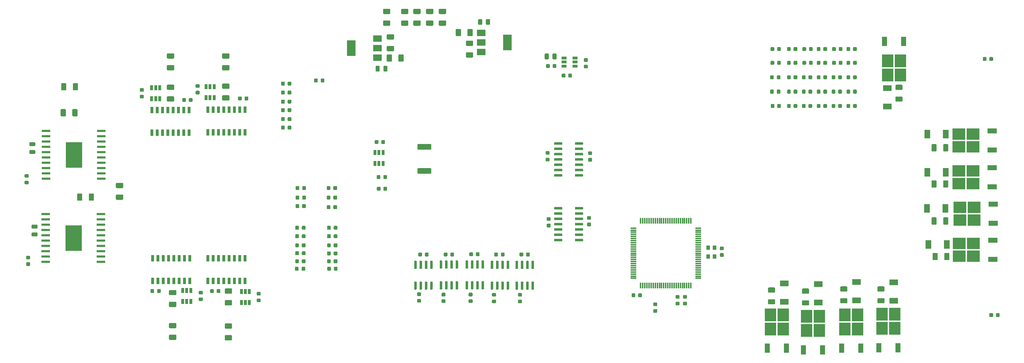
<source format=gbr>
G04 #@! TF.GenerationSoftware,KiCad,Pcbnew,(5.1.5-0-10_14)*
G04 #@! TF.CreationDate,2020-09-01T23:17:49-04:00*
G04 #@! TF.ProjectId,pressurization_series1,70726573-7375-4726-997a-6174696f6e5f,Rev 1*
G04 #@! TF.SameCoordinates,Original*
G04 #@! TF.FileFunction,Paste,Bot*
G04 #@! TF.FilePolarity,Positive*
%FSLAX46Y46*%
G04 Gerber Fmt 4.6, Leading zero omitted, Abs format (unit mm)*
G04 Created by KiCad (PCBNEW (5.1.5-0-10_14)) date 2020-09-01 23:17:49*
%MOMM*%
%LPD*%
G04 APERTURE LIST*
%ADD10C,0.010000*%
%ADD11R,1.990000X0.630000*%
%ADD12C,0.100000*%
%ADD13R,0.650000X1.220000*%
%ADD14R,0.650000X1.525000*%
%ADD15R,2.200000X1.200000*%
%ADD16R,3.050000X2.750000*%
%ADD17R,2.000000X3.800000*%
%ADD18R,2.000000X1.500000*%
%ADD19R,2.750000X3.050000*%
%ADD20R,1.200000X2.200000*%
%ADD21R,1.220000X0.650000*%
%ADD22R,2.100000X1.400000*%
%ADD23R,1.400000X2.100000*%
%ADD24R,0.300000X1.475000*%
%ADD25R,1.475000X0.300000*%
%ADD26R,0.900000X1.000000*%
G04 APERTURE END LIST*
D10*
G36*
X38603840Y-106321600D02*
G01*
X34803000Y-106321600D01*
X34803000Y-112322930D01*
X38603840Y-112322930D01*
X38603840Y-106321600D01*
G37*
X38603840Y-106321600D02*
X34803000Y-106321600D01*
X34803000Y-112322930D01*
X38603840Y-112322930D01*
X38603840Y-106321600D01*
G36*
X38705440Y-86408000D02*
G01*
X34904600Y-86408000D01*
X34904600Y-92409330D01*
X38705440Y-92409330D01*
X38705440Y-86408000D01*
G37*
X38705440Y-86408000D02*
X34904600Y-86408000D01*
X34904600Y-92409330D01*
X38705440Y-92409330D01*
X38705440Y-86408000D01*
D11*
X43313000Y-103606600D03*
X43313000Y-104876600D03*
X43313000Y-106146600D03*
X43313000Y-107416600D03*
X43313000Y-108686600D03*
X43313000Y-109956600D03*
X43313000Y-111226600D03*
X43313000Y-112496600D03*
X43313000Y-113766600D03*
X43313000Y-115036600D03*
X30093000Y-115036600D03*
X30093000Y-113766600D03*
X30093000Y-112496600D03*
X30093000Y-111226600D03*
X30093000Y-109956600D03*
X30093000Y-108686600D03*
X30093000Y-107416600D03*
X30093000Y-106146600D03*
X30093000Y-104876600D03*
X30093000Y-103606600D03*
D12*
G36*
X41420504Y-98694204D02*
G01*
X41444773Y-98697804D01*
X41468571Y-98703765D01*
X41491671Y-98712030D01*
X41513849Y-98722520D01*
X41534893Y-98735133D01*
X41554598Y-98749747D01*
X41572777Y-98766223D01*
X41589253Y-98784402D01*
X41603867Y-98804107D01*
X41616480Y-98825151D01*
X41626970Y-98847329D01*
X41635235Y-98870429D01*
X41641196Y-98894227D01*
X41644796Y-98918496D01*
X41646000Y-98943000D01*
X41646000Y-100193000D01*
X41644796Y-100217504D01*
X41641196Y-100241773D01*
X41635235Y-100265571D01*
X41626970Y-100288671D01*
X41616480Y-100310849D01*
X41603867Y-100331893D01*
X41589253Y-100351598D01*
X41572777Y-100369777D01*
X41554598Y-100386253D01*
X41534893Y-100400867D01*
X41513849Y-100413480D01*
X41491671Y-100423970D01*
X41468571Y-100432235D01*
X41444773Y-100438196D01*
X41420504Y-100441796D01*
X41396000Y-100443000D01*
X40646000Y-100443000D01*
X40621496Y-100441796D01*
X40597227Y-100438196D01*
X40573429Y-100432235D01*
X40550329Y-100423970D01*
X40528151Y-100413480D01*
X40507107Y-100400867D01*
X40487402Y-100386253D01*
X40469223Y-100369777D01*
X40452747Y-100351598D01*
X40438133Y-100331893D01*
X40425520Y-100310849D01*
X40415030Y-100288671D01*
X40406765Y-100265571D01*
X40400804Y-100241773D01*
X40397204Y-100217504D01*
X40396000Y-100193000D01*
X40396000Y-98943000D01*
X40397204Y-98918496D01*
X40400804Y-98894227D01*
X40406765Y-98870429D01*
X40415030Y-98847329D01*
X40425520Y-98825151D01*
X40438133Y-98804107D01*
X40452747Y-98784402D01*
X40469223Y-98766223D01*
X40487402Y-98749747D01*
X40507107Y-98735133D01*
X40528151Y-98722520D01*
X40550329Y-98712030D01*
X40573429Y-98703765D01*
X40597227Y-98697804D01*
X40621496Y-98694204D01*
X40646000Y-98693000D01*
X41396000Y-98693000D01*
X41420504Y-98694204D01*
G37*
G36*
X38620504Y-98694204D02*
G01*
X38644773Y-98697804D01*
X38668571Y-98703765D01*
X38691671Y-98712030D01*
X38713849Y-98722520D01*
X38734893Y-98735133D01*
X38754598Y-98749747D01*
X38772777Y-98766223D01*
X38789253Y-98784402D01*
X38803867Y-98804107D01*
X38816480Y-98825151D01*
X38826970Y-98847329D01*
X38835235Y-98870429D01*
X38841196Y-98894227D01*
X38844796Y-98918496D01*
X38846000Y-98943000D01*
X38846000Y-100193000D01*
X38844796Y-100217504D01*
X38841196Y-100241773D01*
X38835235Y-100265571D01*
X38826970Y-100288671D01*
X38816480Y-100310849D01*
X38803867Y-100331893D01*
X38789253Y-100351598D01*
X38772777Y-100369777D01*
X38754598Y-100386253D01*
X38734893Y-100400867D01*
X38713849Y-100413480D01*
X38691671Y-100423970D01*
X38668571Y-100432235D01*
X38644773Y-100438196D01*
X38620504Y-100441796D01*
X38596000Y-100443000D01*
X37846000Y-100443000D01*
X37821496Y-100441796D01*
X37797227Y-100438196D01*
X37773429Y-100432235D01*
X37750329Y-100423970D01*
X37728151Y-100413480D01*
X37707107Y-100400867D01*
X37687402Y-100386253D01*
X37669223Y-100369777D01*
X37652747Y-100351598D01*
X37638133Y-100331893D01*
X37625520Y-100310849D01*
X37615030Y-100288671D01*
X37606765Y-100265571D01*
X37600804Y-100241773D01*
X37597204Y-100217504D01*
X37596000Y-100193000D01*
X37596000Y-98943000D01*
X37597204Y-98918496D01*
X37600804Y-98894227D01*
X37606765Y-98870429D01*
X37615030Y-98847329D01*
X37625520Y-98825151D01*
X37638133Y-98804107D01*
X37652747Y-98784402D01*
X37669223Y-98766223D01*
X37687402Y-98749747D01*
X37707107Y-98735133D01*
X37728151Y-98722520D01*
X37750329Y-98712030D01*
X37773429Y-98703765D01*
X37797227Y-98697804D01*
X37821496Y-98694204D01*
X37846000Y-98693000D01*
X38596000Y-98693000D01*
X38620504Y-98694204D01*
G37*
G36*
X48401504Y-96150204D02*
G01*
X48425773Y-96153804D01*
X48449571Y-96159765D01*
X48472671Y-96168030D01*
X48494849Y-96178520D01*
X48515893Y-96191133D01*
X48535598Y-96205747D01*
X48553777Y-96222223D01*
X48570253Y-96240402D01*
X48584867Y-96260107D01*
X48597480Y-96281151D01*
X48607970Y-96303329D01*
X48616235Y-96326429D01*
X48622196Y-96350227D01*
X48625796Y-96374496D01*
X48627000Y-96399000D01*
X48627000Y-97149000D01*
X48625796Y-97173504D01*
X48622196Y-97197773D01*
X48616235Y-97221571D01*
X48607970Y-97244671D01*
X48597480Y-97266849D01*
X48584867Y-97287893D01*
X48570253Y-97307598D01*
X48553777Y-97325777D01*
X48535598Y-97342253D01*
X48515893Y-97356867D01*
X48494849Y-97369480D01*
X48472671Y-97379970D01*
X48449571Y-97388235D01*
X48425773Y-97394196D01*
X48401504Y-97397796D01*
X48377000Y-97399000D01*
X47127000Y-97399000D01*
X47102496Y-97397796D01*
X47078227Y-97394196D01*
X47054429Y-97388235D01*
X47031329Y-97379970D01*
X47009151Y-97369480D01*
X46988107Y-97356867D01*
X46968402Y-97342253D01*
X46950223Y-97325777D01*
X46933747Y-97307598D01*
X46919133Y-97287893D01*
X46906520Y-97266849D01*
X46896030Y-97244671D01*
X46887765Y-97221571D01*
X46881804Y-97197773D01*
X46878204Y-97173504D01*
X46877000Y-97149000D01*
X46877000Y-96399000D01*
X46878204Y-96374496D01*
X46881804Y-96350227D01*
X46887765Y-96326429D01*
X46896030Y-96303329D01*
X46906520Y-96281151D01*
X46919133Y-96260107D01*
X46933747Y-96240402D01*
X46950223Y-96222223D01*
X46968402Y-96205747D01*
X46988107Y-96191133D01*
X47009151Y-96178520D01*
X47031329Y-96168030D01*
X47054429Y-96159765D01*
X47078227Y-96153804D01*
X47102496Y-96150204D01*
X47127000Y-96149000D01*
X48377000Y-96149000D01*
X48401504Y-96150204D01*
G37*
G36*
X48401504Y-98950204D02*
G01*
X48425773Y-98953804D01*
X48449571Y-98959765D01*
X48472671Y-98968030D01*
X48494849Y-98978520D01*
X48515893Y-98991133D01*
X48535598Y-99005747D01*
X48553777Y-99022223D01*
X48570253Y-99040402D01*
X48584867Y-99060107D01*
X48597480Y-99081151D01*
X48607970Y-99103329D01*
X48616235Y-99126429D01*
X48622196Y-99150227D01*
X48625796Y-99174496D01*
X48627000Y-99199000D01*
X48627000Y-99949000D01*
X48625796Y-99973504D01*
X48622196Y-99997773D01*
X48616235Y-100021571D01*
X48607970Y-100044671D01*
X48597480Y-100066849D01*
X48584867Y-100087893D01*
X48570253Y-100107598D01*
X48553777Y-100125777D01*
X48535598Y-100142253D01*
X48515893Y-100156867D01*
X48494849Y-100169480D01*
X48472671Y-100179970D01*
X48449571Y-100188235D01*
X48425773Y-100194196D01*
X48401504Y-100197796D01*
X48377000Y-100199000D01*
X47127000Y-100199000D01*
X47102496Y-100197796D01*
X47078227Y-100194196D01*
X47054429Y-100188235D01*
X47031329Y-100179970D01*
X47009151Y-100169480D01*
X46988107Y-100156867D01*
X46968402Y-100142253D01*
X46950223Y-100125777D01*
X46933747Y-100107598D01*
X46919133Y-100087893D01*
X46906520Y-100066849D01*
X46896030Y-100044671D01*
X46887765Y-100021571D01*
X46881804Y-99997773D01*
X46878204Y-99973504D01*
X46877000Y-99949000D01*
X46877000Y-99199000D01*
X46878204Y-99174496D01*
X46881804Y-99150227D01*
X46887765Y-99126429D01*
X46896030Y-99103329D01*
X46906520Y-99081151D01*
X46919133Y-99060107D01*
X46933747Y-99040402D01*
X46950223Y-99022223D01*
X46968402Y-99005747D01*
X46988107Y-98991133D01*
X47009151Y-98978520D01*
X47031329Y-98968030D01*
X47054429Y-98959765D01*
X47078227Y-98953804D01*
X47102496Y-98950204D01*
X47127000Y-98949000D01*
X48377000Y-98949000D01*
X48401504Y-98950204D01*
G37*
G36*
X91959691Y-116239053D02*
G01*
X91980926Y-116242203D01*
X92001750Y-116247419D01*
X92021962Y-116254651D01*
X92041368Y-116263830D01*
X92059781Y-116274866D01*
X92077024Y-116287654D01*
X92092930Y-116302070D01*
X92107346Y-116317976D01*
X92120134Y-116335219D01*
X92131170Y-116353632D01*
X92140349Y-116373038D01*
X92147581Y-116393250D01*
X92152797Y-116414074D01*
X92155947Y-116435309D01*
X92157000Y-116456750D01*
X92157000Y-116969250D01*
X92155947Y-116990691D01*
X92152797Y-117011926D01*
X92147581Y-117032750D01*
X92140349Y-117052962D01*
X92131170Y-117072368D01*
X92120134Y-117090781D01*
X92107346Y-117108024D01*
X92092930Y-117123930D01*
X92077024Y-117138346D01*
X92059781Y-117151134D01*
X92041368Y-117162170D01*
X92021962Y-117171349D01*
X92001750Y-117178581D01*
X91980926Y-117183797D01*
X91959691Y-117186947D01*
X91938250Y-117188000D01*
X91500750Y-117188000D01*
X91479309Y-117186947D01*
X91458074Y-117183797D01*
X91437250Y-117178581D01*
X91417038Y-117171349D01*
X91397632Y-117162170D01*
X91379219Y-117151134D01*
X91361976Y-117138346D01*
X91346070Y-117123930D01*
X91331654Y-117108024D01*
X91318866Y-117090781D01*
X91307830Y-117072368D01*
X91298651Y-117052962D01*
X91291419Y-117032750D01*
X91286203Y-117011926D01*
X91283053Y-116990691D01*
X91282000Y-116969250D01*
X91282000Y-116456750D01*
X91283053Y-116435309D01*
X91286203Y-116414074D01*
X91291419Y-116393250D01*
X91298651Y-116373038D01*
X91307830Y-116353632D01*
X91318866Y-116335219D01*
X91331654Y-116317976D01*
X91346070Y-116302070D01*
X91361976Y-116287654D01*
X91379219Y-116274866D01*
X91397632Y-116263830D01*
X91417038Y-116254651D01*
X91437250Y-116247419D01*
X91458074Y-116242203D01*
X91479309Y-116239053D01*
X91500750Y-116238000D01*
X91938250Y-116238000D01*
X91959691Y-116239053D01*
G37*
G36*
X90384691Y-116239053D02*
G01*
X90405926Y-116242203D01*
X90426750Y-116247419D01*
X90446962Y-116254651D01*
X90466368Y-116263830D01*
X90484781Y-116274866D01*
X90502024Y-116287654D01*
X90517930Y-116302070D01*
X90532346Y-116317976D01*
X90545134Y-116335219D01*
X90556170Y-116353632D01*
X90565349Y-116373038D01*
X90572581Y-116393250D01*
X90577797Y-116414074D01*
X90580947Y-116435309D01*
X90582000Y-116456750D01*
X90582000Y-116969250D01*
X90580947Y-116990691D01*
X90577797Y-117011926D01*
X90572581Y-117032750D01*
X90565349Y-117052962D01*
X90556170Y-117072368D01*
X90545134Y-117090781D01*
X90532346Y-117108024D01*
X90517930Y-117123930D01*
X90502024Y-117138346D01*
X90484781Y-117151134D01*
X90466368Y-117162170D01*
X90446962Y-117171349D01*
X90426750Y-117178581D01*
X90405926Y-117183797D01*
X90384691Y-117186947D01*
X90363250Y-117188000D01*
X89925750Y-117188000D01*
X89904309Y-117186947D01*
X89883074Y-117183797D01*
X89862250Y-117178581D01*
X89842038Y-117171349D01*
X89822632Y-117162170D01*
X89804219Y-117151134D01*
X89786976Y-117138346D01*
X89771070Y-117123930D01*
X89756654Y-117108024D01*
X89743866Y-117090781D01*
X89732830Y-117072368D01*
X89723651Y-117052962D01*
X89716419Y-117032750D01*
X89711203Y-117011926D01*
X89708053Y-116990691D01*
X89707000Y-116969250D01*
X89707000Y-116456750D01*
X89708053Y-116435309D01*
X89711203Y-116414074D01*
X89716419Y-116393250D01*
X89723651Y-116373038D01*
X89732830Y-116353632D01*
X89743866Y-116335219D01*
X89756654Y-116317976D01*
X89771070Y-116302070D01*
X89786976Y-116287654D01*
X89804219Y-116274866D01*
X89822632Y-116263830D01*
X89842038Y-116254651D01*
X89862250Y-116247419D01*
X89883074Y-116242203D01*
X89904309Y-116239053D01*
X89925750Y-116238000D01*
X90363250Y-116238000D01*
X90384691Y-116239053D01*
G37*
D13*
X64765000Y-124540000D03*
X63815000Y-124540000D03*
X62865000Y-124540000D03*
X62865000Y-121920000D03*
X63815000Y-121920000D03*
X64765000Y-121920000D03*
X55438000Y-73366000D03*
X56388000Y-73366000D03*
X57338000Y-73366000D03*
X57338000Y-75986000D03*
X56388000Y-75986000D03*
X55438000Y-75986000D03*
D14*
X64389000Y-78740000D03*
X63119000Y-78740000D03*
X61849000Y-78740000D03*
X60579000Y-78740000D03*
X59309000Y-78740000D03*
X58039000Y-78740000D03*
X56769000Y-78740000D03*
X55499000Y-78740000D03*
X55499000Y-84164000D03*
X56769000Y-84164000D03*
X58039000Y-84164000D03*
X59309000Y-84164000D03*
X60579000Y-84164000D03*
X61849000Y-84164000D03*
X63119000Y-84164000D03*
X64389000Y-84164000D03*
D13*
X68458000Y-73112000D03*
X69408000Y-73112000D03*
X70358000Y-73112000D03*
X70358000Y-75732000D03*
X69408000Y-75732000D03*
X68458000Y-75732000D03*
D14*
X77724000Y-78650000D03*
X76454000Y-78650000D03*
X75184000Y-78650000D03*
X73914000Y-78650000D03*
X72644000Y-78650000D03*
X71374000Y-78650000D03*
X70104000Y-78650000D03*
X68834000Y-78650000D03*
X68834000Y-84074000D03*
X70104000Y-84074000D03*
X71374000Y-84074000D03*
X72644000Y-84074000D03*
X73914000Y-84074000D03*
X75184000Y-84074000D03*
X76454000Y-84074000D03*
X77724000Y-84074000D03*
X55626000Y-119634000D03*
X56896000Y-119634000D03*
X58166000Y-119634000D03*
X59436000Y-119634000D03*
X60706000Y-119634000D03*
X61976000Y-119634000D03*
X63246000Y-119634000D03*
X64516000Y-119634000D03*
X64516000Y-114210000D03*
X63246000Y-114210000D03*
X61976000Y-114210000D03*
X60706000Y-114210000D03*
X59436000Y-114210000D03*
X58166000Y-114210000D03*
X56896000Y-114210000D03*
X55626000Y-114210000D03*
D12*
G36*
X60593504Y-75452204D02*
G01*
X60617773Y-75455804D01*
X60641571Y-75461765D01*
X60664671Y-75470030D01*
X60686849Y-75480520D01*
X60707893Y-75493133D01*
X60727598Y-75507747D01*
X60745777Y-75524223D01*
X60762253Y-75542402D01*
X60776867Y-75562107D01*
X60789480Y-75583151D01*
X60799970Y-75605329D01*
X60808235Y-75628429D01*
X60814196Y-75652227D01*
X60817796Y-75676496D01*
X60819000Y-75701000D01*
X60819000Y-76451000D01*
X60817796Y-76475504D01*
X60814196Y-76499773D01*
X60808235Y-76523571D01*
X60799970Y-76546671D01*
X60789480Y-76568849D01*
X60776867Y-76589893D01*
X60762253Y-76609598D01*
X60745777Y-76627777D01*
X60727598Y-76644253D01*
X60707893Y-76658867D01*
X60686849Y-76671480D01*
X60664671Y-76681970D01*
X60641571Y-76690235D01*
X60617773Y-76696196D01*
X60593504Y-76699796D01*
X60569000Y-76701000D01*
X59319000Y-76701000D01*
X59294496Y-76699796D01*
X59270227Y-76696196D01*
X59246429Y-76690235D01*
X59223329Y-76681970D01*
X59201151Y-76671480D01*
X59180107Y-76658867D01*
X59160402Y-76644253D01*
X59142223Y-76627777D01*
X59125747Y-76609598D01*
X59111133Y-76589893D01*
X59098520Y-76568849D01*
X59088030Y-76546671D01*
X59079765Y-76523571D01*
X59073804Y-76499773D01*
X59070204Y-76475504D01*
X59069000Y-76451000D01*
X59069000Y-75701000D01*
X59070204Y-75676496D01*
X59073804Y-75652227D01*
X59079765Y-75628429D01*
X59088030Y-75605329D01*
X59098520Y-75583151D01*
X59111133Y-75562107D01*
X59125747Y-75542402D01*
X59142223Y-75524223D01*
X59160402Y-75507747D01*
X59180107Y-75493133D01*
X59201151Y-75480520D01*
X59223329Y-75470030D01*
X59246429Y-75461765D01*
X59270227Y-75455804D01*
X59294496Y-75452204D01*
X59319000Y-75451000D01*
X60569000Y-75451000D01*
X60593504Y-75452204D01*
G37*
G36*
X60593504Y-72652204D02*
G01*
X60617773Y-72655804D01*
X60641571Y-72661765D01*
X60664671Y-72670030D01*
X60686849Y-72680520D01*
X60707893Y-72693133D01*
X60727598Y-72707747D01*
X60745777Y-72724223D01*
X60762253Y-72742402D01*
X60776867Y-72762107D01*
X60789480Y-72783151D01*
X60799970Y-72805329D01*
X60808235Y-72828429D01*
X60814196Y-72852227D01*
X60817796Y-72876496D01*
X60819000Y-72901000D01*
X60819000Y-73651000D01*
X60817796Y-73675504D01*
X60814196Y-73699773D01*
X60808235Y-73723571D01*
X60799970Y-73746671D01*
X60789480Y-73768849D01*
X60776867Y-73789893D01*
X60762253Y-73809598D01*
X60745777Y-73827777D01*
X60727598Y-73844253D01*
X60707893Y-73858867D01*
X60686849Y-73871480D01*
X60664671Y-73881970D01*
X60641571Y-73890235D01*
X60617773Y-73896196D01*
X60593504Y-73899796D01*
X60569000Y-73901000D01*
X59319000Y-73901000D01*
X59294496Y-73899796D01*
X59270227Y-73896196D01*
X59246429Y-73890235D01*
X59223329Y-73881970D01*
X59201151Y-73871480D01*
X59180107Y-73858867D01*
X59160402Y-73844253D01*
X59142223Y-73827777D01*
X59125747Y-73809598D01*
X59111133Y-73789893D01*
X59098520Y-73768849D01*
X59088030Y-73746671D01*
X59079765Y-73723571D01*
X59073804Y-73699773D01*
X59070204Y-73675504D01*
X59069000Y-73651000D01*
X59069000Y-72901000D01*
X59070204Y-72876496D01*
X59073804Y-72852227D01*
X59079765Y-72828429D01*
X59088030Y-72805329D01*
X59098520Y-72783151D01*
X59111133Y-72762107D01*
X59125747Y-72742402D01*
X59142223Y-72724223D01*
X59160402Y-72707747D01*
X59180107Y-72693133D01*
X59201151Y-72680520D01*
X59223329Y-72670030D01*
X59246429Y-72661765D01*
X59270227Y-72655804D01*
X59294496Y-72652204D01*
X59319000Y-72651000D01*
X60569000Y-72651000D01*
X60593504Y-72652204D01*
G37*
G36*
X87057191Y-71916053D02*
G01*
X87078426Y-71919203D01*
X87099250Y-71924419D01*
X87119462Y-71931651D01*
X87138868Y-71940830D01*
X87157281Y-71951866D01*
X87174524Y-71964654D01*
X87190430Y-71979070D01*
X87204846Y-71994976D01*
X87217634Y-72012219D01*
X87228670Y-72030632D01*
X87237849Y-72050038D01*
X87245081Y-72070250D01*
X87250297Y-72091074D01*
X87253447Y-72112309D01*
X87254500Y-72133750D01*
X87254500Y-72646250D01*
X87253447Y-72667691D01*
X87250297Y-72688926D01*
X87245081Y-72709750D01*
X87237849Y-72729962D01*
X87228670Y-72749368D01*
X87217634Y-72767781D01*
X87204846Y-72785024D01*
X87190430Y-72800930D01*
X87174524Y-72815346D01*
X87157281Y-72828134D01*
X87138868Y-72839170D01*
X87119462Y-72848349D01*
X87099250Y-72855581D01*
X87078426Y-72860797D01*
X87057191Y-72863947D01*
X87035750Y-72865000D01*
X86598250Y-72865000D01*
X86576809Y-72863947D01*
X86555574Y-72860797D01*
X86534750Y-72855581D01*
X86514538Y-72848349D01*
X86495132Y-72839170D01*
X86476719Y-72828134D01*
X86459476Y-72815346D01*
X86443570Y-72800930D01*
X86429154Y-72785024D01*
X86416366Y-72767781D01*
X86405330Y-72749368D01*
X86396151Y-72729962D01*
X86388919Y-72709750D01*
X86383703Y-72688926D01*
X86380553Y-72667691D01*
X86379500Y-72646250D01*
X86379500Y-72133750D01*
X86380553Y-72112309D01*
X86383703Y-72091074D01*
X86388919Y-72070250D01*
X86396151Y-72050038D01*
X86405330Y-72030632D01*
X86416366Y-72012219D01*
X86429154Y-71994976D01*
X86443570Y-71979070D01*
X86459476Y-71964654D01*
X86476719Y-71951866D01*
X86495132Y-71940830D01*
X86514538Y-71931651D01*
X86534750Y-71924419D01*
X86555574Y-71919203D01*
X86576809Y-71916053D01*
X86598250Y-71915000D01*
X87035750Y-71915000D01*
X87057191Y-71916053D01*
G37*
G36*
X88632191Y-71916053D02*
G01*
X88653426Y-71919203D01*
X88674250Y-71924419D01*
X88694462Y-71931651D01*
X88713868Y-71940830D01*
X88732281Y-71951866D01*
X88749524Y-71964654D01*
X88765430Y-71979070D01*
X88779846Y-71994976D01*
X88792634Y-72012219D01*
X88803670Y-72030632D01*
X88812849Y-72050038D01*
X88820081Y-72070250D01*
X88825297Y-72091074D01*
X88828447Y-72112309D01*
X88829500Y-72133750D01*
X88829500Y-72646250D01*
X88828447Y-72667691D01*
X88825297Y-72688926D01*
X88820081Y-72709750D01*
X88812849Y-72729962D01*
X88803670Y-72749368D01*
X88792634Y-72767781D01*
X88779846Y-72785024D01*
X88765430Y-72800930D01*
X88749524Y-72815346D01*
X88732281Y-72828134D01*
X88713868Y-72839170D01*
X88694462Y-72848349D01*
X88674250Y-72855581D01*
X88653426Y-72860797D01*
X88632191Y-72863947D01*
X88610750Y-72865000D01*
X88173250Y-72865000D01*
X88151809Y-72863947D01*
X88130574Y-72860797D01*
X88109750Y-72855581D01*
X88089538Y-72848349D01*
X88070132Y-72839170D01*
X88051719Y-72828134D01*
X88034476Y-72815346D01*
X88018570Y-72800930D01*
X88004154Y-72785024D01*
X87991366Y-72767781D01*
X87980330Y-72749368D01*
X87971151Y-72729962D01*
X87963919Y-72709750D01*
X87958703Y-72688926D01*
X87955553Y-72667691D01*
X87954500Y-72646250D01*
X87954500Y-72133750D01*
X87955553Y-72112309D01*
X87958703Y-72091074D01*
X87963919Y-72070250D01*
X87971151Y-72050038D01*
X87980330Y-72030632D01*
X87991366Y-72012219D01*
X88004154Y-71994976D01*
X88018570Y-71979070D01*
X88034476Y-71964654D01*
X88051719Y-71951866D01*
X88070132Y-71940830D01*
X88089538Y-71931651D01*
X88109750Y-71924419D01*
X88130574Y-71919203D01*
X88151809Y-71916053D01*
X88173250Y-71915000D01*
X88610750Y-71915000D01*
X88632191Y-71916053D01*
G37*
G36*
X87057191Y-76234053D02*
G01*
X87078426Y-76237203D01*
X87099250Y-76242419D01*
X87119462Y-76249651D01*
X87138868Y-76258830D01*
X87157281Y-76269866D01*
X87174524Y-76282654D01*
X87190430Y-76297070D01*
X87204846Y-76312976D01*
X87217634Y-76330219D01*
X87228670Y-76348632D01*
X87237849Y-76368038D01*
X87245081Y-76388250D01*
X87250297Y-76409074D01*
X87253447Y-76430309D01*
X87254500Y-76451750D01*
X87254500Y-76964250D01*
X87253447Y-76985691D01*
X87250297Y-77006926D01*
X87245081Y-77027750D01*
X87237849Y-77047962D01*
X87228670Y-77067368D01*
X87217634Y-77085781D01*
X87204846Y-77103024D01*
X87190430Y-77118930D01*
X87174524Y-77133346D01*
X87157281Y-77146134D01*
X87138868Y-77157170D01*
X87119462Y-77166349D01*
X87099250Y-77173581D01*
X87078426Y-77178797D01*
X87057191Y-77181947D01*
X87035750Y-77183000D01*
X86598250Y-77183000D01*
X86576809Y-77181947D01*
X86555574Y-77178797D01*
X86534750Y-77173581D01*
X86514538Y-77166349D01*
X86495132Y-77157170D01*
X86476719Y-77146134D01*
X86459476Y-77133346D01*
X86443570Y-77118930D01*
X86429154Y-77103024D01*
X86416366Y-77085781D01*
X86405330Y-77067368D01*
X86396151Y-77047962D01*
X86388919Y-77027750D01*
X86383703Y-77006926D01*
X86380553Y-76985691D01*
X86379500Y-76964250D01*
X86379500Y-76451750D01*
X86380553Y-76430309D01*
X86383703Y-76409074D01*
X86388919Y-76388250D01*
X86396151Y-76368038D01*
X86405330Y-76348632D01*
X86416366Y-76330219D01*
X86429154Y-76312976D01*
X86443570Y-76297070D01*
X86459476Y-76282654D01*
X86476719Y-76269866D01*
X86495132Y-76258830D01*
X86514538Y-76249651D01*
X86534750Y-76242419D01*
X86555574Y-76237203D01*
X86576809Y-76234053D01*
X86598250Y-76233000D01*
X87035750Y-76233000D01*
X87057191Y-76234053D01*
G37*
G36*
X88632191Y-76234053D02*
G01*
X88653426Y-76237203D01*
X88674250Y-76242419D01*
X88694462Y-76249651D01*
X88713868Y-76258830D01*
X88732281Y-76269866D01*
X88749524Y-76282654D01*
X88765430Y-76297070D01*
X88779846Y-76312976D01*
X88792634Y-76330219D01*
X88803670Y-76348632D01*
X88812849Y-76368038D01*
X88820081Y-76388250D01*
X88825297Y-76409074D01*
X88828447Y-76430309D01*
X88829500Y-76451750D01*
X88829500Y-76964250D01*
X88828447Y-76985691D01*
X88825297Y-77006926D01*
X88820081Y-77027750D01*
X88812849Y-77047962D01*
X88803670Y-77067368D01*
X88792634Y-77085781D01*
X88779846Y-77103024D01*
X88765430Y-77118930D01*
X88749524Y-77133346D01*
X88732281Y-77146134D01*
X88713868Y-77157170D01*
X88694462Y-77166349D01*
X88674250Y-77173581D01*
X88653426Y-77178797D01*
X88632191Y-77181947D01*
X88610750Y-77183000D01*
X88173250Y-77183000D01*
X88151809Y-77181947D01*
X88130574Y-77178797D01*
X88109750Y-77173581D01*
X88089538Y-77166349D01*
X88070132Y-77157170D01*
X88051719Y-77146134D01*
X88034476Y-77133346D01*
X88018570Y-77118930D01*
X88004154Y-77103024D01*
X87991366Y-77085781D01*
X87980330Y-77067368D01*
X87971151Y-77047962D01*
X87963919Y-77027750D01*
X87958703Y-77006926D01*
X87955553Y-76985691D01*
X87954500Y-76964250D01*
X87954500Y-76451750D01*
X87955553Y-76430309D01*
X87958703Y-76409074D01*
X87963919Y-76388250D01*
X87971151Y-76368038D01*
X87980330Y-76348632D01*
X87991366Y-76330219D01*
X88004154Y-76312976D01*
X88018570Y-76297070D01*
X88034476Y-76282654D01*
X88051719Y-76269866D01*
X88070132Y-76258830D01*
X88089538Y-76249651D01*
X88109750Y-76242419D01*
X88130574Y-76237203D01*
X88151809Y-76234053D01*
X88173250Y-76233000D01*
X88610750Y-76233000D01*
X88632191Y-76234053D01*
G37*
G36*
X87057191Y-78266053D02*
G01*
X87078426Y-78269203D01*
X87099250Y-78274419D01*
X87119462Y-78281651D01*
X87138868Y-78290830D01*
X87157281Y-78301866D01*
X87174524Y-78314654D01*
X87190430Y-78329070D01*
X87204846Y-78344976D01*
X87217634Y-78362219D01*
X87228670Y-78380632D01*
X87237849Y-78400038D01*
X87245081Y-78420250D01*
X87250297Y-78441074D01*
X87253447Y-78462309D01*
X87254500Y-78483750D01*
X87254500Y-78996250D01*
X87253447Y-79017691D01*
X87250297Y-79038926D01*
X87245081Y-79059750D01*
X87237849Y-79079962D01*
X87228670Y-79099368D01*
X87217634Y-79117781D01*
X87204846Y-79135024D01*
X87190430Y-79150930D01*
X87174524Y-79165346D01*
X87157281Y-79178134D01*
X87138868Y-79189170D01*
X87119462Y-79198349D01*
X87099250Y-79205581D01*
X87078426Y-79210797D01*
X87057191Y-79213947D01*
X87035750Y-79215000D01*
X86598250Y-79215000D01*
X86576809Y-79213947D01*
X86555574Y-79210797D01*
X86534750Y-79205581D01*
X86514538Y-79198349D01*
X86495132Y-79189170D01*
X86476719Y-79178134D01*
X86459476Y-79165346D01*
X86443570Y-79150930D01*
X86429154Y-79135024D01*
X86416366Y-79117781D01*
X86405330Y-79099368D01*
X86396151Y-79079962D01*
X86388919Y-79059750D01*
X86383703Y-79038926D01*
X86380553Y-79017691D01*
X86379500Y-78996250D01*
X86379500Y-78483750D01*
X86380553Y-78462309D01*
X86383703Y-78441074D01*
X86388919Y-78420250D01*
X86396151Y-78400038D01*
X86405330Y-78380632D01*
X86416366Y-78362219D01*
X86429154Y-78344976D01*
X86443570Y-78329070D01*
X86459476Y-78314654D01*
X86476719Y-78301866D01*
X86495132Y-78290830D01*
X86514538Y-78281651D01*
X86534750Y-78274419D01*
X86555574Y-78269203D01*
X86576809Y-78266053D01*
X86598250Y-78265000D01*
X87035750Y-78265000D01*
X87057191Y-78266053D01*
G37*
G36*
X88632191Y-78266053D02*
G01*
X88653426Y-78269203D01*
X88674250Y-78274419D01*
X88694462Y-78281651D01*
X88713868Y-78290830D01*
X88732281Y-78301866D01*
X88749524Y-78314654D01*
X88765430Y-78329070D01*
X88779846Y-78344976D01*
X88792634Y-78362219D01*
X88803670Y-78380632D01*
X88812849Y-78400038D01*
X88820081Y-78420250D01*
X88825297Y-78441074D01*
X88828447Y-78462309D01*
X88829500Y-78483750D01*
X88829500Y-78996250D01*
X88828447Y-79017691D01*
X88825297Y-79038926D01*
X88820081Y-79059750D01*
X88812849Y-79079962D01*
X88803670Y-79099368D01*
X88792634Y-79117781D01*
X88779846Y-79135024D01*
X88765430Y-79150930D01*
X88749524Y-79165346D01*
X88732281Y-79178134D01*
X88713868Y-79189170D01*
X88694462Y-79198349D01*
X88674250Y-79205581D01*
X88653426Y-79210797D01*
X88632191Y-79213947D01*
X88610750Y-79215000D01*
X88173250Y-79215000D01*
X88151809Y-79213947D01*
X88130574Y-79210797D01*
X88109750Y-79205581D01*
X88089538Y-79198349D01*
X88070132Y-79189170D01*
X88051719Y-79178134D01*
X88034476Y-79165346D01*
X88018570Y-79150930D01*
X88004154Y-79135024D01*
X87991366Y-79117781D01*
X87980330Y-79099368D01*
X87971151Y-79079962D01*
X87963919Y-79059750D01*
X87958703Y-79038926D01*
X87955553Y-79017691D01*
X87954500Y-78996250D01*
X87954500Y-78483750D01*
X87955553Y-78462309D01*
X87958703Y-78441074D01*
X87963919Y-78420250D01*
X87971151Y-78400038D01*
X87980330Y-78380632D01*
X87991366Y-78362219D01*
X88004154Y-78344976D01*
X88018570Y-78329070D01*
X88034476Y-78314654D01*
X88051719Y-78301866D01*
X88070132Y-78290830D01*
X88089538Y-78281651D01*
X88109750Y-78274419D01*
X88130574Y-78269203D01*
X88151809Y-78266053D01*
X88173250Y-78265000D01*
X88610750Y-78265000D01*
X88632191Y-78266053D01*
G37*
G36*
X73801504Y-75198204D02*
G01*
X73825773Y-75201804D01*
X73849571Y-75207765D01*
X73872671Y-75216030D01*
X73894849Y-75226520D01*
X73915893Y-75239133D01*
X73935598Y-75253747D01*
X73953777Y-75270223D01*
X73970253Y-75288402D01*
X73984867Y-75308107D01*
X73997480Y-75329151D01*
X74007970Y-75351329D01*
X74016235Y-75374429D01*
X74022196Y-75398227D01*
X74025796Y-75422496D01*
X74027000Y-75447000D01*
X74027000Y-76197000D01*
X74025796Y-76221504D01*
X74022196Y-76245773D01*
X74016235Y-76269571D01*
X74007970Y-76292671D01*
X73997480Y-76314849D01*
X73984867Y-76335893D01*
X73970253Y-76355598D01*
X73953777Y-76373777D01*
X73935598Y-76390253D01*
X73915893Y-76404867D01*
X73894849Y-76417480D01*
X73872671Y-76427970D01*
X73849571Y-76436235D01*
X73825773Y-76442196D01*
X73801504Y-76445796D01*
X73777000Y-76447000D01*
X72527000Y-76447000D01*
X72502496Y-76445796D01*
X72478227Y-76442196D01*
X72454429Y-76436235D01*
X72431329Y-76427970D01*
X72409151Y-76417480D01*
X72388107Y-76404867D01*
X72368402Y-76390253D01*
X72350223Y-76373777D01*
X72333747Y-76355598D01*
X72319133Y-76335893D01*
X72306520Y-76314849D01*
X72296030Y-76292671D01*
X72287765Y-76269571D01*
X72281804Y-76245773D01*
X72278204Y-76221504D01*
X72277000Y-76197000D01*
X72277000Y-75447000D01*
X72278204Y-75422496D01*
X72281804Y-75398227D01*
X72287765Y-75374429D01*
X72296030Y-75351329D01*
X72306520Y-75329151D01*
X72319133Y-75308107D01*
X72333747Y-75288402D01*
X72350223Y-75270223D01*
X72368402Y-75253747D01*
X72388107Y-75239133D01*
X72409151Y-75226520D01*
X72431329Y-75216030D01*
X72454429Y-75207765D01*
X72478227Y-75201804D01*
X72502496Y-75198204D01*
X72527000Y-75197000D01*
X73777000Y-75197000D01*
X73801504Y-75198204D01*
G37*
G36*
X73801504Y-72398204D02*
G01*
X73825773Y-72401804D01*
X73849571Y-72407765D01*
X73872671Y-72416030D01*
X73894849Y-72426520D01*
X73915893Y-72439133D01*
X73935598Y-72453747D01*
X73953777Y-72470223D01*
X73970253Y-72488402D01*
X73984867Y-72508107D01*
X73997480Y-72529151D01*
X74007970Y-72551329D01*
X74016235Y-72574429D01*
X74022196Y-72598227D01*
X74025796Y-72622496D01*
X74027000Y-72647000D01*
X74027000Y-73397000D01*
X74025796Y-73421504D01*
X74022196Y-73445773D01*
X74016235Y-73469571D01*
X74007970Y-73492671D01*
X73997480Y-73514849D01*
X73984867Y-73535893D01*
X73970253Y-73555598D01*
X73953777Y-73573777D01*
X73935598Y-73590253D01*
X73915893Y-73604867D01*
X73894849Y-73617480D01*
X73872671Y-73627970D01*
X73849571Y-73636235D01*
X73825773Y-73642196D01*
X73801504Y-73645796D01*
X73777000Y-73647000D01*
X72527000Y-73647000D01*
X72502496Y-73645796D01*
X72478227Y-73642196D01*
X72454429Y-73636235D01*
X72431329Y-73627970D01*
X72409151Y-73617480D01*
X72388107Y-73604867D01*
X72368402Y-73590253D01*
X72350223Y-73573777D01*
X72333747Y-73555598D01*
X72319133Y-73535893D01*
X72306520Y-73514849D01*
X72296030Y-73492671D01*
X72287765Y-73469571D01*
X72281804Y-73445773D01*
X72278204Y-73421504D01*
X72277000Y-73397000D01*
X72277000Y-72647000D01*
X72278204Y-72622496D01*
X72281804Y-72598227D01*
X72287765Y-72574429D01*
X72296030Y-72551329D01*
X72306520Y-72529151D01*
X72319133Y-72508107D01*
X72333747Y-72488402D01*
X72350223Y-72470223D01*
X72368402Y-72453747D01*
X72388107Y-72439133D01*
X72409151Y-72426520D01*
X72431329Y-72416030D01*
X72454429Y-72407765D01*
X72478227Y-72401804D01*
X72502496Y-72398204D01*
X72527000Y-72397000D01*
X73777000Y-72397000D01*
X73801504Y-72398204D01*
G37*
G36*
X87057191Y-74075053D02*
G01*
X87078426Y-74078203D01*
X87099250Y-74083419D01*
X87119462Y-74090651D01*
X87138868Y-74099830D01*
X87157281Y-74110866D01*
X87174524Y-74123654D01*
X87190430Y-74138070D01*
X87204846Y-74153976D01*
X87217634Y-74171219D01*
X87228670Y-74189632D01*
X87237849Y-74209038D01*
X87245081Y-74229250D01*
X87250297Y-74250074D01*
X87253447Y-74271309D01*
X87254500Y-74292750D01*
X87254500Y-74805250D01*
X87253447Y-74826691D01*
X87250297Y-74847926D01*
X87245081Y-74868750D01*
X87237849Y-74888962D01*
X87228670Y-74908368D01*
X87217634Y-74926781D01*
X87204846Y-74944024D01*
X87190430Y-74959930D01*
X87174524Y-74974346D01*
X87157281Y-74987134D01*
X87138868Y-74998170D01*
X87119462Y-75007349D01*
X87099250Y-75014581D01*
X87078426Y-75019797D01*
X87057191Y-75022947D01*
X87035750Y-75024000D01*
X86598250Y-75024000D01*
X86576809Y-75022947D01*
X86555574Y-75019797D01*
X86534750Y-75014581D01*
X86514538Y-75007349D01*
X86495132Y-74998170D01*
X86476719Y-74987134D01*
X86459476Y-74974346D01*
X86443570Y-74959930D01*
X86429154Y-74944024D01*
X86416366Y-74926781D01*
X86405330Y-74908368D01*
X86396151Y-74888962D01*
X86388919Y-74868750D01*
X86383703Y-74847926D01*
X86380553Y-74826691D01*
X86379500Y-74805250D01*
X86379500Y-74292750D01*
X86380553Y-74271309D01*
X86383703Y-74250074D01*
X86388919Y-74229250D01*
X86396151Y-74209038D01*
X86405330Y-74189632D01*
X86416366Y-74171219D01*
X86429154Y-74153976D01*
X86443570Y-74138070D01*
X86459476Y-74123654D01*
X86476719Y-74110866D01*
X86495132Y-74099830D01*
X86514538Y-74090651D01*
X86534750Y-74083419D01*
X86555574Y-74078203D01*
X86576809Y-74075053D01*
X86598250Y-74074000D01*
X87035750Y-74074000D01*
X87057191Y-74075053D01*
G37*
G36*
X88632191Y-74075053D02*
G01*
X88653426Y-74078203D01*
X88674250Y-74083419D01*
X88694462Y-74090651D01*
X88713868Y-74099830D01*
X88732281Y-74110866D01*
X88749524Y-74123654D01*
X88765430Y-74138070D01*
X88779846Y-74153976D01*
X88792634Y-74171219D01*
X88803670Y-74189632D01*
X88812849Y-74209038D01*
X88820081Y-74229250D01*
X88825297Y-74250074D01*
X88828447Y-74271309D01*
X88829500Y-74292750D01*
X88829500Y-74805250D01*
X88828447Y-74826691D01*
X88825297Y-74847926D01*
X88820081Y-74868750D01*
X88812849Y-74888962D01*
X88803670Y-74908368D01*
X88792634Y-74926781D01*
X88779846Y-74944024D01*
X88765430Y-74959930D01*
X88749524Y-74974346D01*
X88732281Y-74987134D01*
X88713868Y-74998170D01*
X88694462Y-75007349D01*
X88674250Y-75014581D01*
X88653426Y-75019797D01*
X88632191Y-75022947D01*
X88610750Y-75024000D01*
X88173250Y-75024000D01*
X88151809Y-75022947D01*
X88130574Y-75019797D01*
X88109750Y-75014581D01*
X88089538Y-75007349D01*
X88070132Y-74998170D01*
X88051719Y-74987134D01*
X88034476Y-74974346D01*
X88018570Y-74959930D01*
X88004154Y-74944024D01*
X87991366Y-74926781D01*
X87980330Y-74908368D01*
X87971151Y-74888962D01*
X87963919Y-74868750D01*
X87958703Y-74847926D01*
X87955553Y-74826691D01*
X87954500Y-74805250D01*
X87954500Y-74292750D01*
X87955553Y-74271309D01*
X87958703Y-74250074D01*
X87963919Y-74229250D01*
X87971151Y-74209038D01*
X87980330Y-74189632D01*
X87991366Y-74171219D01*
X88004154Y-74153976D01*
X88018570Y-74138070D01*
X88034476Y-74123654D01*
X88051719Y-74110866D01*
X88070132Y-74099830D01*
X88089538Y-74090651D01*
X88109750Y-74083419D01*
X88130574Y-74078203D01*
X88151809Y-74075053D01*
X88173250Y-74074000D01*
X88610750Y-74074000D01*
X88632191Y-74075053D01*
G37*
G36*
X87057191Y-80425053D02*
G01*
X87078426Y-80428203D01*
X87099250Y-80433419D01*
X87119462Y-80440651D01*
X87138868Y-80449830D01*
X87157281Y-80460866D01*
X87174524Y-80473654D01*
X87190430Y-80488070D01*
X87204846Y-80503976D01*
X87217634Y-80521219D01*
X87228670Y-80539632D01*
X87237849Y-80559038D01*
X87245081Y-80579250D01*
X87250297Y-80600074D01*
X87253447Y-80621309D01*
X87254500Y-80642750D01*
X87254500Y-81155250D01*
X87253447Y-81176691D01*
X87250297Y-81197926D01*
X87245081Y-81218750D01*
X87237849Y-81238962D01*
X87228670Y-81258368D01*
X87217634Y-81276781D01*
X87204846Y-81294024D01*
X87190430Y-81309930D01*
X87174524Y-81324346D01*
X87157281Y-81337134D01*
X87138868Y-81348170D01*
X87119462Y-81357349D01*
X87099250Y-81364581D01*
X87078426Y-81369797D01*
X87057191Y-81372947D01*
X87035750Y-81374000D01*
X86598250Y-81374000D01*
X86576809Y-81372947D01*
X86555574Y-81369797D01*
X86534750Y-81364581D01*
X86514538Y-81357349D01*
X86495132Y-81348170D01*
X86476719Y-81337134D01*
X86459476Y-81324346D01*
X86443570Y-81309930D01*
X86429154Y-81294024D01*
X86416366Y-81276781D01*
X86405330Y-81258368D01*
X86396151Y-81238962D01*
X86388919Y-81218750D01*
X86383703Y-81197926D01*
X86380553Y-81176691D01*
X86379500Y-81155250D01*
X86379500Y-80642750D01*
X86380553Y-80621309D01*
X86383703Y-80600074D01*
X86388919Y-80579250D01*
X86396151Y-80559038D01*
X86405330Y-80539632D01*
X86416366Y-80521219D01*
X86429154Y-80503976D01*
X86443570Y-80488070D01*
X86459476Y-80473654D01*
X86476719Y-80460866D01*
X86495132Y-80449830D01*
X86514538Y-80440651D01*
X86534750Y-80433419D01*
X86555574Y-80428203D01*
X86576809Y-80425053D01*
X86598250Y-80424000D01*
X87035750Y-80424000D01*
X87057191Y-80425053D01*
G37*
G36*
X88632191Y-80425053D02*
G01*
X88653426Y-80428203D01*
X88674250Y-80433419D01*
X88694462Y-80440651D01*
X88713868Y-80449830D01*
X88732281Y-80460866D01*
X88749524Y-80473654D01*
X88765430Y-80488070D01*
X88779846Y-80503976D01*
X88792634Y-80521219D01*
X88803670Y-80539632D01*
X88812849Y-80559038D01*
X88820081Y-80579250D01*
X88825297Y-80600074D01*
X88828447Y-80621309D01*
X88829500Y-80642750D01*
X88829500Y-81155250D01*
X88828447Y-81176691D01*
X88825297Y-81197926D01*
X88820081Y-81218750D01*
X88812849Y-81238962D01*
X88803670Y-81258368D01*
X88792634Y-81276781D01*
X88779846Y-81294024D01*
X88765430Y-81309930D01*
X88749524Y-81324346D01*
X88732281Y-81337134D01*
X88713868Y-81348170D01*
X88694462Y-81357349D01*
X88674250Y-81364581D01*
X88653426Y-81369797D01*
X88632191Y-81372947D01*
X88610750Y-81374000D01*
X88173250Y-81374000D01*
X88151809Y-81372947D01*
X88130574Y-81369797D01*
X88109750Y-81364581D01*
X88089538Y-81357349D01*
X88070132Y-81348170D01*
X88051719Y-81337134D01*
X88034476Y-81324346D01*
X88018570Y-81309930D01*
X88004154Y-81294024D01*
X87991366Y-81276781D01*
X87980330Y-81258368D01*
X87971151Y-81238962D01*
X87963919Y-81218750D01*
X87958703Y-81197926D01*
X87955553Y-81176691D01*
X87954500Y-81155250D01*
X87954500Y-80642750D01*
X87955553Y-80621309D01*
X87958703Y-80600074D01*
X87963919Y-80579250D01*
X87971151Y-80559038D01*
X87980330Y-80539632D01*
X87991366Y-80521219D01*
X88004154Y-80503976D01*
X88018570Y-80488070D01*
X88034476Y-80473654D01*
X88051719Y-80460866D01*
X88070132Y-80449830D01*
X88089538Y-80440651D01*
X88109750Y-80433419D01*
X88130574Y-80428203D01*
X88151809Y-80425053D01*
X88173250Y-80424000D01*
X88610750Y-80424000D01*
X88632191Y-80425053D01*
G37*
G36*
X87057191Y-82457053D02*
G01*
X87078426Y-82460203D01*
X87099250Y-82465419D01*
X87119462Y-82472651D01*
X87138868Y-82481830D01*
X87157281Y-82492866D01*
X87174524Y-82505654D01*
X87190430Y-82520070D01*
X87204846Y-82535976D01*
X87217634Y-82553219D01*
X87228670Y-82571632D01*
X87237849Y-82591038D01*
X87245081Y-82611250D01*
X87250297Y-82632074D01*
X87253447Y-82653309D01*
X87254500Y-82674750D01*
X87254500Y-83187250D01*
X87253447Y-83208691D01*
X87250297Y-83229926D01*
X87245081Y-83250750D01*
X87237849Y-83270962D01*
X87228670Y-83290368D01*
X87217634Y-83308781D01*
X87204846Y-83326024D01*
X87190430Y-83341930D01*
X87174524Y-83356346D01*
X87157281Y-83369134D01*
X87138868Y-83380170D01*
X87119462Y-83389349D01*
X87099250Y-83396581D01*
X87078426Y-83401797D01*
X87057191Y-83404947D01*
X87035750Y-83406000D01*
X86598250Y-83406000D01*
X86576809Y-83404947D01*
X86555574Y-83401797D01*
X86534750Y-83396581D01*
X86514538Y-83389349D01*
X86495132Y-83380170D01*
X86476719Y-83369134D01*
X86459476Y-83356346D01*
X86443570Y-83341930D01*
X86429154Y-83326024D01*
X86416366Y-83308781D01*
X86405330Y-83290368D01*
X86396151Y-83270962D01*
X86388919Y-83250750D01*
X86383703Y-83229926D01*
X86380553Y-83208691D01*
X86379500Y-83187250D01*
X86379500Y-82674750D01*
X86380553Y-82653309D01*
X86383703Y-82632074D01*
X86388919Y-82611250D01*
X86396151Y-82591038D01*
X86405330Y-82571632D01*
X86416366Y-82553219D01*
X86429154Y-82535976D01*
X86443570Y-82520070D01*
X86459476Y-82505654D01*
X86476719Y-82492866D01*
X86495132Y-82481830D01*
X86514538Y-82472651D01*
X86534750Y-82465419D01*
X86555574Y-82460203D01*
X86576809Y-82457053D01*
X86598250Y-82456000D01*
X87035750Y-82456000D01*
X87057191Y-82457053D01*
G37*
G36*
X88632191Y-82457053D02*
G01*
X88653426Y-82460203D01*
X88674250Y-82465419D01*
X88694462Y-82472651D01*
X88713868Y-82481830D01*
X88732281Y-82492866D01*
X88749524Y-82505654D01*
X88765430Y-82520070D01*
X88779846Y-82535976D01*
X88792634Y-82553219D01*
X88803670Y-82571632D01*
X88812849Y-82591038D01*
X88820081Y-82611250D01*
X88825297Y-82632074D01*
X88828447Y-82653309D01*
X88829500Y-82674750D01*
X88829500Y-83187250D01*
X88828447Y-83208691D01*
X88825297Y-83229926D01*
X88820081Y-83250750D01*
X88812849Y-83270962D01*
X88803670Y-83290368D01*
X88792634Y-83308781D01*
X88779846Y-83326024D01*
X88765430Y-83341930D01*
X88749524Y-83356346D01*
X88732281Y-83369134D01*
X88713868Y-83380170D01*
X88694462Y-83389349D01*
X88674250Y-83396581D01*
X88653426Y-83401797D01*
X88632191Y-83404947D01*
X88610750Y-83406000D01*
X88173250Y-83406000D01*
X88151809Y-83404947D01*
X88130574Y-83401797D01*
X88109750Y-83396581D01*
X88089538Y-83389349D01*
X88070132Y-83380170D01*
X88051719Y-83369134D01*
X88034476Y-83356346D01*
X88018570Y-83341930D01*
X88004154Y-83326024D01*
X87991366Y-83308781D01*
X87980330Y-83290368D01*
X87971151Y-83270962D01*
X87963919Y-83250750D01*
X87958703Y-83229926D01*
X87955553Y-83208691D01*
X87954500Y-83187250D01*
X87954500Y-82674750D01*
X87955553Y-82653309D01*
X87958703Y-82632074D01*
X87963919Y-82611250D01*
X87971151Y-82591038D01*
X87980330Y-82571632D01*
X87991366Y-82553219D01*
X88004154Y-82535976D01*
X88018570Y-82520070D01*
X88034476Y-82505654D01*
X88051719Y-82492866D01*
X88070132Y-82481830D01*
X88089538Y-82472651D01*
X88109750Y-82465419D01*
X88130574Y-82460203D01*
X88151809Y-82457053D01*
X88173250Y-82456000D01*
X88610750Y-82456000D01*
X88632191Y-82457053D01*
G37*
G36*
X61101504Y-121801204D02*
G01*
X61125773Y-121804804D01*
X61149571Y-121810765D01*
X61172671Y-121819030D01*
X61194849Y-121829520D01*
X61215893Y-121842133D01*
X61235598Y-121856747D01*
X61253777Y-121873223D01*
X61270253Y-121891402D01*
X61284867Y-121911107D01*
X61297480Y-121932151D01*
X61307970Y-121954329D01*
X61316235Y-121977429D01*
X61322196Y-122001227D01*
X61325796Y-122025496D01*
X61327000Y-122050000D01*
X61327000Y-122800000D01*
X61325796Y-122824504D01*
X61322196Y-122848773D01*
X61316235Y-122872571D01*
X61307970Y-122895671D01*
X61297480Y-122917849D01*
X61284867Y-122938893D01*
X61270253Y-122958598D01*
X61253777Y-122976777D01*
X61235598Y-122993253D01*
X61215893Y-123007867D01*
X61194849Y-123020480D01*
X61172671Y-123030970D01*
X61149571Y-123039235D01*
X61125773Y-123045196D01*
X61101504Y-123048796D01*
X61077000Y-123050000D01*
X59827000Y-123050000D01*
X59802496Y-123048796D01*
X59778227Y-123045196D01*
X59754429Y-123039235D01*
X59731329Y-123030970D01*
X59709151Y-123020480D01*
X59688107Y-123007867D01*
X59668402Y-122993253D01*
X59650223Y-122976777D01*
X59633747Y-122958598D01*
X59619133Y-122938893D01*
X59606520Y-122917849D01*
X59596030Y-122895671D01*
X59587765Y-122872571D01*
X59581804Y-122848773D01*
X59578204Y-122824504D01*
X59577000Y-122800000D01*
X59577000Y-122050000D01*
X59578204Y-122025496D01*
X59581804Y-122001227D01*
X59587765Y-121977429D01*
X59596030Y-121954329D01*
X59606520Y-121932151D01*
X59619133Y-121911107D01*
X59633747Y-121891402D01*
X59650223Y-121873223D01*
X59668402Y-121856747D01*
X59688107Y-121842133D01*
X59709151Y-121829520D01*
X59731329Y-121819030D01*
X59754429Y-121810765D01*
X59778227Y-121804804D01*
X59802496Y-121801204D01*
X59827000Y-121800000D01*
X61077000Y-121800000D01*
X61101504Y-121801204D01*
G37*
G36*
X61101504Y-124601204D02*
G01*
X61125773Y-124604804D01*
X61149571Y-124610765D01*
X61172671Y-124619030D01*
X61194849Y-124629520D01*
X61215893Y-124642133D01*
X61235598Y-124656747D01*
X61253777Y-124673223D01*
X61270253Y-124691402D01*
X61284867Y-124711107D01*
X61297480Y-124732151D01*
X61307970Y-124754329D01*
X61316235Y-124777429D01*
X61322196Y-124801227D01*
X61325796Y-124825496D01*
X61327000Y-124850000D01*
X61327000Y-125600000D01*
X61325796Y-125624504D01*
X61322196Y-125648773D01*
X61316235Y-125672571D01*
X61307970Y-125695671D01*
X61297480Y-125717849D01*
X61284867Y-125738893D01*
X61270253Y-125758598D01*
X61253777Y-125776777D01*
X61235598Y-125793253D01*
X61215893Y-125807867D01*
X61194849Y-125820480D01*
X61172671Y-125830970D01*
X61149571Y-125839235D01*
X61125773Y-125845196D01*
X61101504Y-125848796D01*
X61077000Y-125850000D01*
X59827000Y-125850000D01*
X59802496Y-125848796D01*
X59778227Y-125845196D01*
X59754429Y-125839235D01*
X59731329Y-125830970D01*
X59709151Y-125820480D01*
X59688107Y-125807867D01*
X59668402Y-125793253D01*
X59650223Y-125776777D01*
X59633747Y-125758598D01*
X59619133Y-125738893D01*
X59606520Y-125717849D01*
X59596030Y-125695671D01*
X59587765Y-125672571D01*
X59581804Y-125648773D01*
X59578204Y-125624504D01*
X59577000Y-125600000D01*
X59577000Y-124850000D01*
X59578204Y-124825496D01*
X59581804Y-124801227D01*
X59587765Y-124777429D01*
X59596030Y-124754329D01*
X59606520Y-124732151D01*
X59619133Y-124711107D01*
X59633747Y-124691402D01*
X59650223Y-124673223D01*
X59668402Y-124656747D01*
X59688107Y-124642133D01*
X59709151Y-124629520D01*
X59731329Y-124619030D01*
X59754429Y-124610765D01*
X59778227Y-124604804D01*
X59802496Y-124601204D01*
X59827000Y-124600000D01*
X61077000Y-124600000D01*
X61101504Y-124601204D01*
G37*
G36*
X60593504Y-65162204D02*
G01*
X60617773Y-65165804D01*
X60641571Y-65171765D01*
X60664671Y-65180030D01*
X60686849Y-65190520D01*
X60707893Y-65203133D01*
X60727598Y-65217747D01*
X60745777Y-65234223D01*
X60762253Y-65252402D01*
X60776867Y-65272107D01*
X60789480Y-65293151D01*
X60799970Y-65315329D01*
X60808235Y-65338429D01*
X60814196Y-65362227D01*
X60817796Y-65386496D01*
X60819000Y-65411000D01*
X60819000Y-66161000D01*
X60817796Y-66185504D01*
X60814196Y-66209773D01*
X60808235Y-66233571D01*
X60799970Y-66256671D01*
X60789480Y-66278849D01*
X60776867Y-66299893D01*
X60762253Y-66319598D01*
X60745777Y-66337777D01*
X60727598Y-66354253D01*
X60707893Y-66368867D01*
X60686849Y-66381480D01*
X60664671Y-66391970D01*
X60641571Y-66400235D01*
X60617773Y-66406196D01*
X60593504Y-66409796D01*
X60569000Y-66411000D01*
X59319000Y-66411000D01*
X59294496Y-66409796D01*
X59270227Y-66406196D01*
X59246429Y-66400235D01*
X59223329Y-66391970D01*
X59201151Y-66381480D01*
X59180107Y-66368867D01*
X59160402Y-66354253D01*
X59142223Y-66337777D01*
X59125747Y-66319598D01*
X59111133Y-66299893D01*
X59098520Y-66278849D01*
X59088030Y-66256671D01*
X59079765Y-66233571D01*
X59073804Y-66209773D01*
X59070204Y-66185504D01*
X59069000Y-66161000D01*
X59069000Y-65411000D01*
X59070204Y-65386496D01*
X59073804Y-65362227D01*
X59079765Y-65338429D01*
X59088030Y-65315329D01*
X59098520Y-65293151D01*
X59111133Y-65272107D01*
X59125747Y-65252402D01*
X59142223Y-65234223D01*
X59160402Y-65217747D01*
X59180107Y-65203133D01*
X59201151Y-65190520D01*
X59223329Y-65180030D01*
X59246429Y-65171765D01*
X59270227Y-65165804D01*
X59294496Y-65162204D01*
X59319000Y-65161000D01*
X60569000Y-65161000D01*
X60593504Y-65162204D01*
G37*
G36*
X60593504Y-67962204D02*
G01*
X60617773Y-67965804D01*
X60641571Y-67971765D01*
X60664671Y-67980030D01*
X60686849Y-67990520D01*
X60707893Y-68003133D01*
X60727598Y-68017747D01*
X60745777Y-68034223D01*
X60762253Y-68052402D01*
X60776867Y-68072107D01*
X60789480Y-68093151D01*
X60799970Y-68115329D01*
X60808235Y-68138429D01*
X60814196Y-68162227D01*
X60817796Y-68186496D01*
X60819000Y-68211000D01*
X60819000Y-68961000D01*
X60817796Y-68985504D01*
X60814196Y-69009773D01*
X60808235Y-69033571D01*
X60799970Y-69056671D01*
X60789480Y-69078849D01*
X60776867Y-69099893D01*
X60762253Y-69119598D01*
X60745777Y-69137777D01*
X60727598Y-69154253D01*
X60707893Y-69168867D01*
X60686849Y-69181480D01*
X60664671Y-69191970D01*
X60641571Y-69200235D01*
X60617773Y-69206196D01*
X60593504Y-69209796D01*
X60569000Y-69211000D01*
X59319000Y-69211000D01*
X59294496Y-69209796D01*
X59270227Y-69206196D01*
X59246429Y-69200235D01*
X59223329Y-69191970D01*
X59201151Y-69181480D01*
X59180107Y-69168867D01*
X59160402Y-69154253D01*
X59142223Y-69137777D01*
X59125747Y-69119598D01*
X59111133Y-69099893D01*
X59098520Y-69078849D01*
X59088030Y-69056671D01*
X59079765Y-69033571D01*
X59073804Y-69009773D01*
X59070204Y-68985504D01*
X59069000Y-68961000D01*
X59069000Y-68211000D01*
X59070204Y-68186496D01*
X59073804Y-68162227D01*
X59079765Y-68138429D01*
X59088030Y-68115329D01*
X59098520Y-68093151D01*
X59111133Y-68072107D01*
X59125747Y-68052402D01*
X59142223Y-68034223D01*
X59160402Y-68017747D01*
X59180107Y-68003133D01*
X59201151Y-67990520D01*
X59223329Y-67980030D01*
X59246429Y-67971765D01*
X59270227Y-67965804D01*
X59294496Y-67962204D01*
X59319000Y-67961000D01*
X60569000Y-67961000D01*
X60593504Y-67962204D01*
G37*
G36*
X73801504Y-65162204D02*
G01*
X73825773Y-65165804D01*
X73849571Y-65171765D01*
X73872671Y-65180030D01*
X73894849Y-65190520D01*
X73915893Y-65203133D01*
X73935598Y-65217747D01*
X73953777Y-65234223D01*
X73970253Y-65252402D01*
X73984867Y-65272107D01*
X73997480Y-65293151D01*
X74007970Y-65315329D01*
X74016235Y-65338429D01*
X74022196Y-65362227D01*
X74025796Y-65386496D01*
X74027000Y-65411000D01*
X74027000Y-66161000D01*
X74025796Y-66185504D01*
X74022196Y-66209773D01*
X74016235Y-66233571D01*
X74007970Y-66256671D01*
X73997480Y-66278849D01*
X73984867Y-66299893D01*
X73970253Y-66319598D01*
X73953777Y-66337777D01*
X73935598Y-66354253D01*
X73915893Y-66368867D01*
X73894849Y-66381480D01*
X73872671Y-66391970D01*
X73849571Y-66400235D01*
X73825773Y-66406196D01*
X73801504Y-66409796D01*
X73777000Y-66411000D01*
X72527000Y-66411000D01*
X72502496Y-66409796D01*
X72478227Y-66406196D01*
X72454429Y-66400235D01*
X72431329Y-66391970D01*
X72409151Y-66381480D01*
X72388107Y-66368867D01*
X72368402Y-66354253D01*
X72350223Y-66337777D01*
X72333747Y-66319598D01*
X72319133Y-66299893D01*
X72306520Y-66278849D01*
X72296030Y-66256671D01*
X72287765Y-66233571D01*
X72281804Y-66209773D01*
X72278204Y-66185504D01*
X72277000Y-66161000D01*
X72277000Y-65411000D01*
X72278204Y-65386496D01*
X72281804Y-65362227D01*
X72287765Y-65338429D01*
X72296030Y-65315329D01*
X72306520Y-65293151D01*
X72319133Y-65272107D01*
X72333747Y-65252402D01*
X72350223Y-65234223D01*
X72368402Y-65217747D01*
X72388107Y-65203133D01*
X72409151Y-65190520D01*
X72431329Y-65180030D01*
X72454429Y-65171765D01*
X72478227Y-65165804D01*
X72502496Y-65162204D01*
X72527000Y-65161000D01*
X73777000Y-65161000D01*
X73801504Y-65162204D01*
G37*
G36*
X73801504Y-67962204D02*
G01*
X73825773Y-67965804D01*
X73849571Y-67971765D01*
X73872671Y-67980030D01*
X73894849Y-67990520D01*
X73915893Y-68003133D01*
X73935598Y-68017747D01*
X73953777Y-68034223D01*
X73970253Y-68052402D01*
X73984867Y-68072107D01*
X73997480Y-68093151D01*
X74007970Y-68115329D01*
X74016235Y-68138429D01*
X74022196Y-68162227D01*
X74025796Y-68186496D01*
X74027000Y-68211000D01*
X74027000Y-68961000D01*
X74025796Y-68985504D01*
X74022196Y-69009773D01*
X74016235Y-69033571D01*
X74007970Y-69056671D01*
X73997480Y-69078849D01*
X73984867Y-69099893D01*
X73970253Y-69119598D01*
X73953777Y-69137777D01*
X73935598Y-69154253D01*
X73915893Y-69168867D01*
X73894849Y-69181480D01*
X73872671Y-69191970D01*
X73849571Y-69200235D01*
X73825773Y-69206196D01*
X73801504Y-69209796D01*
X73777000Y-69211000D01*
X72527000Y-69211000D01*
X72502496Y-69209796D01*
X72478227Y-69206196D01*
X72454429Y-69200235D01*
X72431329Y-69191970D01*
X72409151Y-69181480D01*
X72388107Y-69168867D01*
X72368402Y-69154253D01*
X72350223Y-69137777D01*
X72333747Y-69119598D01*
X72319133Y-69099893D01*
X72306520Y-69078849D01*
X72296030Y-69056671D01*
X72287765Y-69033571D01*
X72281804Y-69009773D01*
X72278204Y-68985504D01*
X72277000Y-68961000D01*
X72277000Y-68211000D01*
X72278204Y-68186496D01*
X72281804Y-68162227D01*
X72287765Y-68138429D01*
X72296030Y-68115329D01*
X72306520Y-68093151D01*
X72319133Y-68072107D01*
X72333747Y-68052402D01*
X72350223Y-68034223D01*
X72368402Y-68017747D01*
X72388107Y-68003133D01*
X72409151Y-67990520D01*
X72431329Y-67980030D01*
X72454429Y-67971765D01*
X72478227Y-67965804D01*
X72502496Y-67962204D01*
X72527000Y-67961000D01*
X73777000Y-67961000D01*
X73801504Y-67962204D01*
G37*
G36*
X61101504Y-132478204D02*
G01*
X61125773Y-132481804D01*
X61149571Y-132487765D01*
X61172671Y-132496030D01*
X61194849Y-132506520D01*
X61215893Y-132519133D01*
X61235598Y-132533747D01*
X61253777Y-132550223D01*
X61270253Y-132568402D01*
X61284867Y-132588107D01*
X61297480Y-132609151D01*
X61307970Y-132631329D01*
X61316235Y-132654429D01*
X61322196Y-132678227D01*
X61325796Y-132702496D01*
X61327000Y-132727000D01*
X61327000Y-133477000D01*
X61325796Y-133501504D01*
X61322196Y-133525773D01*
X61316235Y-133549571D01*
X61307970Y-133572671D01*
X61297480Y-133594849D01*
X61284867Y-133615893D01*
X61270253Y-133635598D01*
X61253777Y-133653777D01*
X61235598Y-133670253D01*
X61215893Y-133684867D01*
X61194849Y-133697480D01*
X61172671Y-133707970D01*
X61149571Y-133716235D01*
X61125773Y-133722196D01*
X61101504Y-133725796D01*
X61077000Y-133727000D01*
X59827000Y-133727000D01*
X59802496Y-133725796D01*
X59778227Y-133722196D01*
X59754429Y-133716235D01*
X59731329Y-133707970D01*
X59709151Y-133697480D01*
X59688107Y-133684867D01*
X59668402Y-133670253D01*
X59650223Y-133653777D01*
X59633747Y-133635598D01*
X59619133Y-133615893D01*
X59606520Y-133594849D01*
X59596030Y-133572671D01*
X59587765Y-133549571D01*
X59581804Y-133525773D01*
X59578204Y-133501504D01*
X59577000Y-133477000D01*
X59577000Y-132727000D01*
X59578204Y-132702496D01*
X59581804Y-132678227D01*
X59587765Y-132654429D01*
X59596030Y-132631329D01*
X59606520Y-132609151D01*
X59619133Y-132588107D01*
X59633747Y-132568402D01*
X59650223Y-132550223D01*
X59668402Y-132533747D01*
X59688107Y-132519133D01*
X59709151Y-132506520D01*
X59731329Y-132496030D01*
X59754429Y-132487765D01*
X59778227Y-132481804D01*
X59802496Y-132478204D01*
X59827000Y-132477000D01*
X61077000Y-132477000D01*
X61101504Y-132478204D01*
G37*
G36*
X61101504Y-129678204D02*
G01*
X61125773Y-129681804D01*
X61149571Y-129687765D01*
X61172671Y-129696030D01*
X61194849Y-129706520D01*
X61215893Y-129719133D01*
X61235598Y-129733747D01*
X61253777Y-129750223D01*
X61270253Y-129768402D01*
X61284867Y-129788107D01*
X61297480Y-129809151D01*
X61307970Y-129831329D01*
X61316235Y-129854429D01*
X61322196Y-129878227D01*
X61325796Y-129902496D01*
X61327000Y-129927000D01*
X61327000Y-130677000D01*
X61325796Y-130701504D01*
X61322196Y-130725773D01*
X61316235Y-130749571D01*
X61307970Y-130772671D01*
X61297480Y-130794849D01*
X61284867Y-130815893D01*
X61270253Y-130835598D01*
X61253777Y-130853777D01*
X61235598Y-130870253D01*
X61215893Y-130884867D01*
X61194849Y-130897480D01*
X61172671Y-130907970D01*
X61149571Y-130916235D01*
X61125773Y-130922196D01*
X61101504Y-130925796D01*
X61077000Y-130927000D01*
X59827000Y-130927000D01*
X59802496Y-130925796D01*
X59778227Y-130922196D01*
X59754429Y-130916235D01*
X59731329Y-130907970D01*
X59709151Y-130897480D01*
X59688107Y-130884867D01*
X59668402Y-130870253D01*
X59650223Y-130853777D01*
X59633747Y-130835598D01*
X59619133Y-130815893D01*
X59606520Y-130794849D01*
X59596030Y-130772671D01*
X59587765Y-130749571D01*
X59581804Y-130725773D01*
X59578204Y-130701504D01*
X59577000Y-130677000D01*
X59577000Y-129927000D01*
X59578204Y-129902496D01*
X59581804Y-129878227D01*
X59587765Y-129854429D01*
X59596030Y-129831329D01*
X59606520Y-129809151D01*
X59619133Y-129788107D01*
X59633747Y-129768402D01*
X59650223Y-129750223D01*
X59668402Y-129733747D01*
X59688107Y-129719133D01*
X59709151Y-129706520D01*
X59731329Y-129696030D01*
X59754429Y-129687765D01*
X59778227Y-129681804D01*
X59802496Y-129678204D01*
X59827000Y-129677000D01*
X61077000Y-129677000D01*
X61101504Y-129678204D01*
G37*
G36*
X63435191Y-75853053D02*
G01*
X63456426Y-75856203D01*
X63477250Y-75861419D01*
X63497462Y-75868651D01*
X63516868Y-75877830D01*
X63535281Y-75888866D01*
X63552524Y-75901654D01*
X63568430Y-75916070D01*
X63582846Y-75931976D01*
X63595634Y-75949219D01*
X63606670Y-75967632D01*
X63615849Y-75987038D01*
X63623081Y-76007250D01*
X63628297Y-76028074D01*
X63631447Y-76049309D01*
X63632500Y-76070750D01*
X63632500Y-76583250D01*
X63631447Y-76604691D01*
X63628297Y-76625926D01*
X63623081Y-76646750D01*
X63615849Y-76666962D01*
X63606670Y-76686368D01*
X63595634Y-76704781D01*
X63582846Y-76722024D01*
X63568430Y-76737930D01*
X63552524Y-76752346D01*
X63535281Y-76765134D01*
X63516868Y-76776170D01*
X63497462Y-76785349D01*
X63477250Y-76792581D01*
X63456426Y-76797797D01*
X63435191Y-76800947D01*
X63413750Y-76802000D01*
X62976250Y-76802000D01*
X62954809Y-76800947D01*
X62933574Y-76797797D01*
X62912750Y-76792581D01*
X62892538Y-76785349D01*
X62873132Y-76776170D01*
X62854719Y-76765134D01*
X62837476Y-76752346D01*
X62821570Y-76737930D01*
X62807154Y-76722024D01*
X62794366Y-76704781D01*
X62783330Y-76686368D01*
X62774151Y-76666962D01*
X62766919Y-76646750D01*
X62761703Y-76625926D01*
X62758553Y-76604691D01*
X62757500Y-76583250D01*
X62757500Y-76070750D01*
X62758553Y-76049309D01*
X62761703Y-76028074D01*
X62766919Y-76007250D01*
X62774151Y-75987038D01*
X62783330Y-75967632D01*
X62794366Y-75949219D01*
X62807154Y-75931976D01*
X62821570Y-75916070D01*
X62837476Y-75901654D01*
X62854719Y-75888866D01*
X62873132Y-75877830D01*
X62892538Y-75868651D01*
X62912750Y-75861419D01*
X62933574Y-75856203D01*
X62954809Y-75853053D01*
X62976250Y-75852000D01*
X63413750Y-75852000D01*
X63435191Y-75853053D01*
G37*
G36*
X65010191Y-75853053D02*
G01*
X65031426Y-75856203D01*
X65052250Y-75861419D01*
X65072462Y-75868651D01*
X65091868Y-75877830D01*
X65110281Y-75888866D01*
X65127524Y-75901654D01*
X65143430Y-75916070D01*
X65157846Y-75931976D01*
X65170634Y-75949219D01*
X65181670Y-75967632D01*
X65190849Y-75987038D01*
X65198081Y-76007250D01*
X65203297Y-76028074D01*
X65206447Y-76049309D01*
X65207500Y-76070750D01*
X65207500Y-76583250D01*
X65206447Y-76604691D01*
X65203297Y-76625926D01*
X65198081Y-76646750D01*
X65190849Y-76666962D01*
X65181670Y-76686368D01*
X65170634Y-76704781D01*
X65157846Y-76722024D01*
X65143430Y-76737930D01*
X65127524Y-76752346D01*
X65110281Y-76765134D01*
X65091868Y-76776170D01*
X65072462Y-76785349D01*
X65052250Y-76792581D01*
X65031426Y-76797797D01*
X65010191Y-76800947D01*
X64988750Y-76802000D01*
X64551250Y-76802000D01*
X64529809Y-76800947D01*
X64508574Y-76797797D01*
X64487750Y-76792581D01*
X64467538Y-76785349D01*
X64448132Y-76776170D01*
X64429719Y-76765134D01*
X64412476Y-76752346D01*
X64396570Y-76737930D01*
X64382154Y-76722024D01*
X64369366Y-76704781D01*
X64358330Y-76686368D01*
X64349151Y-76666962D01*
X64341919Y-76646750D01*
X64336703Y-76625926D01*
X64333553Y-76604691D01*
X64332500Y-76583250D01*
X64332500Y-76070750D01*
X64333553Y-76049309D01*
X64336703Y-76028074D01*
X64341919Y-76007250D01*
X64349151Y-75987038D01*
X64358330Y-75967632D01*
X64369366Y-75949219D01*
X64382154Y-75931976D01*
X64396570Y-75916070D01*
X64412476Y-75901654D01*
X64429719Y-75888866D01*
X64448132Y-75877830D01*
X64467538Y-75868651D01*
X64487750Y-75861419D01*
X64508574Y-75856203D01*
X64529809Y-75853053D01*
X64551250Y-75852000D01*
X64988750Y-75852000D01*
X65010191Y-75853053D01*
G37*
G36*
X53363691Y-75052553D02*
G01*
X53384926Y-75055703D01*
X53405750Y-75060919D01*
X53425962Y-75068151D01*
X53445368Y-75077330D01*
X53463781Y-75088366D01*
X53481024Y-75101154D01*
X53496930Y-75115570D01*
X53511346Y-75131476D01*
X53524134Y-75148719D01*
X53535170Y-75167132D01*
X53544349Y-75186538D01*
X53551581Y-75206750D01*
X53556797Y-75227574D01*
X53559947Y-75248809D01*
X53561000Y-75270250D01*
X53561000Y-75707750D01*
X53559947Y-75729191D01*
X53556797Y-75750426D01*
X53551581Y-75771250D01*
X53544349Y-75791462D01*
X53535170Y-75810868D01*
X53524134Y-75829281D01*
X53511346Y-75846524D01*
X53496930Y-75862430D01*
X53481024Y-75876846D01*
X53463781Y-75889634D01*
X53445368Y-75900670D01*
X53425962Y-75909849D01*
X53405750Y-75917081D01*
X53384926Y-75922297D01*
X53363691Y-75925447D01*
X53342250Y-75926500D01*
X52829750Y-75926500D01*
X52808309Y-75925447D01*
X52787074Y-75922297D01*
X52766250Y-75917081D01*
X52746038Y-75909849D01*
X52726632Y-75900670D01*
X52708219Y-75889634D01*
X52690976Y-75876846D01*
X52675070Y-75862430D01*
X52660654Y-75846524D01*
X52647866Y-75829281D01*
X52636830Y-75810868D01*
X52627651Y-75791462D01*
X52620419Y-75771250D01*
X52615203Y-75750426D01*
X52612053Y-75729191D01*
X52611000Y-75707750D01*
X52611000Y-75270250D01*
X52612053Y-75248809D01*
X52615203Y-75227574D01*
X52620419Y-75206750D01*
X52627651Y-75186538D01*
X52636830Y-75167132D01*
X52647866Y-75148719D01*
X52660654Y-75131476D01*
X52675070Y-75115570D01*
X52690976Y-75101154D01*
X52708219Y-75088366D01*
X52726632Y-75077330D01*
X52746038Y-75068151D01*
X52766250Y-75060919D01*
X52787074Y-75055703D01*
X52808309Y-75052553D01*
X52829750Y-75051500D01*
X53342250Y-75051500D01*
X53363691Y-75052553D01*
G37*
G36*
X53363691Y-73477553D02*
G01*
X53384926Y-73480703D01*
X53405750Y-73485919D01*
X53425962Y-73493151D01*
X53445368Y-73502330D01*
X53463781Y-73513366D01*
X53481024Y-73526154D01*
X53496930Y-73540570D01*
X53511346Y-73556476D01*
X53524134Y-73573719D01*
X53535170Y-73592132D01*
X53544349Y-73611538D01*
X53551581Y-73631750D01*
X53556797Y-73652574D01*
X53559947Y-73673809D01*
X53561000Y-73695250D01*
X53561000Y-74132750D01*
X53559947Y-74154191D01*
X53556797Y-74175426D01*
X53551581Y-74196250D01*
X53544349Y-74216462D01*
X53535170Y-74235868D01*
X53524134Y-74254281D01*
X53511346Y-74271524D01*
X53496930Y-74287430D01*
X53481024Y-74301846D01*
X53463781Y-74314634D01*
X53445368Y-74325670D01*
X53425962Y-74334849D01*
X53405750Y-74342081D01*
X53384926Y-74347297D01*
X53363691Y-74350447D01*
X53342250Y-74351500D01*
X52829750Y-74351500D01*
X52808309Y-74350447D01*
X52787074Y-74347297D01*
X52766250Y-74342081D01*
X52746038Y-74334849D01*
X52726632Y-74325670D01*
X52708219Y-74314634D01*
X52690976Y-74301846D01*
X52675070Y-74287430D01*
X52660654Y-74271524D01*
X52647866Y-74254281D01*
X52636830Y-74235868D01*
X52627651Y-74216462D01*
X52620419Y-74196250D01*
X52615203Y-74175426D01*
X52612053Y-74154191D01*
X52611000Y-74132750D01*
X52611000Y-73695250D01*
X52612053Y-73673809D01*
X52615203Y-73652574D01*
X52620419Y-73631750D01*
X52627651Y-73611538D01*
X52636830Y-73592132D01*
X52647866Y-73573719D01*
X52660654Y-73556476D01*
X52675070Y-73540570D01*
X52690976Y-73526154D01*
X52708219Y-73513366D01*
X52726632Y-73502330D01*
X52746038Y-73493151D01*
X52766250Y-73485919D01*
X52787074Y-73480703D01*
X52808309Y-73477553D01*
X52829750Y-73476500D01*
X53342250Y-73476500D01*
X53363691Y-73477553D01*
G37*
G36*
X76770191Y-75472053D02*
G01*
X76791426Y-75475203D01*
X76812250Y-75480419D01*
X76832462Y-75487651D01*
X76851868Y-75496830D01*
X76870281Y-75507866D01*
X76887524Y-75520654D01*
X76903430Y-75535070D01*
X76917846Y-75550976D01*
X76930634Y-75568219D01*
X76941670Y-75586632D01*
X76950849Y-75606038D01*
X76958081Y-75626250D01*
X76963297Y-75647074D01*
X76966447Y-75668309D01*
X76967500Y-75689750D01*
X76967500Y-76202250D01*
X76966447Y-76223691D01*
X76963297Y-76244926D01*
X76958081Y-76265750D01*
X76950849Y-76285962D01*
X76941670Y-76305368D01*
X76930634Y-76323781D01*
X76917846Y-76341024D01*
X76903430Y-76356930D01*
X76887524Y-76371346D01*
X76870281Y-76384134D01*
X76851868Y-76395170D01*
X76832462Y-76404349D01*
X76812250Y-76411581D01*
X76791426Y-76416797D01*
X76770191Y-76419947D01*
X76748750Y-76421000D01*
X76311250Y-76421000D01*
X76289809Y-76419947D01*
X76268574Y-76416797D01*
X76247750Y-76411581D01*
X76227538Y-76404349D01*
X76208132Y-76395170D01*
X76189719Y-76384134D01*
X76172476Y-76371346D01*
X76156570Y-76356930D01*
X76142154Y-76341024D01*
X76129366Y-76323781D01*
X76118330Y-76305368D01*
X76109151Y-76285962D01*
X76101919Y-76265750D01*
X76096703Y-76244926D01*
X76093553Y-76223691D01*
X76092500Y-76202250D01*
X76092500Y-75689750D01*
X76093553Y-75668309D01*
X76096703Y-75647074D01*
X76101919Y-75626250D01*
X76109151Y-75606038D01*
X76118330Y-75586632D01*
X76129366Y-75568219D01*
X76142154Y-75550976D01*
X76156570Y-75535070D01*
X76172476Y-75520654D01*
X76189719Y-75507866D01*
X76208132Y-75496830D01*
X76227538Y-75487651D01*
X76247750Y-75480419D01*
X76268574Y-75475203D01*
X76289809Y-75472053D01*
X76311250Y-75471000D01*
X76748750Y-75471000D01*
X76770191Y-75472053D01*
G37*
G36*
X78345191Y-75472053D02*
G01*
X78366426Y-75475203D01*
X78387250Y-75480419D01*
X78407462Y-75487651D01*
X78426868Y-75496830D01*
X78445281Y-75507866D01*
X78462524Y-75520654D01*
X78478430Y-75535070D01*
X78492846Y-75550976D01*
X78505634Y-75568219D01*
X78516670Y-75586632D01*
X78525849Y-75606038D01*
X78533081Y-75626250D01*
X78538297Y-75647074D01*
X78541447Y-75668309D01*
X78542500Y-75689750D01*
X78542500Y-76202250D01*
X78541447Y-76223691D01*
X78538297Y-76244926D01*
X78533081Y-76265750D01*
X78525849Y-76285962D01*
X78516670Y-76305368D01*
X78505634Y-76323781D01*
X78492846Y-76341024D01*
X78478430Y-76356930D01*
X78462524Y-76371346D01*
X78445281Y-76384134D01*
X78426868Y-76395170D01*
X78407462Y-76404349D01*
X78387250Y-76411581D01*
X78366426Y-76416797D01*
X78345191Y-76419947D01*
X78323750Y-76421000D01*
X77886250Y-76421000D01*
X77864809Y-76419947D01*
X77843574Y-76416797D01*
X77822750Y-76411581D01*
X77802538Y-76404349D01*
X77783132Y-76395170D01*
X77764719Y-76384134D01*
X77747476Y-76371346D01*
X77731570Y-76356930D01*
X77717154Y-76341024D01*
X77704366Y-76323781D01*
X77693330Y-76305368D01*
X77684151Y-76285962D01*
X77676919Y-76265750D01*
X77671703Y-76244926D01*
X77668553Y-76223691D01*
X77667500Y-76202250D01*
X77667500Y-75689750D01*
X77668553Y-75668309D01*
X77671703Y-75647074D01*
X77676919Y-75626250D01*
X77684151Y-75606038D01*
X77693330Y-75586632D01*
X77704366Y-75568219D01*
X77717154Y-75550976D01*
X77731570Y-75535070D01*
X77747476Y-75520654D01*
X77764719Y-75507866D01*
X77783132Y-75496830D01*
X77802538Y-75487651D01*
X77822750Y-75480419D01*
X77843574Y-75475203D01*
X77864809Y-75472053D01*
X77886250Y-75471000D01*
X78323750Y-75471000D01*
X78345191Y-75472053D01*
G37*
G36*
X66698691Y-74112553D02*
G01*
X66719926Y-74115703D01*
X66740750Y-74120919D01*
X66760962Y-74128151D01*
X66780368Y-74137330D01*
X66798781Y-74148366D01*
X66816024Y-74161154D01*
X66831930Y-74175570D01*
X66846346Y-74191476D01*
X66859134Y-74208719D01*
X66870170Y-74227132D01*
X66879349Y-74246538D01*
X66886581Y-74266750D01*
X66891797Y-74287574D01*
X66894947Y-74308809D01*
X66896000Y-74330250D01*
X66896000Y-74767750D01*
X66894947Y-74789191D01*
X66891797Y-74810426D01*
X66886581Y-74831250D01*
X66879349Y-74851462D01*
X66870170Y-74870868D01*
X66859134Y-74889281D01*
X66846346Y-74906524D01*
X66831930Y-74922430D01*
X66816024Y-74936846D01*
X66798781Y-74949634D01*
X66780368Y-74960670D01*
X66760962Y-74969849D01*
X66740750Y-74977081D01*
X66719926Y-74982297D01*
X66698691Y-74985447D01*
X66677250Y-74986500D01*
X66164750Y-74986500D01*
X66143309Y-74985447D01*
X66122074Y-74982297D01*
X66101250Y-74977081D01*
X66081038Y-74969849D01*
X66061632Y-74960670D01*
X66043219Y-74949634D01*
X66025976Y-74936846D01*
X66010070Y-74922430D01*
X65995654Y-74906524D01*
X65982866Y-74889281D01*
X65971830Y-74870868D01*
X65962651Y-74851462D01*
X65955419Y-74831250D01*
X65950203Y-74810426D01*
X65947053Y-74789191D01*
X65946000Y-74767750D01*
X65946000Y-74330250D01*
X65947053Y-74308809D01*
X65950203Y-74287574D01*
X65955419Y-74266750D01*
X65962651Y-74246538D01*
X65971830Y-74227132D01*
X65982866Y-74208719D01*
X65995654Y-74191476D01*
X66010070Y-74175570D01*
X66025976Y-74161154D01*
X66043219Y-74148366D01*
X66061632Y-74137330D01*
X66081038Y-74128151D01*
X66101250Y-74120919D01*
X66122074Y-74115703D01*
X66143309Y-74112553D01*
X66164750Y-74111500D01*
X66677250Y-74111500D01*
X66698691Y-74112553D01*
G37*
G36*
X66698691Y-72537553D02*
G01*
X66719926Y-72540703D01*
X66740750Y-72545919D01*
X66760962Y-72553151D01*
X66780368Y-72562330D01*
X66798781Y-72573366D01*
X66816024Y-72586154D01*
X66831930Y-72600570D01*
X66846346Y-72616476D01*
X66859134Y-72633719D01*
X66870170Y-72652132D01*
X66879349Y-72671538D01*
X66886581Y-72691750D01*
X66891797Y-72712574D01*
X66894947Y-72733809D01*
X66896000Y-72755250D01*
X66896000Y-73192750D01*
X66894947Y-73214191D01*
X66891797Y-73235426D01*
X66886581Y-73256250D01*
X66879349Y-73276462D01*
X66870170Y-73295868D01*
X66859134Y-73314281D01*
X66846346Y-73331524D01*
X66831930Y-73347430D01*
X66816024Y-73361846D01*
X66798781Y-73374634D01*
X66780368Y-73385670D01*
X66760962Y-73394849D01*
X66740750Y-73402081D01*
X66719926Y-73407297D01*
X66698691Y-73410447D01*
X66677250Y-73411500D01*
X66164750Y-73411500D01*
X66143309Y-73410447D01*
X66122074Y-73407297D01*
X66101250Y-73402081D01*
X66081038Y-73394849D01*
X66061632Y-73385670D01*
X66043219Y-73374634D01*
X66025976Y-73361846D01*
X66010070Y-73347430D01*
X65995654Y-73331524D01*
X65982866Y-73314281D01*
X65971830Y-73295868D01*
X65962651Y-73276462D01*
X65955419Y-73256250D01*
X65950203Y-73235426D01*
X65947053Y-73214191D01*
X65946000Y-73192750D01*
X65946000Y-72755250D01*
X65947053Y-72733809D01*
X65950203Y-72712574D01*
X65955419Y-72691750D01*
X65962651Y-72671538D01*
X65971830Y-72652132D01*
X65982866Y-72633719D01*
X65995654Y-72616476D01*
X66010070Y-72600570D01*
X66025976Y-72586154D01*
X66043219Y-72573366D01*
X66061632Y-72562330D01*
X66081038Y-72553151D01*
X66101250Y-72545919D01*
X66122074Y-72540703D01*
X66143309Y-72537553D01*
X66164750Y-72536500D01*
X66677250Y-72536500D01*
X66698691Y-72537553D01*
G37*
G36*
X57415691Y-121573053D02*
G01*
X57436926Y-121576203D01*
X57457750Y-121581419D01*
X57477962Y-121588651D01*
X57497368Y-121597830D01*
X57515781Y-121608866D01*
X57533024Y-121621654D01*
X57548930Y-121636070D01*
X57563346Y-121651976D01*
X57576134Y-121669219D01*
X57587170Y-121687632D01*
X57596349Y-121707038D01*
X57603581Y-121727250D01*
X57608797Y-121748074D01*
X57611947Y-121769309D01*
X57613000Y-121790750D01*
X57613000Y-122303250D01*
X57611947Y-122324691D01*
X57608797Y-122345926D01*
X57603581Y-122366750D01*
X57596349Y-122386962D01*
X57587170Y-122406368D01*
X57576134Y-122424781D01*
X57563346Y-122442024D01*
X57548930Y-122457930D01*
X57533024Y-122472346D01*
X57515781Y-122485134D01*
X57497368Y-122496170D01*
X57477962Y-122505349D01*
X57457750Y-122512581D01*
X57436926Y-122517797D01*
X57415691Y-122520947D01*
X57394250Y-122522000D01*
X56956750Y-122522000D01*
X56935309Y-122520947D01*
X56914074Y-122517797D01*
X56893250Y-122512581D01*
X56873038Y-122505349D01*
X56853632Y-122496170D01*
X56835219Y-122485134D01*
X56817976Y-122472346D01*
X56802070Y-122457930D01*
X56787654Y-122442024D01*
X56774866Y-122424781D01*
X56763830Y-122406368D01*
X56754651Y-122386962D01*
X56747419Y-122366750D01*
X56742203Y-122345926D01*
X56739053Y-122324691D01*
X56738000Y-122303250D01*
X56738000Y-121790750D01*
X56739053Y-121769309D01*
X56742203Y-121748074D01*
X56747419Y-121727250D01*
X56754651Y-121707038D01*
X56763830Y-121687632D01*
X56774866Y-121669219D01*
X56787654Y-121651976D01*
X56802070Y-121636070D01*
X56817976Y-121621654D01*
X56835219Y-121608866D01*
X56853632Y-121597830D01*
X56873038Y-121588651D01*
X56893250Y-121581419D01*
X56914074Y-121576203D01*
X56935309Y-121573053D01*
X56956750Y-121572000D01*
X57394250Y-121572000D01*
X57415691Y-121573053D01*
G37*
G36*
X55840691Y-121573053D02*
G01*
X55861926Y-121576203D01*
X55882750Y-121581419D01*
X55902962Y-121588651D01*
X55922368Y-121597830D01*
X55940781Y-121608866D01*
X55958024Y-121621654D01*
X55973930Y-121636070D01*
X55988346Y-121651976D01*
X56001134Y-121669219D01*
X56012170Y-121687632D01*
X56021349Y-121707038D01*
X56028581Y-121727250D01*
X56033797Y-121748074D01*
X56036947Y-121769309D01*
X56038000Y-121790750D01*
X56038000Y-122303250D01*
X56036947Y-122324691D01*
X56033797Y-122345926D01*
X56028581Y-122366750D01*
X56021349Y-122386962D01*
X56012170Y-122406368D01*
X56001134Y-122424781D01*
X55988346Y-122442024D01*
X55973930Y-122457930D01*
X55958024Y-122472346D01*
X55940781Y-122485134D01*
X55922368Y-122496170D01*
X55902962Y-122505349D01*
X55882750Y-122512581D01*
X55861926Y-122517797D01*
X55840691Y-122520947D01*
X55819250Y-122522000D01*
X55381750Y-122522000D01*
X55360309Y-122520947D01*
X55339074Y-122517797D01*
X55318250Y-122512581D01*
X55298038Y-122505349D01*
X55278632Y-122496170D01*
X55260219Y-122485134D01*
X55242976Y-122472346D01*
X55227070Y-122457930D01*
X55212654Y-122442024D01*
X55199866Y-122424781D01*
X55188830Y-122406368D01*
X55179651Y-122386962D01*
X55172419Y-122366750D01*
X55167203Y-122345926D01*
X55164053Y-122324691D01*
X55163000Y-122303250D01*
X55163000Y-121790750D01*
X55164053Y-121769309D01*
X55167203Y-121748074D01*
X55172419Y-121727250D01*
X55179651Y-121707038D01*
X55188830Y-121687632D01*
X55199866Y-121669219D01*
X55212654Y-121651976D01*
X55227070Y-121636070D01*
X55242976Y-121621654D01*
X55260219Y-121608866D01*
X55278632Y-121597830D01*
X55298038Y-121588651D01*
X55318250Y-121581419D01*
X55339074Y-121576203D01*
X55360309Y-121573053D01*
X55381750Y-121572000D01*
X55819250Y-121572000D01*
X55840691Y-121573053D01*
G37*
G36*
X67460691Y-121991553D02*
G01*
X67481926Y-121994703D01*
X67502750Y-121999919D01*
X67522962Y-122007151D01*
X67542368Y-122016330D01*
X67560781Y-122027366D01*
X67578024Y-122040154D01*
X67593930Y-122054570D01*
X67608346Y-122070476D01*
X67621134Y-122087719D01*
X67632170Y-122106132D01*
X67641349Y-122125538D01*
X67648581Y-122145750D01*
X67653797Y-122166574D01*
X67656947Y-122187809D01*
X67658000Y-122209250D01*
X67658000Y-122646750D01*
X67656947Y-122668191D01*
X67653797Y-122689426D01*
X67648581Y-122710250D01*
X67641349Y-122730462D01*
X67632170Y-122749868D01*
X67621134Y-122768281D01*
X67608346Y-122785524D01*
X67593930Y-122801430D01*
X67578024Y-122815846D01*
X67560781Y-122828634D01*
X67542368Y-122839670D01*
X67522962Y-122848849D01*
X67502750Y-122856081D01*
X67481926Y-122861297D01*
X67460691Y-122864447D01*
X67439250Y-122865500D01*
X66926750Y-122865500D01*
X66905309Y-122864447D01*
X66884074Y-122861297D01*
X66863250Y-122856081D01*
X66843038Y-122848849D01*
X66823632Y-122839670D01*
X66805219Y-122828634D01*
X66787976Y-122815846D01*
X66772070Y-122801430D01*
X66757654Y-122785524D01*
X66744866Y-122768281D01*
X66733830Y-122749868D01*
X66724651Y-122730462D01*
X66717419Y-122710250D01*
X66712203Y-122689426D01*
X66709053Y-122668191D01*
X66708000Y-122646750D01*
X66708000Y-122209250D01*
X66709053Y-122187809D01*
X66712203Y-122166574D01*
X66717419Y-122145750D01*
X66724651Y-122125538D01*
X66733830Y-122106132D01*
X66744866Y-122087719D01*
X66757654Y-122070476D01*
X66772070Y-122054570D01*
X66787976Y-122040154D01*
X66805219Y-122027366D01*
X66823632Y-122016330D01*
X66843038Y-122007151D01*
X66863250Y-121999919D01*
X66884074Y-121994703D01*
X66905309Y-121991553D01*
X66926750Y-121990500D01*
X67439250Y-121990500D01*
X67460691Y-121991553D01*
G37*
G36*
X67460691Y-123566553D02*
G01*
X67481926Y-123569703D01*
X67502750Y-123574919D01*
X67522962Y-123582151D01*
X67542368Y-123591330D01*
X67560781Y-123602366D01*
X67578024Y-123615154D01*
X67593930Y-123629570D01*
X67608346Y-123645476D01*
X67621134Y-123662719D01*
X67632170Y-123681132D01*
X67641349Y-123700538D01*
X67648581Y-123720750D01*
X67653797Y-123741574D01*
X67656947Y-123762809D01*
X67658000Y-123784250D01*
X67658000Y-124221750D01*
X67656947Y-124243191D01*
X67653797Y-124264426D01*
X67648581Y-124285250D01*
X67641349Y-124305462D01*
X67632170Y-124324868D01*
X67621134Y-124343281D01*
X67608346Y-124360524D01*
X67593930Y-124376430D01*
X67578024Y-124390846D01*
X67560781Y-124403634D01*
X67542368Y-124414670D01*
X67522962Y-124423849D01*
X67502750Y-124431081D01*
X67481926Y-124436297D01*
X67460691Y-124439447D01*
X67439250Y-124440500D01*
X66926750Y-124440500D01*
X66905309Y-124439447D01*
X66884074Y-124436297D01*
X66863250Y-124431081D01*
X66843038Y-124423849D01*
X66823632Y-124414670D01*
X66805219Y-124403634D01*
X66787976Y-124390846D01*
X66772070Y-124376430D01*
X66757654Y-124360524D01*
X66744866Y-124343281D01*
X66733830Y-124324868D01*
X66724651Y-124305462D01*
X66717419Y-124285250D01*
X66712203Y-124264426D01*
X66709053Y-124243191D01*
X66708000Y-124221750D01*
X66708000Y-123784250D01*
X66709053Y-123762809D01*
X66712203Y-123741574D01*
X66717419Y-123720750D01*
X66724651Y-123700538D01*
X66733830Y-123681132D01*
X66744866Y-123662719D01*
X66757654Y-123645476D01*
X66772070Y-123629570D01*
X66787976Y-123615154D01*
X66805219Y-123602366D01*
X66823632Y-123591330D01*
X66843038Y-123582151D01*
X66863250Y-123574919D01*
X66884074Y-123569703D01*
X66905309Y-123566553D01*
X66926750Y-123565500D01*
X67439250Y-123565500D01*
X67460691Y-123566553D01*
G37*
D15*
X256439200Y-92541901D03*
X256439200Y-97101901D03*
D16*
X248464200Y-96346901D03*
X251814200Y-93296901D03*
X248464200Y-93296901D03*
X251814200Y-96346901D03*
D12*
G36*
X34810504Y-72278204D02*
G01*
X34834773Y-72281804D01*
X34858571Y-72287765D01*
X34881671Y-72296030D01*
X34903849Y-72306520D01*
X34924893Y-72319133D01*
X34944598Y-72333747D01*
X34962777Y-72350223D01*
X34979253Y-72368402D01*
X34993867Y-72388107D01*
X35006480Y-72409151D01*
X35016970Y-72431329D01*
X35025235Y-72454429D01*
X35031196Y-72478227D01*
X35034796Y-72502496D01*
X35036000Y-72527000D01*
X35036000Y-73777000D01*
X35034796Y-73801504D01*
X35031196Y-73825773D01*
X35025235Y-73849571D01*
X35016970Y-73872671D01*
X35006480Y-73894849D01*
X34993867Y-73915893D01*
X34979253Y-73935598D01*
X34962777Y-73953777D01*
X34944598Y-73970253D01*
X34924893Y-73984867D01*
X34903849Y-73997480D01*
X34881671Y-74007970D01*
X34858571Y-74016235D01*
X34834773Y-74022196D01*
X34810504Y-74025796D01*
X34786000Y-74027000D01*
X34036000Y-74027000D01*
X34011496Y-74025796D01*
X33987227Y-74022196D01*
X33963429Y-74016235D01*
X33940329Y-74007970D01*
X33918151Y-73997480D01*
X33897107Y-73984867D01*
X33877402Y-73970253D01*
X33859223Y-73953777D01*
X33842747Y-73935598D01*
X33828133Y-73915893D01*
X33815520Y-73894849D01*
X33805030Y-73872671D01*
X33796765Y-73849571D01*
X33790804Y-73825773D01*
X33787204Y-73801504D01*
X33786000Y-73777000D01*
X33786000Y-72527000D01*
X33787204Y-72502496D01*
X33790804Y-72478227D01*
X33796765Y-72454429D01*
X33805030Y-72431329D01*
X33815520Y-72409151D01*
X33828133Y-72388107D01*
X33842747Y-72368402D01*
X33859223Y-72350223D01*
X33877402Y-72333747D01*
X33897107Y-72319133D01*
X33918151Y-72306520D01*
X33940329Y-72296030D01*
X33963429Y-72287765D01*
X33987227Y-72281804D01*
X34011496Y-72278204D01*
X34036000Y-72277000D01*
X34786000Y-72277000D01*
X34810504Y-72278204D01*
G37*
G36*
X37610504Y-72278204D02*
G01*
X37634773Y-72281804D01*
X37658571Y-72287765D01*
X37681671Y-72296030D01*
X37703849Y-72306520D01*
X37724893Y-72319133D01*
X37744598Y-72333747D01*
X37762777Y-72350223D01*
X37779253Y-72368402D01*
X37793867Y-72388107D01*
X37806480Y-72409151D01*
X37816970Y-72431329D01*
X37825235Y-72454429D01*
X37831196Y-72478227D01*
X37834796Y-72502496D01*
X37836000Y-72527000D01*
X37836000Y-73777000D01*
X37834796Y-73801504D01*
X37831196Y-73825773D01*
X37825235Y-73849571D01*
X37816970Y-73872671D01*
X37806480Y-73894849D01*
X37793867Y-73915893D01*
X37779253Y-73935598D01*
X37762777Y-73953777D01*
X37744598Y-73970253D01*
X37724893Y-73984867D01*
X37703849Y-73997480D01*
X37681671Y-74007970D01*
X37658571Y-74016235D01*
X37634773Y-74022196D01*
X37610504Y-74025796D01*
X37586000Y-74027000D01*
X36836000Y-74027000D01*
X36811496Y-74025796D01*
X36787227Y-74022196D01*
X36763429Y-74016235D01*
X36740329Y-74007970D01*
X36718151Y-73997480D01*
X36697107Y-73984867D01*
X36677402Y-73970253D01*
X36659223Y-73953777D01*
X36642747Y-73935598D01*
X36628133Y-73915893D01*
X36615520Y-73894849D01*
X36605030Y-73872671D01*
X36596765Y-73849571D01*
X36590804Y-73825773D01*
X36587204Y-73801504D01*
X36586000Y-73777000D01*
X36586000Y-72527000D01*
X36587204Y-72502496D01*
X36590804Y-72478227D01*
X36596765Y-72454429D01*
X36605030Y-72431329D01*
X36615520Y-72409151D01*
X36628133Y-72388107D01*
X36642747Y-72368402D01*
X36659223Y-72350223D01*
X36677402Y-72333747D01*
X36697107Y-72319133D01*
X36718151Y-72306520D01*
X36740329Y-72296030D01*
X36763429Y-72287765D01*
X36787227Y-72281804D01*
X36811496Y-72278204D01*
X36836000Y-72277000D01*
X37586000Y-72277000D01*
X37610504Y-72278204D01*
G37*
G36*
X74436504Y-132605204D02*
G01*
X74460773Y-132608804D01*
X74484571Y-132614765D01*
X74507671Y-132623030D01*
X74529849Y-132633520D01*
X74550893Y-132646133D01*
X74570598Y-132660747D01*
X74588777Y-132677223D01*
X74605253Y-132695402D01*
X74619867Y-132715107D01*
X74632480Y-132736151D01*
X74642970Y-132758329D01*
X74651235Y-132781429D01*
X74657196Y-132805227D01*
X74660796Y-132829496D01*
X74662000Y-132854000D01*
X74662000Y-133604000D01*
X74660796Y-133628504D01*
X74657196Y-133652773D01*
X74651235Y-133676571D01*
X74642970Y-133699671D01*
X74632480Y-133721849D01*
X74619867Y-133742893D01*
X74605253Y-133762598D01*
X74588777Y-133780777D01*
X74570598Y-133797253D01*
X74550893Y-133811867D01*
X74529849Y-133824480D01*
X74507671Y-133834970D01*
X74484571Y-133843235D01*
X74460773Y-133849196D01*
X74436504Y-133852796D01*
X74412000Y-133854000D01*
X73162000Y-133854000D01*
X73137496Y-133852796D01*
X73113227Y-133849196D01*
X73089429Y-133843235D01*
X73066329Y-133834970D01*
X73044151Y-133824480D01*
X73023107Y-133811867D01*
X73003402Y-133797253D01*
X72985223Y-133780777D01*
X72968747Y-133762598D01*
X72954133Y-133742893D01*
X72941520Y-133721849D01*
X72931030Y-133699671D01*
X72922765Y-133676571D01*
X72916804Y-133652773D01*
X72913204Y-133628504D01*
X72912000Y-133604000D01*
X72912000Y-132854000D01*
X72913204Y-132829496D01*
X72916804Y-132805227D01*
X72922765Y-132781429D01*
X72931030Y-132758329D01*
X72941520Y-132736151D01*
X72954133Y-132715107D01*
X72968747Y-132695402D01*
X72985223Y-132677223D01*
X73003402Y-132660747D01*
X73023107Y-132646133D01*
X73044151Y-132633520D01*
X73066329Y-132623030D01*
X73089429Y-132614765D01*
X73113227Y-132608804D01*
X73137496Y-132605204D01*
X73162000Y-132604000D01*
X74412000Y-132604000D01*
X74436504Y-132605204D01*
G37*
G36*
X74436504Y-129805204D02*
G01*
X74460773Y-129808804D01*
X74484571Y-129814765D01*
X74507671Y-129823030D01*
X74529849Y-129833520D01*
X74550893Y-129846133D01*
X74570598Y-129860747D01*
X74588777Y-129877223D01*
X74605253Y-129895402D01*
X74619867Y-129915107D01*
X74632480Y-129936151D01*
X74642970Y-129958329D01*
X74651235Y-129981429D01*
X74657196Y-130005227D01*
X74660796Y-130029496D01*
X74662000Y-130054000D01*
X74662000Y-130804000D01*
X74660796Y-130828504D01*
X74657196Y-130852773D01*
X74651235Y-130876571D01*
X74642970Y-130899671D01*
X74632480Y-130921849D01*
X74619867Y-130942893D01*
X74605253Y-130962598D01*
X74588777Y-130980777D01*
X74570598Y-130997253D01*
X74550893Y-131011867D01*
X74529849Y-131024480D01*
X74507671Y-131034970D01*
X74484571Y-131043235D01*
X74460773Y-131049196D01*
X74436504Y-131052796D01*
X74412000Y-131054000D01*
X73162000Y-131054000D01*
X73137496Y-131052796D01*
X73113227Y-131049196D01*
X73089429Y-131043235D01*
X73066329Y-131034970D01*
X73044151Y-131024480D01*
X73023107Y-131011867D01*
X73003402Y-130997253D01*
X72985223Y-130980777D01*
X72968747Y-130962598D01*
X72954133Y-130942893D01*
X72941520Y-130921849D01*
X72931030Y-130899671D01*
X72922765Y-130876571D01*
X72916804Y-130852773D01*
X72913204Y-130828504D01*
X72912000Y-130804000D01*
X72912000Y-130054000D01*
X72913204Y-130029496D01*
X72916804Y-130005227D01*
X72922765Y-129981429D01*
X72931030Y-129958329D01*
X72941520Y-129936151D01*
X72954133Y-129915107D01*
X72968747Y-129895402D01*
X72985223Y-129877223D01*
X73003402Y-129860747D01*
X73023107Y-129846133D01*
X73044151Y-129833520D01*
X73066329Y-129823030D01*
X73089429Y-129814765D01*
X73113227Y-129808804D01*
X73137496Y-129805204D01*
X73162000Y-129804000D01*
X74412000Y-129804000D01*
X74436504Y-129805204D01*
G37*
D17*
X103146060Y-63931800D03*
D18*
X109446060Y-63931800D03*
X109446060Y-66231800D03*
X109446060Y-61631800D03*
D13*
X110744000Y-91520000D03*
X109794000Y-91520000D03*
X108844000Y-91520000D03*
X108844000Y-88900000D03*
X109794000Y-88900000D03*
X110744000Y-88900000D03*
D19*
X212037200Y-131470400D03*
X215087200Y-128120400D03*
X215087200Y-131470400D03*
X212037200Y-128120400D03*
D20*
X211282200Y-136095400D03*
X215842200Y-136095400D03*
X224987200Y-135738400D03*
X220427200Y-135738400D03*
D19*
X221182200Y-127763400D03*
X224232200Y-131113400D03*
X224232200Y-127763400D03*
X221182200Y-131113400D03*
D12*
G36*
X153493703Y-101948422D02*
G01*
X153508264Y-101950582D01*
X153522543Y-101954159D01*
X153536403Y-101959118D01*
X153549710Y-101965412D01*
X153562336Y-101972980D01*
X153574159Y-101981748D01*
X153585066Y-101991634D01*
X153594952Y-102002541D01*
X153603720Y-102014364D01*
X153611288Y-102026990D01*
X153617582Y-102040297D01*
X153622541Y-102054157D01*
X153626118Y-102068436D01*
X153628278Y-102082997D01*
X153629000Y-102097700D01*
X153629000Y-102397700D01*
X153628278Y-102412403D01*
X153626118Y-102426964D01*
X153622541Y-102441243D01*
X153617582Y-102455103D01*
X153611288Y-102468410D01*
X153603720Y-102481036D01*
X153594952Y-102492859D01*
X153585066Y-102503766D01*
X153574159Y-102513652D01*
X153562336Y-102522420D01*
X153549710Y-102529988D01*
X153536403Y-102536282D01*
X153522543Y-102541241D01*
X153508264Y-102544818D01*
X153493703Y-102546978D01*
X153479000Y-102547700D01*
X151829000Y-102547700D01*
X151814297Y-102546978D01*
X151799736Y-102544818D01*
X151785457Y-102541241D01*
X151771597Y-102536282D01*
X151758290Y-102529988D01*
X151745664Y-102522420D01*
X151733841Y-102513652D01*
X151722934Y-102503766D01*
X151713048Y-102492859D01*
X151704280Y-102481036D01*
X151696712Y-102468410D01*
X151690418Y-102455103D01*
X151685459Y-102441243D01*
X151681882Y-102426964D01*
X151679722Y-102412403D01*
X151679000Y-102397700D01*
X151679000Y-102097700D01*
X151679722Y-102082997D01*
X151681882Y-102068436D01*
X151685459Y-102054157D01*
X151690418Y-102040297D01*
X151696712Y-102026990D01*
X151704280Y-102014364D01*
X151713048Y-102002541D01*
X151722934Y-101991634D01*
X151733841Y-101981748D01*
X151745664Y-101972980D01*
X151758290Y-101965412D01*
X151771597Y-101959118D01*
X151785457Y-101954159D01*
X151799736Y-101950582D01*
X151814297Y-101948422D01*
X151829000Y-101947700D01*
X153479000Y-101947700D01*
X153493703Y-101948422D01*
G37*
G36*
X153493703Y-103218422D02*
G01*
X153508264Y-103220582D01*
X153522543Y-103224159D01*
X153536403Y-103229118D01*
X153549710Y-103235412D01*
X153562336Y-103242980D01*
X153574159Y-103251748D01*
X153585066Y-103261634D01*
X153594952Y-103272541D01*
X153603720Y-103284364D01*
X153611288Y-103296990D01*
X153617582Y-103310297D01*
X153622541Y-103324157D01*
X153626118Y-103338436D01*
X153628278Y-103352997D01*
X153629000Y-103367700D01*
X153629000Y-103667700D01*
X153628278Y-103682403D01*
X153626118Y-103696964D01*
X153622541Y-103711243D01*
X153617582Y-103725103D01*
X153611288Y-103738410D01*
X153603720Y-103751036D01*
X153594952Y-103762859D01*
X153585066Y-103773766D01*
X153574159Y-103783652D01*
X153562336Y-103792420D01*
X153549710Y-103799988D01*
X153536403Y-103806282D01*
X153522543Y-103811241D01*
X153508264Y-103814818D01*
X153493703Y-103816978D01*
X153479000Y-103817700D01*
X151829000Y-103817700D01*
X151814297Y-103816978D01*
X151799736Y-103814818D01*
X151785457Y-103811241D01*
X151771597Y-103806282D01*
X151758290Y-103799988D01*
X151745664Y-103792420D01*
X151733841Y-103783652D01*
X151722934Y-103773766D01*
X151713048Y-103762859D01*
X151704280Y-103751036D01*
X151696712Y-103738410D01*
X151690418Y-103725103D01*
X151685459Y-103711243D01*
X151681882Y-103696964D01*
X151679722Y-103682403D01*
X151679000Y-103667700D01*
X151679000Y-103367700D01*
X151679722Y-103352997D01*
X151681882Y-103338436D01*
X151685459Y-103324157D01*
X151690418Y-103310297D01*
X151696712Y-103296990D01*
X151704280Y-103284364D01*
X151713048Y-103272541D01*
X151722934Y-103261634D01*
X151733841Y-103251748D01*
X151745664Y-103242980D01*
X151758290Y-103235412D01*
X151771597Y-103229118D01*
X151785457Y-103224159D01*
X151799736Y-103220582D01*
X151814297Y-103218422D01*
X151829000Y-103217700D01*
X153479000Y-103217700D01*
X153493703Y-103218422D01*
G37*
G36*
X153493703Y-104488422D02*
G01*
X153508264Y-104490582D01*
X153522543Y-104494159D01*
X153536403Y-104499118D01*
X153549710Y-104505412D01*
X153562336Y-104512980D01*
X153574159Y-104521748D01*
X153585066Y-104531634D01*
X153594952Y-104542541D01*
X153603720Y-104554364D01*
X153611288Y-104566990D01*
X153617582Y-104580297D01*
X153622541Y-104594157D01*
X153626118Y-104608436D01*
X153628278Y-104622997D01*
X153629000Y-104637700D01*
X153629000Y-104937700D01*
X153628278Y-104952403D01*
X153626118Y-104966964D01*
X153622541Y-104981243D01*
X153617582Y-104995103D01*
X153611288Y-105008410D01*
X153603720Y-105021036D01*
X153594952Y-105032859D01*
X153585066Y-105043766D01*
X153574159Y-105053652D01*
X153562336Y-105062420D01*
X153549710Y-105069988D01*
X153536403Y-105076282D01*
X153522543Y-105081241D01*
X153508264Y-105084818D01*
X153493703Y-105086978D01*
X153479000Y-105087700D01*
X151829000Y-105087700D01*
X151814297Y-105086978D01*
X151799736Y-105084818D01*
X151785457Y-105081241D01*
X151771597Y-105076282D01*
X151758290Y-105069988D01*
X151745664Y-105062420D01*
X151733841Y-105053652D01*
X151722934Y-105043766D01*
X151713048Y-105032859D01*
X151704280Y-105021036D01*
X151696712Y-105008410D01*
X151690418Y-104995103D01*
X151685459Y-104981243D01*
X151681882Y-104966964D01*
X151679722Y-104952403D01*
X151679000Y-104937700D01*
X151679000Y-104637700D01*
X151679722Y-104622997D01*
X151681882Y-104608436D01*
X151685459Y-104594157D01*
X151690418Y-104580297D01*
X151696712Y-104566990D01*
X151704280Y-104554364D01*
X151713048Y-104542541D01*
X151722934Y-104531634D01*
X151733841Y-104521748D01*
X151745664Y-104512980D01*
X151758290Y-104505412D01*
X151771597Y-104499118D01*
X151785457Y-104494159D01*
X151799736Y-104490582D01*
X151814297Y-104488422D01*
X151829000Y-104487700D01*
X153479000Y-104487700D01*
X153493703Y-104488422D01*
G37*
G36*
X153493703Y-105758422D02*
G01*
X153508264Y-105760582D01*
X153522543Y-105764159D01*
X153536403Y-105769118D01*
X153549710Y-105775412D01*
X153562336Y-105782980D01*
X153574159Y-105791748D01*
X153585066Y-105801634D01*
X153594952Y-105812541D01*
X153603720Y-105824364D01*
X153611288Y-105836990D01*
X153617582Y-105850297D01*
X153622541Y-105864157D01*
X153626118Y-105878436D01*
X153628278Y-105892997D01*
X153629000Y-105907700D01*
X153629000Y-106207700D01*
X153628278Y-106222403D01*
X153626118Y-106236964D01*
X153622541Y-106251243D01*
X153617582Y-106265103D01*
X153611288Y-106278410D01*
X153603720Y-106291036D01*
X153594952Y-106302859D01*
X153585066Y-106313766D01*
X153574159Y-106323652D01*
X153562336Y-106332420D01*
X153549710Y-106339988D01*
X153536403Y-106346282D01*
X153522543Y-106351241D01*
X153508264Y-106354818D01*
X153493703Y-106356978D01*
X153479000Y-106357700D01*
X151829000Y-106357700D01*
X151814297Y-106356978D01*
X151799736Y-106354818D01*
X151785457Y-106351241D01*
X151771597Y-106346282D01*
X151758290Y-106339988D01*
X151745664Y-106332420D01*
X151733841Y-106323652D01*
X151722934Y-106313766D01*
X151713048Y-106302859D01*
X151704280Y-106291036D01*
X151696712Y-106278410D01*
X151690418Y-106265103D01*
X151685459Y-106251243D01*
X151681882Y-106236964D01*
X151679722Y-106222403D01*
X151679000Y-106207700D01*
X151679000Y-105907700D01*
X151679722Y-105892997D01*
X151681882Y-105878436D01*
X151685459Y-105864157D01*
X151690418Y-105850297D01*
X151696712Y-105836990D01*
X151704280Y-105824364D01*
X151713048Y-105812541D01*
X151722934Y-105801634D01*
X151733841Y-105791748D01*
X151745664Y-105782980D01*
X151758290Y-105775412D01*
X151771597Y-105769118D01*
X151785457Y-105764159D01*
X151799736Y-105760582D01*
X151814297Y-105758422D01*
X151829000Y-105757700D01*
X153479000Y-105757700D01*
X153493703Y-105758422D01*
G37*
G36*
X153493703Y-107028422D02*
G01*
X153508264Y-107030582D01*
X153522543Y-107034159D01*
X153536403Y-107039118D01*
X153549710Y-107045412D01*
X153562336Y-107052980D01*
X153574159Y-107061748D01*
X153585066Y-107071634D01*
X153594952Y-107082541D01*
X153603720Y-107094364D01*
X153611288Y-107106990D01*
X153617582Y-107120297D01*
X153622541Y-107134157D01*
X153626118Y-107148436D01*
X153628278Y-107162997D01*
X153629000Y-107177700D01*
X153629000Y-107477700D01*
X153628278Y-107492403D01*
X153626118Y-107506964D01*
X153622541Y-107521243D01*
X153617582Y-107535103D01*
X153611288Y-107548410D01*
X153603720Y-107561036D01*
X153594952Y-107572859D01*
X153585066Y-107583766D01*
X153574159Y-107593652D01*
X153562336Y-107602420D01*
X153549710Y-107609988D01*
X153536403Y-107616282D01*
X153522543Y-107621241D01*
X153508264Y-107624818D01*
X153493703Y-107626978D01*
X153479000Y-107627700D01*
X151829000Y-107627700D01*
X151814297Y-107626978D01*
X151799736Y-107624818D01*
X151785457Y-107621241D01*
X151771597Y-107616282D01*
X151758290Y-107609988D01*
X151745664Y-107602420D01*
X151733841Y-107593652D01*
X151722934Y-107583766D01*
X151713048Y-107572859D01*
X151704280Y-107561036D01*
X151696712Y-107548410D01*
X151690418Y-107535103D01*
X151685459Y-107521243D01*
X151681882Y-107506964D01*
X151679722Y-107492403D01*
X151679000Y-107477700D01*
X151679000Y-107177700D01*
X151679722Y-107162997D01*
X151681882Y-107148436D01*
X151685459Y-107134157D01*
X151690418Y-107120297D01*
X151696712Y-107106990D01*
X151704280Y-107094364D01*
X151713048Y-107082541D01*
X151722934Y-107071634D01*
X151733841Y-107061748D01*
X151745664Y-107052980D01*
X151758290Y-107045412D01*
X151771597Y-107039118D01*
X151785457Y-107034159D01*
X151799736Y-107030582D01*
X151814297Y-107028422D01*
X151829000Y-107027700D01*
X153479000Y-107027700D01*
X153493703Y-107028422D01*
G37*
G36*
X153493703Y-108298422D02*
G01*
X153508264Y-108300582D01*
X153522543Y-108304159D01*
X153536403Y-108309118D01*
X153549710Y-108315412D01*
X153562336Y-108322980D01*
X153574159Y-108331748D01*
X153585066Y-108341634D01*
X153594952Y-108352541D01*
X153603720Y-108364364D01*
X153611288Y-108376990D01*
X153617582Y-108390297D01*
X153622541Y-108404157D01*
X153626118Y-108418436D01*
X153628278Y-108432997D01*
X153629000Y-108447700D01*
X153629000Y-108747700D01*
X153628278Y-108762403D01*
X153626118Y-108776964D01*
X153622541Y-108791243D01*
X153617582Y-108805103D01*
X153611288Y-108818410D01*
X153603720Y-108831036D01*
X153594952Y-108842859D01*
X153585066Y-108853766D01*
X153574159Y-108863652D01*
X153562336Y-108872420D01*
X153549710Y-108879988D01*
X153536403Y-108886282D01*
X153522543Y-108891241D01*
X153508264Y-108894818D01*
X153493703Y-108896978D01*
X153479000Y-108897700D01*
X151829000Y-108897700D01*
X151814297Y-108896978D01*
X151799736Y-108894818D01*
X151785457Y-108891241D01*
X151771597Y-108886282D01*
X151758290Y-108879988D01*
X151745664Y-108872420D01*
X151733841Y-108863652D01*
X151722934Y-108853766D01*
X151713048Y-108842859D01*
X151704280Y-108831036D01*
X151696712Y-108818410D01*
X151690418Y-108805103D01*
X151685459Y-108791243D01*
X151681882Y-108776964D01*
X151679722Y-108762403D01*
X151679000Y-108747700D01*
X151679000Y-108447700D01*
X151679722Y-108432997D01*
X151681882Y-108418436D01*
X151685459Y-108404157D01*
X151690418Y-108390297D01*
X151696712Y-108376990D01*
X151704280Y-108364364D01*
X151713048Y-108352541D01*
X151722934Y-108341634D01*
X151733841Y-108331748D01*
X151745664Y-108322980D01*
X151758290Y-108315412D01*
X151771597Y-108309118D01*
X151785457Y-108304159D01*
X151799736Y-108300582D01*
X151814297Y-108298422D01*
X151829000Y-108297700D01*
X153479000Y-108297700D01*
X153493703Y-108298422D01*
G37*
G36*
X153493703Y-109568422D02*
G01*
X153508264Y-109570582D01*
X153522543Y-109574159D01*
X153536403Y-109579118D01*
X153549710Y-109585412D01*
X153562336Y-109592980D01*
X153574159Y-109601748D01*
X153585066Y-109611634D01*
X153594952Y-109622541D01*
X153603720Y-109634364D01*
X153611288Y-109646990D01*
X153617582Y-109660297D01*
X153622541Y-109674157D01*
X153626118Y-109688436D01*
X153628278Y-109702997D01*
X153629000Y-109717700D01*
X153629000Y-110017700D01*
X153628278Y-110032403D01*
X153626118Y-110046964D01*
X153622541Y-110061243D01*
X153617582Y-110075103D01*
X153611288Y-110088410D01*
X153603720Y-110101036D01*
X153594952Y-110112859D01*
X153585066Y-110123766D01*
X153574159Y-110133652D01*
X153562336Y-110142420D01*
X153549710Y-110149988D01*
X153536403Y-110156282D01*
X153522543Y-110161241D01*
X153508264Y-110164818D01*
X153493703Y-110166978D01*
X153479000Y-110167700D01*
X151829000Y-110167700D01*
X151814297Y-110166978D01*
X151799736Y-110164818D01*
X151785457Y-110161241D01*
X151771597Y-110156282D01*
X151758290Y-110149988D01*
X151745664Y-110142420D01*
X151733841Y-110133652D01*
X151722934Y-110123766D01*
X151713048Y-110112859D01*
X151704280Y-110101036D01*
X151696712Y-110088410D01*
X151690418Y-110075103D01*
X151685459Y-110061243D01*
X151681882Y-110046964D01*
X151679722Y-110032403D01*
X151679000Y-110017700D01*
X151679000Y-109717700D01*
X151679722Y-109702997D01*
X151681882Y-109688436D01*
X151685459Y-109674157D01*
X151690418Y-109660297D01*
X151696712Y-109646990D01*
X151704280Y-109634364D01*
X151713048Y-109622541D01*
X151722934Y-109611634D01*
X151733841Y-109601748D01*
X151745664Y-109592980D01*
X151758290Y-109585412D01*
X151771597Y-109579118D01*
X151785457Y-109574159D01*
X151799736Y-109570582D01*
X151814297Y-109568422D01*
X151829000Y-109567700D01*
X153479000Y-109567700D01*
X153493703Y-109568422D01*
G37*
G36*
X158443703Y-109568422D02*
G01*
X158458264Y-109570582D01*
X158472543Y-109574159D01*
X158486403Y-109579118D01*
X158499710Y-109585412D01*
X158512336Y-109592980D01*
X158524159Y-109601748D01*
X158535066Y-109611634D01*
X158544952Y-109622541D01*
X158553720Y-109634364D01*
X158561288Y-109646990D01*
X158567582Y-109660297D01*
X158572541Y-109674157D01*
X158576118Y-109688436D01*
X158578278Y-109702997D01*
X158579000Y-109717700D01*
X158579000Y-110017700D01*
X158578278Y-110032403D01*
X158576118Y-110046964D01*
X158572541Y-110061243D01*
X158567582Y-110075103D01*
X158561288Y-110088410D01*
X158553720Y-110101036D01*
X158544952Y-110112859D01*
X158535066Y-110123766D01*
X158524159Y-110133652D01*
X158512336Y-110142420D01*
X158499710Y-110149988D01*
X158486403Y-110156282D01*
X158472543Y-110161241D01*
X158458264Y-110164818D01*
X158443703Y-110166978D01*
X158429000Y-110167700D01*
X156779000Y-110167700D01*
X156764297Y-110166978D01*
X156749736Y-110164818D01*
X156735457Y-110161241D01*
X156721597Y-110156282D01*
X156708290Y-110149988D01*
X156695664Y-110142420D01*
X156683841Y-110133652D01*
X156672934Y-110123766D01*
X156663048Y-110112859D01*
X156654280Y-110101036D01*
X156646712Y-110088410D01*
X156640418Y-110075103D01*
X156635459Y-110061243D01*
X156631882Y-110046964D01*
X156629722Y-110032403D01*
X156629000Y-110017700D01*
X156629000Y-109717700D01*
X156629722Y-109702997D01*
X156631882Y-109688436D01*
X156635459Y-109674157D01*
X156640418Y-109660297D01*
X156646712Y-109646990D01*
X156654280Y-109634364D01*
X156663048Y-109622541D01*
X156672934Y-109611634D01*
X156683841Y-109601748D01*
X156695664Y-109592980D01*
X156708290Y-109585412D01*
X156721597Y-109579118D01*
X156735457Y-109574159D01*
X156749736Y-109570582D01*
X156764297Y-109568422D01*
X156779000Y-109567700D01*
X158429000Y-109567700D01*
X158443703Y-109568422D01*
G37*
G36*
X158443703Y-108298422D02*
G01*
X158458264Y-108300582D01*
X158472543Y-108304159D01*
X158486403Y-108309118D01*
X158499710Y-108315412D01*
X158512336Y-108322980D01*
X158524159Y-108331748D01*
X158535066Y-108341634D01*
X158544952Y-108352541D01*
X158553720Y-108364364D01*
X158561288Y-108376990D01*
X158567582Y-108390297D01*
X158572541Y-108404157D01*
X158576118Y-108418436D01*
X158578278Y-108432997D01*
X158579000Y-108447700D01*
X158579000Y-108747700D01*
X158578278Y-108762403D01*
X158576118Y-108776964D01*
X158572541Y-108791243D01*
X158567582Y-108805103D01*
X158561288Y-108818410D01*
X158553720Y-108831036D01*
X158544952Y-108842859D01*
X158535066Y-108853766D01*
X158524159Y-108863652D01*
X158512336Y-108872420D01*
X158499710Y-108879988D01*
X158486403Y-108886282D01*
X158472543Y-108891241D01*
X158458264Y-108894818D01*
X158443703Y-108896978D01*
X158429000Y-108897700D01*
X156779000Y-108897700D01*
X156764297Y-108896978D01*
X156749736Y-108894818D01*
X156735457Y-108891241D01*
X156721597Y-108886282D01*
X156708290Y-108879988D01*
X156695664Y-108872420D01*
X156683841Y-108863652D01*
X156672934Y-108853766D01*
X156663048Y-108842859D01*
X156654280Y-108831036D01*
X156646712Y-108818410D01*
X156640418Y-108805103D01*
X156635459Y-108791243D01*
X156631882Y-108776964D01*
X156629722Y-108762403D01*
X156629000Y-108747700D01*
X156629000Y-108447700D01*
X156629722Y-108432997D01*
X156631882Y-108418436D01*
X156635459Y-108404157D01*
X156640418Y-108390297D01*
X156646712Y-108376990D01*
X156654280Y-108364364D01*
X156663048Y-108352541D01*
X156672934Y-108341634D01*
X156683841Y-108331748D01*
X156695664Y-108322980D01*
X156708290Y-108315412D01*
X156721597Y-108309118D01*
X156735457Y-108304159D01*
X156749736Y-108300582D01*
X156764297Y-108298422D01*
X156779000Y-108297700D01*
X158429000Y-108297700D01*
X158443703Y-108298422D01*
G37*
G36*
X158443703Y-107028422D02*
G01*
X158458264Y-107030582D01*
X158472543Y-107034159D01*
X158486403Y-107039118D01*
X158499710Y-107045412D01*
X158512336Y-107052980D01*
X158524159Y-107061748D01*
X158535066Y-107071634D01*
X158544952Y-107082541D01*
X158553720Y-107094364D01*
X158561288Y-107106990D01*
X158567582Y-107120297D01*
X158572541Y-107134157D01*
X158576118Y-107148436D01*
X158578278Y-107162997D01*
X158579000Y-107177700D01*
X158579000Y-107477700D01*
X158578278Y-107492403D01*
X158576118Y-107506964D01*
X158572541Y-107521243D01*
X158567582Y-107535103D01*
X158561288Y-107548410D01*
X158553720Y-107561036D01*
X158544952Y-107572859D01*
X158535066Y-107583766D01*
X158524159Y-107593652D01*
X158512336Y-107602420D01*
X158499710Y-107609988D01*
X158486403Y-107616282D01*
X158472543Y-107621241D01*
X158458264Y-107624818D01*
X158443703Y-107626978D01*
X158429000Y-107627700D01*
X156779000Y-107627700D01*
X156764297Y-107626978D01*
X156749736Y-107624818D01*
X156735457Y-107621241D01*
X156721597Y-107616282D01*
X156708290Y-107609988D01*
X156695664Y-107602420D01*
X156683841Y-107593652D01*
X156672934Y-107583766D01*
X156663048Y-107572859D01*
X156654280Y-107561036D01*
X156646712Y-107548410D01*
X156640418Y-107535103D01*
X156635459Y-107521243D01*
X156631882Y-107506964D01*
X156629722Y-107492403D01*
X156629000Y-107477700D01*
X156629000Y-107177700D01*
X156629722Y-107162997D01*
X156631882Y-107148436D01*
X156635459Y-107134157D01*
X156640418Y-107120297D01*
X156646712Y-107106990D01*
X156654280Y-107094364D01*
X156663048Y-107082541D01*
X156672934Y-107071634D01*
X156683841Y-107061748D01*
X156695664Y-107052980D01*
X156708290Y-107045412D01*
X156721597Y-107039118D01*
X156735457Y-107034159D01*
X156749736Y-107030582D01*
X156764297Y-107028422D01*
X156779000Y-107027700D01*
X158429000Y-107027700D01*
X158443703Y-107028422D01*
G37*
G36*
X158443703Y-105758422D02*
G01*
X158458264Y-105760582D01*
X158472543Y-105764159D01*
X158486403Y-105769118D01*
X158499710Y-105775412D01*
X158512336Y-105782980D01*
X158524159Y-105791748D01*
X158535066Y-105801634D01*
X158544952Y-105812541D01*
X158553720Y-105824364D01*
X158561288Y-105836990D01*
X158567582Y-105850297D01*
X158572541Y-105864157D01*
X158576118Y-105878436D01*
X158578278Y-105892997D01*
X158579000Y-105907700D01*
X158579000Y-106207700D01*
X158578278Y-106222403D01*
X158576118Y-106236964D01*
X158572541Y-106251243D01*
X158567582Y-106265103D01*
X158561288Y-106278410D01*
X158553720Y-106291036D01*
X158544952Y-106302859D01*
X158535066Y-106313766D01*
X158524159Y-106323652D01*
X158512336Y-106332420D01*
X158499710Y-106339988D01*
X158486403Y-106346282D01*
X158472543Y-106351241D01*
X158458264Y-106354818D01*
X158443703Y-106356978D01*
X158429000Y-106357700D01*
X156779000Y-106357700D01*
X156764297Y-106356978D01*
X156749736Y-106354818D01*
X156735457Y-106351241D01*
X156721597Y-106346282D01*
X156708290Y-106339988D01*
X156695664Y-106332420D01*
X156683841Y-106323652D01*
X156672934Y-106313766D01*
X156663048Y-106302859D01*
X156654280Y-106291036D01*
X156646712Y-106278410D01*
X156640418Y-106265103D01*
X156635459Y-106251243D01*
X156631882Y-106236964D01*
X156629722Y-106222403D01*
X156629000Y-106207700D01*
X156629000Y-105907700D01*
X156629722Y-105892997D01*
X156631882Y-105878436D01*
X156635459Y-105864157D01*
X156640418Y-105850297D01*
X156646712Y-105836990D01*
X156654280Y-105824364D01*
X156663048Y-105812541D01*
X156672934Y-105801634D01*
X156683841Y-105791748D01*
X156695664Y-105782980D01*
X156708290Y-105775412D01*
X156721597Y-105769118D01*
X156735457Y-105764159D01*
X156749736Y-105760582D01*
X156764297Y-105758422D01*
X156779000Y-105757700D01*
X158429000Y-105757700D01*
X158443703Y-105758422D01*
G37*
G36*
X158443703Y-104488422D02*
G01*
X158458264Y-104490582D01*
X158472543Y-104494159D01*
X158486403Y-104499118D01*
X158499710Y-104505412D01*
X158512336Y-104512980D01*
X158524159Y-104521748D01*
X158535066Y-104531634D01*
X158544952Y-104542541D01*
X158553720Y-104554364D01*
X158561288Y-104566990D01*
X158567582Y-104580297D01*
X158572541Y-104594157D01*
X158576118Y-104608436D01*
X158578278Y-104622997D01*
X158579000Y-104637700D01*
X158579000Y-104937700D01*
X158578278Y-104952403D01*
X158576118Y-104966964D01*
X158572541Y-104981243D01*
X158567582Y-104995103D01*
X158561288Y-105008410D01*
X158553720Y-105021036D01*
X158544952Y-105032859D01*
X158535066Y-105043766D01*
X158524159Y-105053652D01*
X158512336Y-105062420D01*
X158499710Y-105069988D01*
X158486403Y-105076282D01*
X158472543Y-105081241D01*
X158458264Y-105084818D01*
X158443703Y-105086978D01*
X158429000Y-105087700D01*
X156779000Y-105087700D01*
X156764297Y-105086978D01*
X156749736Y-105084818D01*
X156735457Y-105081241D01*
X156721597Y-105076282D01*
X156708290Y-105069988D01*
X156695664Y-105062420D01*
X156683841Y-105053652D01*
X156672934Y-105043766D01*
X156663048Y-105032859D01*
X156654280Y-105021036D01*
X156646712Y-105008410D01*
X156640418Y-104995103D01*
X156635459Y-104981243D01*
X156631882Y-104966964D01*
X156629722Y-104952403D01*
X156629000Y-104937700D01*
X156629000Y-104637700D01*
X156629722Y-104622997D01*
X156631882Y-104608436D01*
X156635459Y-104594157D01*
X156640418Y-104580297D01*
X156646712Y-104566990D01*
X156654280Y-104554364D01*
X156663048Y-104542541D01*
X156672934Y-104531634D01*
X156683841Y-104521748D01*
X156695664Y-104512980D01*
X156708290Y-104505412D01*
X156721597Y-104499118D01*
X156735457Y-104494159D01*
X156749736Y-104490582D01*
X156764297Y-104488422D01*
X156779000Y-104487700D01*
X158429000Y-104487700D01*
X158443703Y-104488422D01*
G37*
G36*
X158443703Y-103218422D02*
G01*
X158458264Y-103220582D01*
X158472543Y-103224159D01*
X158486403Y-103229118D01*
X158499710Y-103235412D01*
X158512336Y-103242980D01*
X158524159Y-103251748D01*
X158535066Y-103261634D01*
X158544952Y-103272541D01*
X158553720Y-103284364D01*
X158561288Y-103296990D01*
X158567582Y-103310297D01*
X158572541Y-103324157D01*
X158576118Y-103338436D01*
X158578278Y-103352997D01*
X158579000Y-103367700D01*
X158579000Y-103667700D01*
X158578278Y-103682403D01*
X158576118Y-103696964D01*
X158572541Y-103711243D01*
X158567582Y-103725103D01*
X158561288Y-103738410D01*
X158553720Y-103751036D01*
X158544952Y-103762859D01*
X158535066Y-103773766D01*
X158524159Y-103783652D01*
X158512336Y-103792420D01*
X158499710Y-103799988D01*
X158486403Y-103806282D01*
X158472543Y-103811241D01*
X158458264Y-103814818D01*
X158443703Y-103816978D01*
X158429000Y-103817700D01*
X156779000Y-103817700D01*
X156764297Y-103816978D01*
X156749736Y-103814818D01*
X156735457Y-103811241D01*
X156721597Y-103806282D01*
X156708290Y-103799988D01*
X156695664Y-103792420D01*
X156683841Y-103783652D01*
X156672934Y-103773766D01*
X156663048Y-103762859D01*
X156654280Y-103751036D01*
X156646712Y-103738410D01*
X156640418Y-103725103D01*
X156635459Y-103711243D01*
X156631882Y-103696964D01*
X156629722Y-103682403D01*
X156629000Y-103667700D01*
X156629000Y-103367700D01*
X156629722Y-103352997D01*
X156631882Y-103338436D01*
X156635459Y-103324157D01*
X156640418Y-103310297D01*
X156646712Y-103296990D01*
X156654280Y-103284364D01*
X156663048Y-103272541D01*
X156672934Y-103261634D01*
X156683841Y-103251748D01*
X156695664Y-103242980D01*
X156708290Y-103235412D01*
X156721597Y-103229118D01*
X156735457Y-103224159D01*
X156749736Y-103220582D01*
X156764297Y-103218422D01*
X156779000Y-103217700D01*
X158429000Y-103217700D01*
X158443703Y-103218422D01*
G37*
G36*
X158443703Y-101948422D02*
G01*
X158458264Y-101950582D01*
X158472543Y-101954159D01*
X158486403Y-101959118D01*
X158499710Y-101965412D01*
X158512336Y-101972980D01*
X158524159Y-101981748D01*
X158535066Y-101991634D01*
X158544952Y-102002541D01*
X158553720Y-102014364D01*
X158561288Y-102026990D01*
X158567582Y-102040297D01*
X158572541Y-102054157D01*
X158576118Y-102068436D01*
X158578278Y-102082997D01*
X158579000Y-102097700D01*
X158579000Y-102397700D01*
X158578278Y-102412403D01*
X158576118Y-102426964D01*
X158572541Y-102441243D01*
X158567582Y-102455103D01*
X158561288Y-102468410D01*
X158553720Y-102481036D01*
X158544952Y-102492859D01*
X158535066Y-102503766D01*
X158524159Y-102513652D01*
X158512336Y-102522420D01*
X158499710Y-102529988D01*
X158486403Y-102536282D01*
X158472543Y-102541241D01*
X158458264Y-102544818D01*
X158443703Y-102546978D01*
X158429000Y-102547700D01*
X156779000Y-102547700D01*
X156764297Y-102546978D01*
X156749736Y-102544818D01*
X156735457Y-102541241D01*
X156721597Y-102536282D01*
X156708290Y-102529988D01*
X156695664Y-102522420D01*
X156683841Y-102513652D01*
X156672934Y-102503766D01*
X156663048Y-102492859D01*
X156654280Y-102481036D01*
X156646712Y-102468410D01*
X156640418Y-102455103D01*
X156635459Y-102441243D01*
X156631882Y-102426964D01*
X156629722Y-102412403D01*
X156629000Y-102397700D01*
X156629000Y-102097700D01*
X156629722Y-102082997D01*
X156631882Y-102068436D01*
X156635459Y-102054157D01*
X156640418Y-102040297D01*
X156646712Y-102026990D01*
X156654280Y-102014364D01*
X156663048Y-102002541D01*
X156672934Y-101991634D01*
X156683841Y-101981748D01*
X156695664Y-101972980D01*
X156708290Y-101965412D01*
X156721597Y-101959118D01*
X156735457Y-101954159D01*
X156749736Y-101950582D01*
X156764297Y-101948422D01*
X156779000Y-101947700D01*
X158429000Y-101947700D01*
X158443703Y-101948422D01*
G37*
D20*
X207207200Y-135738400D03*
X202647200Y-135738400D03*
D19*
X203402200Y-127763400D03*
X206452200Y-131113400D03*
X206452200Y-127763400D03*
X203402200Y-131113400D03*
D21*
X154018400Y-68200800D03*
X154018400Y-67250800D03*
X154018400Y-66300800D03*
X156638400Y-66300800D03*
X156638400Y-67250800D03*
X156638400Y-68200800D03*
D12*
G36*
X150430191Y-67725053D02*
G01*
X150451426Y-67728203D01*
X150472250Y-67733419D01*
X150492462Y-67740651D01*
X150511868Y-67749830D01*
X150530281Y-67760866D01*
X150547524Y-67773654D01*
X150563430Y-67788070D01*
X150577846Y-67803976D01*
X150590634Y-67821219D01*
X150601670Y-67839632D01*
X150610849Y-67859038D01*
X150618081Y-67879250D01*
X150623297Y-67900074D01*
X150626447Y-67921309D01*
X150627500Y-67942750D01*
X150627500Y-68455250D01*
X150626447Y-68476691D01*
X150623297Y-68497926D01*
X150618081Y-68518750D01*
X150610849Y-68538962D01*
X150601670Y-68558368D01*
X150590634Y-68576781D01*
X150577846Y-68594024D01*
X150563430Y-68609930D01*
X150547524Y-68624346D01*
X150530281Y-68637134D01*
X150511868Y-68648170D01*
X150492462Y-68657349D01*
X150472250Y-68664581D01*
X150451426Y-68669797D01*
X150430191Y-68672947D01*
X150408750Y-68674000D01*
X149971250Y-68674000D01*
X149949809Y-68672947D01*
X149928574Y-68669797D01*
X149907750Y-68664581D01*
X149887538Y-68657349D01*
X149868132Y-68648170D01*
X149849719Y-68637134D01*
X149832476Y-68624346D01*
X149816570Y-68609930D01*
X149802154Y-68594024D01*
X149789366Y-68576781D01*
X149778330Y-68558368D01*
X149769151Y-68538962D01*
X149761919Y-68518750D01*
X149756703Y-68497926D01*
X149753553Y-68476691D01*
X149752500Y-68455250D01*
X149752500Y-67942750D01*
X149753553Y-67921309D01*
X149756703Y-67900074D01*
X149761919Y-67879250D01*
X149769151Y-67859038D01*
X149778330Y-67839632D01*
X149789366Y-67821219D01*
X149802154Y-67803976D01*
X149816570Y-67788070D01*
X149832476Y-67773654D01*
X149849719Y-67760866D01*
X149868132Y-67749830D01*
X149887538Y-67740651D01*
X149907750Y-67733419D01*
X149928574Y-67728203D01*
X149949809Y-67725053D01*
X149971250Y-67724000D01*
X150408750Y-67724000D01*
X150430191Y-67725053D01*
G37*
G36*
X152005191Y-67725053D02*
G01*
X152026426Y-67728203D01*
X152047250Y-67733419D01*
X152067462Y-67740651D01*
X152086868Y-67749830D01*
X152105281Y-67760866D01*
X152122524Y-67773654D01*
X152138430Y-67788070D01*
X152152846Y-67803976D01*
X152165634Y-67821219D01*
X152176670Y-67839632D01*
X152185849Y-67859038D01*
X152193081Y-67879250D01*
X152198297Y-67900074D01*
X152201447Y-67921309D01*
X152202500Y-67942750D01*
X152202500Y-68455250D01*
X152201447Y-68476691D01*
X152198297Y-68497926D01*
X152193081Y-68518750D01*
X152185849Y-68538962D01*
X152176670Y-68558368D01*
X152165634Y-68576781D01*
X152152846Y-68594024D01*
X152138430Y-68609930D01*
X152122524Y-68624346D01*
X152105281Y-68637134D01*
X152086868Y-68648170D01*
X152067462Y-68657349D01*
X152047250Y-68664581D01*
X152026426Y-68669797D01*
X152005191Y-68672947D01*
X151983750Y-68674000D01*
X151546250Y-68674000D01*
X151524809Y-68672947D01*
X151503574Y-68669797D01*
X151482750Y-68664581D01*
X151462538Y-68657349D01*
X151443132Y-68648170D01*
X151424719Y-68637134D01*
X151407476Y-68624346D01*
X151391570Y-68609930D01*
X151377154Y-68594024D01*
X151364366Y-68576781D01*
X151353330Y-68558368D01*
X151344151Y-68538962D01*
X151336919Y-68518750D01*
X151331703Y-68497926D01*
X151328553Y-68476691D01*
X151327500Y-68455250D01*
X151327500Y-67942750D01*
X151328553Y-67921309D01*
X151331703Y-67900074D01*
X151336919Y-67879250D01*
X151344151Y-67859038D01*
X151353330Y-67839632D01*
X151364366Y-67821219D01*
X151377154Y-67803976D01*
X151391570Y-67788070D01*
X151407476Y-67773654D01*
X151424719Y-67760866D01*
X151443132Y-67749830D01*
X151462538Y-67740651D01*
X151482750Y-67733419D01*
X151503574Y-67728203D01*
X151524809Y-67725053D01*
X151546250Y-67724000D01*
X151983750Y-67724000D01*
X152005191Y-67725053D01*
G37*
G36*
X159535691Y-67889553D02*
G01*
X159556926Y-67892703D01*
X159577750Y-67897919D01*
X159597962Y-67905151D01*
X159617368Y-67914330D01*
X159635781Y-67925366D01*
X159653024Y-67938154D01*
X159668930Y-67952570D01*
X159683346Y-67968476D01*
X159696134Y-67985719D01*
X159707170Y-68004132D01*
X159716349Y-68023538D01*
X159723581Y-68043750D01*
X159728797Y-68064574D01*
X159731947Y-68085809D01*
X159733000Y-68107250D01*
X159733000Y-68544750D01*
X159731947Y-68566191D01*
X159728797Y-68587426D01*
X159723581Y-68608250D01*
X159716349Y-68628462D01*
X159707170Y-68647868D01*
X159696134Y-68666281D01*
X159683346Y-68683524D01*
X159668930Y-68699430D01*
X159653024Y-68713846D01*
X159635781Y-68726634D01*
X159617368Y-68737670D01*
X159597962Y-68746849D01*
X159577750Y-68754081D01*
X159556926Y-68759297D01*
X159535691Y-68762447D01*
X159514250Y-68763500D01*
X159001750Y-68763500D01*
X158980309Y-68762447D01*
X158959074Y-68759297D01*
X158938250Y-68754081D01*
X158918038Y-68746849D01*
X158898632Y-68737670D01*
X158880219Y-68726634D01*
X158862976Y-68713846D01*
X158847070Y-68699430D01*
X158832654Y-68683524D01*
X158819866Y-68666281D01*
X158808830Y-68647868D01*
X158799651Y-68628462D01*
X158792419Y-68608250D01*
X158787203Y-68587426D01*
X158784053Y-68566191D01*
X158783000Y-68544750D01*
X158783000Y-68107250D01*
X158784053Y-68085809D01*
X158787203Y-68064574D01*
X158792419Y-68043750D01*
X158799651Y-68023538D01*
X158808830Y-68004132D01*
X158819866Y-67985719D01*
X158832654Y-67968476D01*
X158847070Y-67952570D01*
X158862976Y-67938154D01*
X158880219Y-67925366D01*
X158898632Y-67914330D01*
X158918038Y-67905151D01*
X158938250Y-67897919D01*
X158959074Y-67892703D01*
X158980309Y-67889553D01*
X159001750Y-67888500D01*
X159514250Y-67888500D01*
X159535691Y-67889553D01*
G37*
G36*
X159535691Y-66314553D02*
G01*
X159556926Y-66317703D01*
X159577750Y-66322919D01*
X159597962Y-66330151D01*
X159617368Y-66339330D01*
X159635781Y-66350366D01*
X159653024Y-66363154D01*
X159668930Y-66377570D01*
X159683346Y-66393476D01*
X159696134Y-66410719D01*
X159707170Y-66429132D01*
X159716349Y-66448538D01*
X159723581Y-66468750D01*
X159728797Y-66489574D01*
X159731947Y-66510809D01*
X159733000Y-66532250D01*
X159733000Y-66969750D01*
X159731947Y-66991191D01*
X159728797Y-67012426D01*
X159723581Y-67033250D01*
X159716349Y-67053462D01*
X159707170Y-67072868D01*
X159696134Y-67091281D01*
X159683346Y-67108524D01*
X159668930Y-67124430D01*
X159653024Y-67138846D01*
X159635781Y-67151634D01*
X159617368Y-67162670D01*
X159597962Y-67171849D01*
X159577750Y-67179081D01*
X159556926Y-67184297D01*
X159535691Y-67187447D01*
X159514250Y-67188500D01*
X159001750Y-67188500D01*
X158980309Y-67187447D01*
X158959074Y-67184297D01*
X158938250Y-67179081D01*
X158918038Y-67171849D01*
X158898632Y-67162670D01*
X158880219Y-67151634D01*
X158862976Y-67138846D01*
X158847070Y-67124430D01*
X158832654Y-67108524D01*
X158819866Y-67091281D01*
X158808830Y-67072868D01*
X158799651Y-67053462D01*
X158792419Y-67033250D01*
X158787203Y-67012426D01*
X158784053Y-66991191D01*
X158783000Y-66969750D01*
X158783000Y-66532250D01*
X158784053Y-66510809D01*
X158787203Y-66489574D01*
X158792419Y-66468750D01*
X158799651Y-66448538D01*
X158808830Y-66429132D01*
X158819866Y-66410719D01*
X158832654Y-66393476D01*
X158847070Y-66377570D01*
X158862976Y-66363154D01*
X158880219Y-66350366D01*
X158898632Y-66339330D01*
X158918038Y-66330151D01*
X158938250Y-66322919D01*
X158959074Y-66317703D01*
X158980309Y-66314553D01*
X159001750Y-66313500D01*
X159514250Y-66313500D01*
X159535691Y-66314553D01*
G37*
G36*
X154164191Y-70011053D02*
G01*
X154185426Y-70014203D01*
X154206250Y-70019419D01*
X154226462Y-70026651D01*
X154245868Y-70035830D01*
X154264281Y-70046866D01*
X154281524Y-70059654D01*
X154297430Y-70074070D01*
X154311846Y-70089976D01*
X154324634Y-70107219D01*
X154335670Y-70125632D01*
X154344849Y-70145038D01*
X154352081Y-70165250D01*
X154357297Y-70186074D01*
X154360447Y-70207309D01*
X154361500Y-70228750D01*
X154361500Y-70741250D01*
X154360447Y-70762691D01*
X154357297Y-70783926D01*
X154352081Y-70804750D01*
X154344849Y-70824962D01*
X154335670Y-70844368D01*
X154324634Y-70862781D01*
X154311846Y-70880024D01*
X154297430Y-70895930D01*
X154281524Y-70910346D01*
X154264281Y-70923134D01*
X154245868Y-70934170D01*
X154226462Y-70943349D01*
X154206250Y-70950581D01*
X154185426Y-70955797D01*
X154164191Y-70958947D01*
X154142750Y-70960000D01*
X153705250Y-70960000D01*
X153683809Y-70958947D01*
X153662574Y-70955797D01*
X153641750Y-70950581D01*
X153621538Y-70943349D01*
X153602132Y-70934170D01*
X153583719Y-70923134D01*
X153566476Y-70910346D01*
X153550570Y-70895930D01*
X153536154Y-70880024D01*
X153523366Y-70862781D01*
X153512330Y-70844368D01*
X153503151Y-70824962D01*
X153495919Y-70804750D01*
X153490703Y-70783926D01*
X153487553Y-70762691D01*
X153486500Y-70741250D01*
X153486500Y-70228750D01*
X153487553Y-70207309D01*
X153490703Y-70186074D01*
X153495919Y-70165250D01*
X153503151Y-70145038D01*
X153512330Y-70125632D01*
X153523366Y-70107219D01*
X153536154Y-70089976D01*
X153550570Y-70074070D01*
X153566476Y-70059654D01*
X153583719Y-70046866D01*
X153602132Y-70035830D01*
X153621538Y-70026651D01*
X153641750Y-70019419D01*
X153662574Y-70014203D01*
X153683809Y-70011053D01*
X153705250Y-70010000D01*
X154142750Y-70010000D01*
X154164191Y-70011053D01*
G37*
G36*
X155739191Y-70011053D02*
G01*
X155760426Y-70014203D01*
X155781250Y-70019419D01*
X155801462Y-70026651D01*
X155820868Y-70035830D01*
X155839281Y-70046866D01*
X155856524Y-70059654D01*
X155872430Y-70074070D01*
X155886846Y-70089976D01*
X155899634Y-70107219D01*
X155910670Y-70125632D01*
X155919849Y-70145038D01*
X155927081Y-70165250D01*
X155932297Y-70186074D01*
X155935447Y-70207309D01*
X155936500Y-70228750D01*
X155936500Y-70741250D01*
X155935447Y-70762691D01*
X155932297Y-70783926D01*
X155927081Y-70804750D01*
X155919849Y-70824962D01*
X155910670Y-70844368D01*
X155899634Y-70862781D01*
X155886846Y-70880024D01*
X155872430Y-70895930D01*
X155856524Y-70910346D01*
X155839281Y-70923134D01*
X155820868Y-70934170D01*
X155801462Y-70943349D01*
X155781250Y-70950581D01*
X155760426Y-70955797D01*
X155739191Y-70958947D01*
X155717750Y-70960000D01*
X155280250Y-70960000D01*
X155258809Y-70958947D01*
X155237574Y-70955797D01*
X155216750Y-70950581D01*
X155196538Y-70943349D01*
X155177132Y-70934170D01*
X155158719Y-70923134D01*
X155141476Y-70910346D01*
X155125570Y-70895930D01*
X155111154Y-70880024D01*
X155098366Y-70862781D01*
X155087330Y-70844368D01*
X155078151Y-70824962D01*
X155070919Y-70804750D01*
X155065703Y-70783926D01*
X155062553Y-70762691D01*
X155061500Y-70741250D01*
X155061500Y-70228750D01*
X155062553Y-70207309D01*
X155065703Y-70186074D01*
X155070919Y-70165250D01*
X155078151Y-70145038D01*
X155087330Y-70125632D01*
X155098366Y-70107219D01*
X155111154Y-70089976D01*
X155125570Y-70074070D01*
X155141476Y-70059654D01*
X155158719Y-70046866D01*
X155177132Y-70035830D01*
X155196538Y-70026651D01*
X155216750Y-70019419D01*
X155237574Y-70014203D01*
X155258809Y-70011053D01*
X155280250Y-70010000D01*
X155717750Y-70010000D01*
X155739191Y-70011053D01*
G37*
G36*
X150157642Y-65214174D02*
G01*
X150181303Y-65217684D01*
X150204507Y-65223496D01*
X150227029Y-65231554D01*
X150248653Y-65241782D01*
X150269170Y-65254079D01*
X150288383Y-65268329D01*
X150306107Y-65284393D01*
X150322171Y-65302117D01*
X150336421Y-65321330D01*
X150348718Y-65341847D01*
X150358946Y-65363471D01*
X150367004Y-65385993D01*
X150372816Y-65409197D01*
X150376326Y-65432858D01*
X150377500Y-65456750D01*
X150377500Y-66369250D01*
X150376326Y-66393142D01*
X150372816Y-66416803D01*
X150367004Y-66440007D01*
X150358946Y-66462529D01*
X150348718Y-66484153D01*
X150336421Y-66504670D01*
X150322171Y-66523883D01*
X150306107Y-66541607D01*
X150288383Y-66557671D01*
X150269170Y-66571921D01*
X150248653Y-66584218D01*
X150227029Y-66594446D01*
X150204507Y-66602504D01*
X150181303Y-66608316D01*
X150157642Y-66611826D01*
X150133750Y-66613000D01*
X149646250Y-66613000D01*
X149622358Y-66611826D01*
X149598697Y-66608316D01*
X149575493Y-66602504D01*
X149552971Y-66594446D01*
X149531347Y-66584218D01*
X149510830Y-66571921D01*
X149491617Y-66557671D01*
X149473893Y-66541607D01*
X149457829Y-66523883D01*
X149443579Y-66504670D01*
X149431282Y-66484153D01*
X149421054Y-66462529D01*
X149412996Y-66440007D01*
X149407184Y-66416803D01*
X149403674Y-66393142D01*
X149402500Y-66369250D01*
X149402500Y-65456750D01*
X149403674Y-65432858D01*
X149407184Y-65409197D01*
X149412996Y-65385993D01*
X149421054Y-65363471D01*
X149431282Y-65341847D01*
X149443579Y-65321330D01*
X149457829Y-65302117D01*
X149473893Y-65284393D01*
X149491617Y-65268329D01*
X149510830Y-65254079D01*
X149531347Y-65241782D01*
X149552971Y-65231554D01*
X149575493Y-65223496D01*
X149598697Y-65217684D01*
X149622358Y-65214174D01*
X149646250Y-65213000D01*
X150133750Y-65213000D01*
X150157642Y-65214174D01*
G37*
G36*
X152032642Y-65214174D02*
G01*
X152056303Y-65217684D01*
X152079507Y-65223496D01*
X152102029Y-65231554D01*
X152123653Y-65241782D01*
X152144170Y-65254079D01*
X152163383Y-65268329D01*
X152181107Y-65284393D01*
X152197171Y-65302117D01*
X152211421Y-65321330D01*
X152223718Y-65341847D01*
X152233946Y-65363471D01*
X152242004Y-65385993D01*
X152247816Y-65409197D01*
X152251326Y-65432858D01*
X152252500Y-65456750D01*
X152252500Y-66369250D01*
X152251326Y-66393142D01*
X152247816Y-66416803D01*
X152242004Y-66440007D01*
X152233946Y-66462529D01*
X152223718Y-66484153D01*
X152211421Y-66504670D01*
X152197171Y-66523883D01*
X152181107Y-66541607D01*
X152163383Y-66557671D01*
X152144170Y-66571921D01*
X152123653Y-66584218D01*
X152102029Y-66594446D01*
X152079507Y-66602504D01*
X152056303Y-66608316D01*
X152032642Y-66611826D01*
X152008750Y-66613000D01*
X151521250Y-66613000D01*
X151497358Y-66611826D01*
X151473697Y-66608316D01*
X151450493Y-66602504D01*
X151427971Y-66594446D01*
X151406347Y-66584218D01*
X151385830Y-66571921D01*
X151366617Y-66557671D01*
X151348893Y-66541607D01*
X151332829Y-66523883D01*
X151318579Y-66504670D01*
X151306282Y-66484153D01*
X151296054Y-66462529D01*
X151287996Y-66440007D01*
X151282184Y-66416803D01*
X151278674Y-66393142D01*
X151277500Y-66369250D01*
X151277500Y-65456750D01*
X151278674Y-65432858D01*
X151282184Y-65409197D01*
X151287996Y-65385993D01*
X151296054Y-65363471D01*
X151306282Y-65341847D01*
X151318579Y-65321330D01*
X151332829Y-65302117D01*
X151348893Y-65284393D01*
X151366617Y-65268329D01*
X151385830Y-65254079D01*
X151406347Y-65241782D01*
X151427971Y-65231554D01*
X151450493Y-65223496D01*
X151473697Y-65217684D01*
X151497358Y-65214174D01*
X151521250Y-65213000D01*
X152008750Y-65213000D01*
X152032642Y-65214174D01*
G37*
G36*
X134252642Y-56959174D02*
G01*
X134276303Y-56962684D01*
X134299507Y-56968496D01*
X134322029Y-56976554D01*
X134343653Y-56986782D01*
X134364170Y-56999079D01*
X134383383Y-57013329D01*
X134401107Y-57029393D01*
X134417171Y-57047117D01*
X134431421Y-57066330D01*
X134443718Y-57086847D01*
X134453946Y-57108471D01*
X134462004Y-57130993D01*
X134467816Y-57154197D01*
X134471326Y-57177858D01*
X134472500Y-57201750D01*
X134472500Y-58114250D01*
X134471326Y-58138142D01*
X134467816Y-58161803D01*
X134462004Y-58185007D01*
X134453946Y-58207529D01*
X134443718Y-58229153D01*
X134431421Y-58249670D01*
X134417171Y-58268883D01*
X134401107Y-58286607D01*
X134383383Y-58302671D01*
X134364170Y-58316921D01*
X134343653Y-58329218D01*
X134322029Y-58339446D01*
X134299507Y-58347504D01*
X134276303Y-58353316D01*
X134252642Y-58356826D01*
X134228750Y-58358000D01*
X133741250Y-58358000D01*
X133717358Y-58356826D01*
X133693697Y-58353316D01*
X133670493Y-58347504D01*
X133647971Y-58339446D01*
X133626347Y-58329218D01*
X133605830Y-58316921D01*
X133586617Y-58302671D01*
X133568893Y-58286607D01*
X133552829Y-58268883D01*
X133538579Y-58249670D01*
X133526282Y-58229153D01*
X133516054Y-58207529D01*
X133507996Y-58185007D01*
X133502184Y-58161803D01*
X133498674Y-58138142D01*
X133497500Y-58114250D01*
X133497500Y-57201750D01*
X133498674Y-57177858D01*
X133502184Y-57154197D01*
X133507996Y-57130993D01*
X133516054Y-57108471D01*
X133526282Y-57086847D01*
X133538579Y-57066330D01*
X133552829Y-57047117D01*
X133568893Y-57029393D01*
X133586617Y-57013329D01*
X133605830Y-56999079D01*
X133626347Y-56986782D01*
X133647971Y-56976554D01*
X133670493Y-56968496D01*
X133693697Y-56962684D01*
X133717358Y-56959174D01*
X133741250Y-56958000D01*
X134228750Y-56958000D01*
X134252642Y-56959174D01*
G37*
G36*
X136127642Y-56959174D02*
G01*
X136151303Y-56962684D01*
X136174507Y-56968496D01*
X136197029Y-56976554D01*
X136218653Y-56986782D01*
X136239170Y-56999079D01*
X136258383Y-57013329D01*
X136276107Y-57029393D01*
X136292171Y-57047117D01*
X136306421Y-57066330D01*
X136318718Y-57086847D01*
X136328946Y-57108471D01*
X136337004Y-57130993D01*
X136342816Y-57154197D01*
X136346326Y-57177858D01*
X136347500Y-57201750D01*
X136347500Y-58114250D01*
X136346326Y-58138142D01*
X136342816Y-58161803D01*
X136337004Y-58185007D01*
X136328946Y-58207529D01*
X136318718Y-58229153D01*
X136306421Y-58249670D01*
X136292171Y-58268883D01*
X136276107Y-58286607D01*
X136258383Y-58302671D01*
X136239170Y-58316921D01*
X136218653Y-58329218D01*
X136197029Y-58339446D01*
X136174507Y-58347504D01*
X136151303Y-58353316D01*
X136127642Y-58356826D01*
X136103750Y-58358000D01*
X135616250Y-58358000D01*
X135592358Y-58356826D01*
X135568697Y-58353316D01*
X135545493Y-58347504D01*
X135522971Y-58339446D01*
X135501347Y-58329218D01*
X135480830Y-58316921D01*
X135461617Y-58302671D01*
X135443893Y-58286607D01*
X135427829Y-58268883D01*
X135413579Y-58249670D01*
X135401282Y-58229153D01*
X135391054Y-58207529D01*
X135382996Y-58185007D01*
X135377184Y-58161803D01*
X135373674Y-58138142D01*
X135372500Y-58114250D01*
X135372500Y-57201750D01*
X135373674Y-57177858D01*
X135377184Y-57154197D01*
X135382996Y-57130993D01*
X135391054Y-57108471D01*
X135401282Y-57086847D01*
X135413579Y-57066330D01*
X135427829Y-57047117D01*
X135443893Y-57029393D01*
X135461617Y-57013329D01*
X135480830Y-56999079D01*
X135501347Y-56986782D01*
X135522971Y-56976554D01*
X135545493Y-56968496D01*
X135568697Y-56962684D01*
X135592358Y-56959174D01*
X135616250Y-56958000D01*
X136103750Y-56958000D01*
X136127642Y-56959174D01*
G37*
G36*
X109741642Y-68135174D02*
G01*
X109765303Y-68138684D01*
X109788507Y-68144496D01*
X109811029Y-68152554D01*
X109832653Y-68162782D01*
X109853170Y-68175079D01*
X109872383Y-68189329D01*
X109890107Y-68205393D01*
X109906171Y-68223117D01*
X109920421Y-68242330D01*
X109932718Y-68262847D01*
X109942946Y-68284471D01*
X109951004Y-68306993D01*
X109956816Y-68330197D01*
X109960326Y-68353858D01*
X109961500Y-68377750D01*
X109961500Y-69290250D01*
X109960326Y-69314142D01*
X109956816Y-69337803D01*
X109951004Y-69361007D01*
X109942946Y-69383529D01*
X109932718Y-69405153D01*
X109920421Y-69425670D01*
X109906171Y-69444883D01*
X109890107Y-69462607D01*
X109872383Y-69478671D01*
X109853170Y-69492921D01*
X109832653Y-69505218D01*
X109811029Y-69515446D01*
X109788507Y-69523504D01*
X109765303Y-69529316D01*
X109741642Y-69532826D01*
X109717750Y-69534000D01*
X109230250Y-69534000D01*
X109206358Y-69532826D01*
X109182697Y-69529316D01*
X109159493Y-69523504D01*
X109136971Y-69515446D01*
X109115347Y-69505218D01*
X109094830Y-69492921D01*
X109075617Y-69478671D01*
X109057893Y-69462607D01*
X109041829Y-69444883D01*
X109027579Y-69425670D01*
X109015282Y-69405153D01*
X109005054Y-69383529D01*
X108996996Y-69361007D01*
X108991184Y-69337803D01*
X108987674Y-69314142D01*
X108986500Y-69290250D01*
X108986500Y-68377750D01*
X108987674Y-68353858D01*
X108991184Y-68330197D01*
X108996996Y-68306993D01*
X109005054Y-68284471D01*
X109015282Y-68262847D01*
X109027579Y-68242330D01*
X109041829Y-68223117D01*
X109057893Y-68205393D01*
X109075617Y-68189329D01*
X109094830Y-68175079D01*
X109115347Y-68162782D01*
X109136971Y-68152554D01*
X109159493Y-68144496D01*
X109182697Y-68138684D01*
X109206358Y-68135174D01*
X109230250Y-68134000D01*
X109717750Y-68134000D01*
X109741642Y-68135174D01*
G37*
G36*
X111616642Y-68135174D02*
G01*
X111640303Y-68138684D01*
X111663507Y-68144496D01*
X111686029Y-68152554D01*
X111707653Y-68162782D01*
X111728170Y-68175079D01*
X111747383Y-68189329D01*
X111765107Y-68205393D01*
X111781171Y-68223117D01*
X111795421Y-68242330D01*
X111807718Y-68262847D01*
X111817946Y-68284471D01*
X111826004Y-68306993D01*
X111831816Y-68330197D01*
X111835326Y-68353858D01*
X111836500Y-68377750D01*
X111836500Y-69290250D01*
X111835326Y-69314142D01*
X111831816Y-69337803D01*
X111826004Y-69361007D01*
X111817946Y-69383529D01*
X111807718Y-69405153D01*
X111795421Y-69425670D01*
X111781171Y-69444883D01*
X111765107Y-69462607D01*
X111747383Y-69478671D01*
X111728170Y-69492921D01*
X111707653Y-69505218D01*
X111686029Y-69515446D01*
X111663507Y-69523504D01*
X111640303Y-69529316D01*
X111616642Y-69532826D01*
X111592750Y-69534000D01*
X111105250Y-69534000D01*
X111081358Y-69532826D01*
X111057697Y-69529316D01*
X111034493Y-69523504D01*
X111011971Y-69515446D01*
X110990347Y-69505218D01*
X110969830Y-69492921D01*
X110950617Y-69478671D01*
X110932893Y-69462607D01*
X110916829Y-69444883D01*
X110902579Y-69425670D01*
X110890282Y-69405153D01*
X110880054Y-69383529D01*
X110871996Y-69361007D01*
X110866184Y-69337803D01*
X110862674Y-69314142D01*
X110861500Y-69290250D01*
X110861500Y-68377750D01*
X110862674Y-68353858D01*
X110866184Y-68330197D01*
X110871996Y-68306993D01*
X110880054Y-68284471D01*
X110890282Y-68262847D01*
X110902579Y-68242330D01*
X110916829Y-68223117D01*
X110932893Y-68205393D01*
X110950617Y-68189329D01*
X110969830Y-68175079D01*
X110990347Y-68162782D01*
X111011971Y-68152554D01*
X111034493Y-68144496D01*
X111057697Y-68138684D01*
X111081358Y-68135174D01*
X111105250Y-68134000D01*
X111592750Y-68134000D01*
X111616642Y-68135174D01*
G37*
G36*
X145655191Y-112810053D02*
G01*
X145676426Y-112813203D01*
X145697250Y-112818419D01*
X145717462Y-112825651D01*
X145736868Y-112834830D01*
X145755281Y-112845866D01*
X145772524Y-112858654D01*
X145788430Y-112873070D01*
X145802846Y-112888976D01*
X145815634Y-112906219D01*
X145826670Y-112924632D01*
X145835849Y-112944038D01*
X145843081Y-112964250D01*
X145848297Y-112985074D01*
X145851447Y-113006309D01*
X145852500Y-113027750D01*
X145852500Y-113540250D01*
X145851447Y-113561691D01*
X145848297Y-113582926D01*
X145843081Y-113603750D01*
X145835849Y-113623962D01*
X145826670Y-113643368D01*
X145815634Y-113661781D01*
X145802846Y-113679024D01*
X145788430Y-113694930D01*
X145772524Y-113709346D01*
X145755281Y-113722134D01*
X145736868Y-113733170D01*
X145717462Y-113742349D01*
X145697250Y-113749581D01*
X145676426Y-113754797D01*
X145655191Y-113757947D01*
X145633750Y-113759000D01*
X145196250Y-113759000D01*
X145174809Y-113757947D01*
X145153574Y-113754797D01*
X145132750Y-113749581D01*
X145112538Y-113742349D01*
X145093132Y-113733170D01*
X145074719Y-113722134D01*
X145057476Y-113709346D01*
X145041570Y-113694930D01*
X145027154Y-113679024D01*
X145014366Y-113661781D01*
X145003330Y-113643368D01*
X144994151Y-113623962D01*
X144986919Y-113603750D01*
X144981703Y-113582926D01*
X144978553Y-113561691D01*
X144977500Y-113540250D01*
X144977500Y-113027750D01*
X144978553Y-113006309D01*
X144981703Y-112985074D01*
X144986919Y-112964250D01*
X144994151Y-112944038D01*
X145003330Y-112924632D01*
X145014366Y-112906219D01*
X145027154Y-112888976D01*
X145041570Y-112873070D01*
X145057476Y-112858654D01*
X145074719Y-112845866D01*
X145093132Y-112834830D01*
X145112538Y-112825651D01*
X145132750Y-112818419D01*
X145153574Y-112813203D01*
X145174809Y-112810053D01*
X145196250Y-112809000D01*
X145633750Y-112809000D01*
X145655191Y-112810053D01*
G37*
G36*
X144080191Y-112810053D02*
G01*
X144101426Y-112813203D01*
X144122250Y-112818419D01*
X144142462Y-112825651D01*
X144161868Y-112834830D01*
X144180281Y-112845866D01*
X144197524Y-112858654D01*
X144213430Y-112873070D01*
X144227846Y-112888976D01*
X144240634Y-112906219D01*
X144251670Y-112924632D01*
X144260849Y-112944038D01*
X144268081Y-112964250D01*
X144273297Y-112985074D01*
X144276447Y-113006309D01*
X144277500Y-113027750D01*
X144277500Y-113540250D01*
X144276447Y-113561691D01*
X144273297Y-113582926D01*
X144268081Y-113603750D01*
X144260849Y-113623962D01*
X144251670Y-113643368D01*
X144240634Y-113661781D01*
X144227846Y-113679024D01*
X144213430Y-113694930D01*
X144197524Y-113709346D01*
X144180281Y-113722134D01*
X144161868Y-113733170D01*
X144142462Y-113742349D01*
X144122250Y-113749581D01*
X144101426Y-113754797D01*
X144080191Y-113757947D01*
X144058750Y-113759000D01*
X143621250Y-113759000D01*
X143599809Y-113757947D01*
X143578574Y-113754797D01*
X143557750Y-113749581D01*
X143537538Y-113742349D01*
X143518132Y-113733170D01*
X143499719Y-113722134D01*
X143482476Y-113709346D01*
X143466570Y-113694930D01*
X143452154Y-113679024D01*
X143439366Y-113661781D01*
X143428330Y-113643368D01*
X143419151Y-113623962D01*
X143411919Y-113603750D01*
X143406703Y-113582926D01*
X143403553Y-113561691D01*
X143402500Y-113540250D01*
X143402500Y-113027750D01*
X143403553Y-113006309D01*
X143406703Y-112985074D01*
X143411919Y-112964250D01*
X143419151Y-112944038D01*
X143428330Y-112924632D01*
X143439366Y-112906219D01*
X143452154Y-112888976D01*
X143466570Y-112873070D01*
X143482476Y-112858654D01*
X143499719Y-112845866D01*
X143518132Y-112834830D01*
X143537538Y-112825651D01*
X143557750Y-112818419D01*
X143578574Y-112813203D01*
X143599809Y-112810053D01*
X143621250Y-112809000D01*
X144058750Y-112809000D01*
X144080191Y-112810053D01*
G37*
G36*
X133640991Y-112759253D02*
G01*
X133662226Y-112762403D01*
X133683050Y-112767619D01*
X133703262Y-112774851D01*
X133722668Y-112784030D01*
X133741081Y-112795066D01*
X133758324Y-112807854D01*
X133774230Y-112822270D01*
X133788646Y-112838176D01*
X133801434Y-112855419D01*
X133812470Y-112873832D01*
X133821649Y-112893238D01*
X133828881Y-112913450D01*
X133834097Y-112934274D01*
X133837247Y-112955509D01*
X133838300Y-112976950D01*
X133838300Y-113489450D01*
X133837247Y-113510891D01*
X133834097Y-113532126D01*
X133828881Y-113552950D01*
X133821649Y-113573162D01*
X133812470Y-113592568D01*
X133801434Y-113610981D01*
X133788646Y-113628224D01*
X133774230Y-113644130D01*
X133758324Y-113658546D01*
X133741081Y-113671334D01*
X133722668Y-113682370D01*
X133703262Y-113691549D01*
X133683050Y-113698781D01*
X133662226Y-113703997D01*
X133640991Y-113707147D01*
X133619550Y-113708200D01*
X133182050Y-113708200D01*
X133160609Y-113707147D01*
X133139374Y-113703997D01*
X133118550Y-113698781D01*
X133098338Y-113691549D01*
X133078932Y-113682370D01*
X133060519Y-113671334D01*
X133043276Y-113658546D01*
X133027370Y-113644130D01*
X133012954Y-113628224D01*
X133000166Y-113610981D01*
X132989130Y-113592568D01*
X132979951Y-113573162D01*
X132972719Y-113552950D01*
X132967503Y-113532126D01*
X132964353Y-113510891D01*
X132963300Y-113489450D01*
X132963300Y-112976950D01*
X132964353Y-112955509D01*
X132967503Y-112934274D01*
X132972719Y-112913450D01*
X132979951Y-112893238D01*
X132989130Y-112873832D01*
X133000166Y-112855419D01*
X133012954Y-112838176D01*
X133027370Y-112822270D01*
X133043276Y-112807854D01*
X133060519Y-112795066D01*
X133078932Y-112784030D01*
X133098338Y-112774851D01*
X133118550Y-112767619D01*
X133139374Y-112762403D01*
X133160609Y-112759253D01*
X133182050Y-112758200D01*
X133619550Y-112758200D01*
X133640991Y-112759253D01*
G37*
G36*
X132065991Y-112759253D02*
G01*
X132087226Y-112762403D01*
X132108050Y-112767619D01*
X132128262Y-112774851D01*
X132147668Y-112784030D01*
X132166081Y-112795066D01*
X132183324Y-112807854D01*
X132199230Y-112822270D01*
X132213646Y-112838176D01*
X132226434Y-112855419D01*
X132237470Y-112873832D01*
X132246649Y-112893238D01*
X132253881Y-112913450D01*
X132259097Y-112934274D01*
X132262247Y-112955509D01*
X132263300Y-112976950D01*
X132263300Y-113489450D01*
X132262247Y-113510891D01*
X132259097Y-113532126D01*
X132253881Y-113552950D01*
X132246649Y-113573162D01*
X132237470Y-113592568D01*
X132226434Y-113610981D01*
X132213646Y-113628224D01*
X132199230Y-113644130D01*
X132183324Y-113658546D01*
X132166081Y-113671334D01*
X132147668Y-113682370D01*
X132128262Y-113691549D01*
X132108050Y-113698781D01*
X132087226Y-113703997D01*
X132065991Y-113707147D01*
X132044550Y-113708200D01*
X131607050Y-113708200D01*
X131585609Y-113707147D01*
X131564374Y-113703997D01*
X131543550Y-113698781D01*
X131523338Y-113691549D01*
X131503932Y-113682370D01*
X131485519Y-113671334D01*
X131468276Y-113658546D01*
X131452370Y-113644130D01*
X131437954Y-113628224D01*
X131425166Y-113610981D01*
X131414130Y-113592568D01*
X131404951Y-113573162D01*
X131397719Y-113552950D01*
X131392503Y-113532126D01*
X131389353Y-113510891D01*
X131388300Y-113489450D01*
X131388300Y-112976950D01*
X131389353Y-112955509D01*
X131392503Y-112934274D01*
X131397719Y-112913450D01*
X131404951Y-112893238D01*
X131414130Y-112873832D01*
X131425166Y-112855419D01*
X131437954Y-112838176D01*
X131452370Y-112822270D01*
X131468276Y-112807854D01*
X131485519Y-112795066D01*
X131503932Y-112784030D01*
X131523338Y-112774851D01*
X131543550Y-112767619D01*
X131564374Y-112762403D01*
X131585609Y-112759253D01*
X131607050Y-112758200D01*
X132044550Y-112758200D01*
X132065991Y-112759253D01*
G37*
G36*
X139610191Y-112810053D02*
G01*
X139631426Y-112813203D01*
X139652250Y-112818419D01*
X139672462Y-112825651D01*
X139691868Y-112834830D01*
X139710281Y-112845866D01*
X139727524Y-112858654D01*
X139743430Y-112873070D01*
X139757846Y-112888976D01*
X139770634Y-112906219D01*
X139781670Y-112924632D01*
X139790849Y-112944038D01*
X139798081Y-112964250D01*
X139803297Y-112985074D01*
X139806447Y-113006309D01*
X139807500Y-113027750D01*
X139807500Y-113540250D01*
X139806447Y-113561691D01*
X139803297Y-113582926D01*
X139798081Y-113603750D01*
X139790849Y-113623962D01*
X139781670Y-113643368D01*
X139770634Y-113661781D01*
X139757846Y-113679024D01*
X139743430Y-113694930D01*
X139727524Y-113709346D01*
X139710281Y-113722134D01*
X139691868Y-113733170D01*
X139672462Y-113742349D01*
X139652250Y-113749581D01*
X139631426Y-113754797D01*
X139610191Y-113757947D01*
X139588750Y-113759000D01*
X139151250Y-113759000D01*
X139129809Y-113757947D01*
X139108574Y-113754797D01*
X139087750Y-113749581D01*
X139067538Y-113742349D01*
X139048132Y-113733170D01*
X139029719Y-113722134D01*
X139012476Y-113709346D01*
X138996570Y-113694930D01*
X138982154Y-113679024D01*
X138969366Y-113661781D01*
X138958330Y-113643368D01*
X138949151Y-113623962D01*
X138941919Y-113603750D01*
X138936703Y-113582926D01*
X138933553Y-113561691D01*
X138932500Y-113540250D01*
X138932500Y-113027750D01*
X138933553Y-113006309D01*
X138936703Y-112985074D01*
X138941919Y-112964250D01*
X138949151Y-112944038D01*
X138958330Y-112924632D01*
X138969366Y-112906219D01*
X138982154Y-112888976D01*
X138996570Y-112873070D01*
X139012476Y-112858654D01*
X139029719Y-112845866D01*
X139048132Y-112834830D01*
X139067538Y-112825651D01*
X139087750Y-112818419D01*
X139108574Y-112813203D01*
X139129809Y-112810053D01*
X139151250Y-112809000D01*
X139588750Y-112809000D01*
X139610191Y-112810053D01*
G37*
G36*
X138035191Y-112810053D02*
G01*
X138056426Y-112813203D01*
X138077250Y-112818419D01*
X138097462Y-112825651D01*
X138116868Y-112834830D01*
X138135281Y-112845866D01*
X138152524Y-112858654D01*
X138168430Y-112873070D01*
X138182846Y-112888976D01*
X138195634Y-112906219D01*
X138206670Y-112924632D01*
X138215849Y-112944038D01*
X138223081Y-112964250D01*
X138228297Y-112985074D01*
X138231447Y-113006309D01*
X138232500Y-113027750D01*
X138232500Y-113540250D01*
X138231447Y-113561691D01*
X138228297Y-113582926D01*
X138223081Y-113603750D01*
X138215849Y-113623962D01*
X138206670Y-113643368D01*
X138195634Y-113661781D01*
X138182846Y-113679024D01*
X138168430Y-113694930D01*
X138152524Y-113709346D01*
X138135281Y-113722134D01*
X138116868Y-113733170D01*
X138097462Y-113742349D01*
X138077250Y-113749581D01*
X138056426Y-113754797D01*
X138035191Y-113757947D01*
X138013750Y-113759000D01*
X137576250Y-113759000D01*
X137554809Y-113757947D01*
X137533574Y-113754797D01*
X137512750Y-113749581D01*
X137492538Y-113742349D01*
X137473132Y-113733170D01*
X137454719Y-113722134D01*
X137437476Y-113709346D01*
X137421570Y-113694930D01*
X137407154Y-113679024D01*
X137394366Y-113661781D01*
X137383330Y-113643368D01*
X137374151Y-113623962D01*
X137366919Y-113603750D01*
X137361703Y-113582926D01*
X137358553Y-113561691D01*
X137357500Y-113540250D01*
X137357500Y-113027750D01*
X137358553Y-113006309D01*
X137361703Y-112985074D01*
X137366919Y-112964250D01*
X137374151Y-112944038D01*
X137383330Y-112924632D01*
X137394366Y-112906219D01*
X137407154Y-112888976D01*
X137421570Y-112873070D01*
X137437476Y-112858654D01*
X137454719Y-112845866D01*
X137473132Y-112834830D01*
X137492538Y-112825651D01*
X137512750Y-112818419D01*
X137533574Y-112813203D01*
X137554809Y-112810053D01*
X137576250Y-112809000D01*
X138013750Y-112809000D01*
X138035191Y-112810053D01*
G37*
G36*
X127545191Y-112810053D02*
G01*
X127566426Y-112813203D01*
X127587250Y-112818419D01*
X127607462Y-112825651D01*
X127626868Y-112834830D01*
X127645281Y-112845866D01*
X127662524Y-112858654D01*
X127678430Y-112873070D01*
X127692846Y-112888976D01*
X127705634Y-112906219D01*
X127716670Y-112924632D01*
X127725849Y-112944038D01*
X127733081Y-112964250D01*
X127738297Y-112985074D01*
X127741447Y-113006309D01*
X127742500Y-113027750D01*
X127742500Y-113540250D01*
X127741447Y-113561691D01*
X127738297Y-113582926D01*
X127733081Y-113603750D01*
X127725849Y-113623962D01*
X127716670Y-113643368D01*
X127705634Y-113661781D01*
X127692846Y-113679024D01*
X127678430Y-113694930D01*
X127662524Y-113709346D01*
X127645281Y-113722134D01*
X127626868Y-113733170D01*
X127607462Y-113742349D01*
X127587250Y-113749581D01*
X127566426Y-113754797D01*
X127545191Y-113757947D01*
X127523750Y-113759000D01*
X127086250Y-113759000D01*
X127064809Y-113757947D01*
X127043574Y-113754797D01*
X127022750Y-113749581D01*
X127002538Y-113742349D01*
X126983132Y-113733170D01*
X126964719Y-113722134D01*
X126947476Y-113709346D01*
X126931570Y-113694930D01*
X126917154Y-113679024D01*
X126904366Y-113661781D01*
X126893330Y-113643368D01*
X126884151Y-113623962D01*
X126876919Y-113603750D01*
X126871703Y-113582926D01*
X126868553Y-113561691D01*
X126867500Y-113540250D01*
X126867500Y-113027750D01*
X126868553Y-113006309D01*
X126871703Y-112985074D01*
X126876919Y-112964250D01*
X126884151Y-112944038D01*
X126893330Y-112924632D01*
X126904366Y-112906219D01*
X126917154Y-112888976D01*
X126931570Y-112873070D01*
X126947476Y-112858654D01*
X126964719Y-112845866D01*
X126983132Y-112834830D01*
X127002538Y-112825651D01*
X127022750Y-112818419D01*
X127043574Y-112813203D01*
X127064809Y-112810053D01*
X127086250Y-112809000D01*
X127523750Y-112809000D01*
X127545191Y-112810053D01*
G37*
G36*
X125970191Y-112810053D02*
G01*
X125991426Y-112813203D01*
X126012250Y-112818419D01*
X126032462Y-112825651D01*
X126051868Y-112834830D01*
X126070281Y-112845866D01*
X126087524Y-112858654D01*
X126103430Y-112873070D01*
X126117846Y-112888976D01*
X126130634Y-112906219D01*
X126141670Y-112924632D01*
X126150849Y-112944038D01*
X126158081Y-112964250D01*
X126163297Y-112985074D01*
X126166447Y-113006309D01*
X126167500Y-113027750D01*
X126167500Y-113540250D01*
X126166447Y-113561691D01*
X126163297Y-113582926D01*
X126158081Y-113603750D01*
X126150849Y-113623962D01*
X126141670Y-113643368D01*
X126130634Y-113661781D01*
X126117846Y-113679024D01*
X126103430Y-113694930D01*
X126087524Y-113709346D01*
X126070281Y-113722134D01*
X126051868Y-113733170D01*
X126032462Y-113742349D01*
X126012250Y-113749581D01*
X125991426Y-113754797D01*
X125970191Y-113757947D01*
X125948750Y-113759000D01*
X125511250Y-113759000D01*
X125489809Y-113757947D01*
X125468574Y-113754797D01*
X125447750Y-113749581D01*
X125427538Y-113742349D01*
X125408132Y-113733170D01*
X125389719Y-113722134D01*
X125372476Y-113709346D01*
X125356570Y-113694930D01*
X125342154Y-113679024D01*
X125329366Y-113661781D01*
X125318330Y-113643368D01*
X125309151Y-113623962D01*
X125301919Y-113603750D01*
X125296703Y-113582926D01*
X125293553Y-113561691D01*
X125292500Y-113540250D01*
X125292500Y-113027750D01*
X125293553Y-113006309D01*
X125296703Y-112985074D01*
X125301919Y-112964250D01*
X125309151Y-112944038D01*
X125318330Y-112924632D01*
X125329366Y-112906219D01*
X125342154Y-112888976D01*
X125356570Y-112873070D01*
X125372476Y-112858654D01*
X125389719Y-112845866D01*
X125408132Y-112834830D01*
X125427538Y-112825651D01*
X125447750Y-112818419D01*
X125468574Y-112813203D01*
X125489809Y-112810053D01*
X125511250Y-112809000D01*
X125948750Y-112809000D01*
X125970191Y-112810053D01*
G37*
G36*
X121449191Y-112810053D02*
G01*
X121470426Y-112813203D01*
X121491250Y-112818419D01*
X121511462Y-112825651D01*
X121530868Y-112834830D01*
X121549281Y-112845866D01*
X121566524Y-112858654D01*
X121582430Y-112873070D01*
X121596846Y-112888976D01*
X121609634Y-112906219D01*
X121620670Y-112924632D01*
X121629849Y-112944038D01*
X121637081Y-112964250D01*
X121642297Y-112985074D01*
X121645447Y-113006309D01*
X121646500Y-113027750D01*
X121646500Y-113540250D01*
X121645447Y-113561691D01*
X121642297Y-113582926D01*
X121637081Y-113603750D01*
X121629849Y-113623962D01*
X121620670Y-113643368D01*
X121609634Y-113661781D01*
X121596846Y-113679024D01*
X121582430Y-113694930D01*
X121566524Y-113709346D01*
X121549281Y-113722134D01*
X121530868Y-113733170D01*
X121511462Y-113742349D01*
X121491250Y-113749581D01*
X121470426Y-113754797D01*
X121449191Y-113757947D01*
X121427750Y-113759000D01*
X120990250Y-113759000D01*
X120968809Y-113757947D01*
X120947574Y-113754797D01*
X120926750Y-113749581D01*
X120906538Y-113742349D01*
X120887132Y-113733170D01*
X120868719Y-113722134D01*
X120851476Y-113709346D01*
X120835570Y-113694930D01*
X120821154Y-113679024D01*
X120808366Y-113661781D01*
X120797330Y-113643368D01*
X120788151Y-113623962D01*
X120780919Y-113603750D01*
X120775703Y-113582926D01*
X120772553Y-113561691D01*
X120771500Y-113540250D01*
X120771500Y-113027750D01*
X120772553Y-113006309D01*
X120775703Y-112985074D01*
X120780919Y-112964250D01*
X120788151Y-112944038D01*
X120797330Y-112924632D01*
X120808366Y-112906219D01*
X120821154Y-112888976D01*
X120835570Y-112873070D01*
X120851476Y-112858654D01*
X120868719Y-112845866D01*
X120887132Y-112834830D01*
X120906538Y-112825651D01*
X120926750Y-112818419D01*
X120947574Y-112813203D01*
X120968809Y-112810053D01*
X120990250Y-112809000D01*
X121427750Y-112809000D01*
X121449191Y-112810053D01*
G37*
G36*
X119874191Y-112810053D02*
G01*
X119895426Y-112813203D01*
X119916250Y-112818419D01*
X119936462Y-112825651D01*
X119955868Y-112834830D01*
X119974281Y-112845866D01*
X119991524Y-112858654D01*
X120007430Y-112873070D01*
X120021846Y-112888976D01*
X120034634Y-112906219D01*
X120045670Y-112924632D01*
X120054849Y-112944038D01*
X120062081Y-112964250D01*
X120067297Y-112985074D01*
X120070447Y-113006309D01*
X120071500Y-113027750D01*
X120071500Y-113540250D01*
X120070447Y-113561691D01*
X120067297Y-113582926D01*
X120062081Y-113603750D01*
X120054849Y-113623962D01*
X120045670Y-113643368D01*
X120034634Y-113661781D01*
X120021846Y-113679024D01*
X120007430Y-113694930D01*
X119991524Y-113709346D01*
X119974281Y-113722134D01*
X119955868Y-113733170D01*
X119936462Y-113742349D01*
X119916250Y-113749581D01*
X119895426Y-113754797D01*
X119874191Y-113757947D01*
X119852750Y-113759000D01*
X119415250Y-113759000D01*
X119393809Y-113757947D01*
X119372574Y-113754797D01*
X119351750Y-113749581D01*
X119331538Y-113742349D01*
X119312132Y-113733170D01*
X119293719Y-113722134D01*
X119276476Y-113709346D01*
X119260570Y-113694930D01*
X119246154Y-113679024D01*
X119233366Y-113661781D01*
X119222330Y-113643368D01*
X119213151Y-113623962D01*
X119205919Y-113603750D01*
X119200703Y-113582926D01*
X119197553Y-113561691D01*
X119196500Y-113540250D01*
X119196500Y-113027750D01*
X119197553Y-113006309D01*
X119200703Y-112985074D01*
X119205919Y-112964250D01*
X119213151Y-112944038D01*
X119222330Y-112924632D01*
X119233366Y-112906219D01*
X119246154Y-112888976D01*
X119260570Y-112873070D01*
X119276476Y-112858654D01*
X119293719Y-112845866D01*
X119312132Y-112834830D01*
X119331538Y-112825651D01*
X119351750Y-112818419D01*
X119372574Y-112813203D01*
X119393809Y-112810053D01*
X119415250Y-112809000D01*
X119852750Y-112809000D01*
X119874191Y-112810053D01*
G37*
G36*
X160297691Y-105672253D02*
G01*
X160318926Y-105675403D01*
X160339750Y-105680619D01*
X160359962Y-105687851D01*
X160379368Y-105697030D01*
X160397781Y-105708066D01*
X160415024Y-105720854D01*
X160430930Y-105735270D01*
X160445346Y-105751176D01*
X160458134Y-105768419D01*
X160469170Y-105786832D01*
X160478349Y-105806238D01*
X160485581Y-105826450D01*
X160490797Y-105847274D01*
X160493947Y-105868509D01*
X160495000Y-105889950D01*
X160495000Y-106327450D01*
X160493947Y-106348891D01*
X160490797Y-106370126D01*
X160485581Y-106390950D01*
X160478349Y-106411162D01*
X160469170Y-106430568D01*
X160458134Y-106448981D01*
X160445346Y-106466224D01*
X160430930Y-106482130D01*
X160415024Y-106496546D01*
X160397781Y-106509334D01*
X160379368Y-106520370D01*
X160359962Y-106529549D01*
X160339750Y-106536781D01*
X160318926Y-106541997D01*
X160297691Y-106545147D01*
X160276250Y-106546200D01*
X159763750Y-106546200D01*
X159742309Y-106545147D01*
X159721074Y-106541997D01*
X159700250Y-106536781D01*
X159680038Y-106529549D01*
X159660632Y-106520370D01*
X159642219Y-106509334D01*
X159624976Y-106496546D01*
X159609070Y-106482130D01*
X159594654Y-106466224D01*
X159581866Y-106448981D01*
X159570830Y-106430568D01*
X159561651Y-106411162D01*
X159554419Y-106390950D01*
X159549203Y-106370126D01*
X159546053Y-106348891D01*
X159545000Y-106327450D01*
X159545000Y-105889950D01*
X159546053Y-105868509D01*
X159549203Y-105847274D01*
X159554419Y-105826450D01*
X159561651Y-105806238D01*
X159570830Y-105786832D01*
X159581866Y-105768419D01*
X159594654Y-105751176D01*
X159609070Y-105735270D01*
X159624976Y-105720854D01*
X159642219Y-105708066D01*
X159660632Y-105697030D01*
X159680038Y-105687851D01*
X159700250Y-105680619D01*
X159721074Y-105675403D01*
X159742309Y-105672253D01*
X159763750Y-105671200D01*
X160276250Y-105671200D01*
X160297691Y-105672253D01*
G37*
G36*
X160297691Y-104097253D02*
G01*
X160318926Y-104100403D01*
X160339750Y-104105619D01*
X160359962Y-104112851D01*
X160379368Y-104122030D01*
X160397781Y-104133066D01*
X160415024Y-104145854D01*
X160430930Y-104160270D01*
X160445346Y-104176176D01*
X160458134Y-104193419D01*
X160469170Y-104211832D01*
X160478349Y-104231238D01*
X160485581Y-104251450D01*
X160490797Y-104272274D01*
X160493947Y-104293509D01*
X160495000Y-104314950D01*
X160495000Y-104752450D01*
X160493947Y-104773891D01*
X160490797Y-104795126D01*
X160485581Y-104815950D01*
X160478349Y-104836162D01*
X160469170Y-104855568D01*
X160458134Y-104873981D01*
X160445346Y-104891224D01*
X160430930Y-104907130D01*
X160415024Y-104921546D01*
X160397781Y-104934334D01*
X160379368Y-104945370D01*
X160359962Y-104954549D01*
X160339750Y-104961781D01*
X160318926Y-104966997D01*
X160297691Y-104970147D01*
X160276250Y-104971200D01*
X159763750Y-104971200D01*
X159742309Y-104970147D01*
X159721074Y-104966997D01*
X159700250Y-104961781D01*
X159680038Y-104954549D01*
X159660632Y-104945370D01*
X159642219Y-104934334D01*
X159624976Y-104921546D01*
X159609070Y-104907130D01*
X159594654Y-104891224D01*
X159581866Y-104873981D01*
X159570830Y-104855568D01*
X159561651Y-104836162D01*
X159554419Y-104815950D01*
X159549203Y-104795126D01*
X159546053Y-104773891D01*
X159545000Y-104752450D01*
X159545000Y-104314950D01*
X159546053Y-104293509D01*
X159549203Y-104272274D01*
X159554419Y-104251450D01*
X159561651Y-104231238D01*
X159570830Y-104211832D01*
X159581866Y-104193419D01*
X159594654Y-104176176D01*
X159609070Y-104160270D01*
X159624976Y-104145854D01*
X159642219Y-104133066D01*
X159660632Y-104122030D01*
X159680038Y-104112851D01*
X159700250Y-104105619D01*
X159721074Y-104100403D01*
X159742309Y-104097253D01*
X159763750Y-104096200D01*
X160276250Y-104096200D01*
X160297691Y-104097253D01*
G37*
G36*
X160551691Y-90178253D02*
G01*
X160572926Y-90181403D01*
X160593750Y-90186619D01*
X160613962Y-90193851D01*
X160633368Y-90203030D01*
X160651781Y-90214066D01*
X160669024Y-90226854D01*
X160684930Y-90241270D01*
X160699346Y-90257176D01*
X160712134Y-90274419D01*
X160723170Y-90292832D01*
X160732349Y-90312238D01*
X160739581Y-90332450D01*
X160744797Y-90353274D01*
X160747947Y-90374509D01*
X160749000Y-90395950D01*
X160749000Y-90833450D01*
X160747947Y-90854891D01*
X160744797Y-90876126D01*
X160739581Y-90896950D01*
X160732349Y-90917162D01*
X160723170Y-90936568D01*
X160712134Y-90954981D01*
X160699346Y-90972224D01*
X160684930Y-90988130D01*
X160669024Y-91002546D01*
X160651781Y-91015334D01*
X160633368Y-91026370D01*
X160613962Y-91035549D01*
X160593750Y-91042781D01*
X160572926Y-91047997D01*
X160551691Y-91051147D01*
X160530250Y-91052200D01*
X160017750Y-91052200D01*
X159996309Y-91051147D01*
X159975074Y-91047997D01*
X159954250Y-91042781D01*
X159934038Y-91035549D01*
X159914632Y-91026370D01*
X159896219Y-91015334D01*
X159878976Y-91002546D01*
X159863070Y-90988130D01*
X159848654Y-90972224D01*
X159835866Y-90954981D01*
X159824830Y-90936568D01*
X159815651Y-90917162D01*
X159808419Y-90896950D01*
X159803203Y-90876126D01*
X159800053Y-90854891D01*
X159799000Y-90833450D01*
X159799000Y-90395950D01*
X159800053Y-90374509D01*
X159803203Y-90353274D01*
X159808419Y-90332450D01*
X159815651Y-90312238D01*
X159824830Y-90292832D01*
X159835866Y-90274419D01*
X159848654Y-90257176D01*
X159863070Y-90241270D01*
X159878976Y-90226854D01*
X159896219Y-90214066D01*
X159914632Y-90203030D01*
X159934038Y-90193851D01*
X159954250Y-90186619D01*
X159975074Y-90181403D01*
X159996309Y-90178253D01*
X160017750Y-90177200D01*
X160530250Y-90177200D01*
X160551691Y-90178253D01*
G37*
G36*
X160551691Y-88603253D02*
G01*
X160572926Y-88606403D01*
X160593750Y-88611619D01*
X160613962Y-88618851D01*
X160633368Y-88628030D01*
X160651781Y-88639066D01*
X160669024Y-88651854D01*
X160684930Y-88666270D01*
X160699346Y-88682176D01*
X160712134Y-88699419D01*
X160723170Y-88717832D01*
X160732349Y-88737238D01*
X160739581Y-88757450D01*
X160744797Y-88778274D01*
X160747947Y-88799509D01*
X160749000Y-88820950D01*
X160749000Y-89258450D01*
X160747947Y-89279891D01*
X160744797Y-89301126D01*
X160739581Y-89321950D01*
X160732349Y-89342162D01*
X160723170Y-89361568D01*
X160712134Y-89379981D01*
X160699346Y-89397224D01*
X160684930Y-89413130D01*
X160669024Y-89427546D01*
X160651781Y-89440334D01*
X160633368Y-89451370D01*
X160613962Y-89460549D01*
X160593750Y-89467781D01*
X160572926Y-89472997D01*
X160551691Y-89476147D01*
X160530250Y-89477200D01*
X160017750Y-89477200D01*
X159996309Y-89476147D01*
X159975074Y-89472997D01*
X159954250Y-89467781D01*
X159934038Y-89460549D01*
X159914632Y-89451370D01*
X159896219Y-89440334D01*
X159878976Y-89427546D01*
X159863070Y-89413130D01*
X159848654Y-89397224D01*
X159835866Y-89379981D01*
X159824830Y-89361568D01*
X159815651Y-89342162D01*
X159808419Y-89321950D01*
X159803203Y-89301126D01*
X159800053Y-89279891D01*
X159799000Y-89258450D01*
X159799000Y-88820950D01*
X159800053Y-88799509D01*
X159803203Y-88778274D01*
X159808419Y-88757450D01*
X159815651Y-88737238D01*
X159824830Y-88717832D01*
X159835866Y-88699419D01*
X159848654Y-88682176D01*
X159863070Y-88666270D01*
X159878976Y-88651854D01*
X159896219Y-88639066D01*
X159914632Y-88628030D01*
X159934038Y-88618851D01*
X159954250Y-88611619D01*
X159975074Y-88606403D01*
X159996309Y-88603253D01*
X160017750Y-88602200D01*
X160530250Y-88602200D01*
X160551691Y-88603253D01*
G37*
G36*
X71665191Y-121573053D02*
G01*
X71686426Y-121576203D01*
X71707250Y-121581419D01*
X71727462Y-121588651D01*
X71746868Y-121597830D01*
X71765281Y-121608866D01*
X71782524Y-121621654D01*
X71798430Y-121636070D01*
X71812846Y-121651976D01*
X71825634Y-121669219D01*
X71836670Y-121687632D01*
X71845849Y-121707038D01*
X71853081Y-121727250D01*
X71858297Y-121748074D01*
X71861447Y-121769309D01*
X71862500Y-121790750D01*
X71862500Y-122303250D01*
X71861447Y-122324691D01*
X71858297Y-122345926D01*
X71853081Y-122366750D01*
X71845849Y-122386962D01*
X71836670Y-122406368D01*
X71825634Y-122424781D01*
X71812846Y-122442024D01*
X71798430Y-122457930D01*
X71782524Y-122472346D01*
X71765281Y-122485134D01*
X71746868Y-122496170D01*
X71727462Y-122505349D01*
X71707250Y-122512581D01*
X71686426Y-122517797D01*
X71665191Y-122520947D01*
X71643750Y-122522000D01*
X71206250Y-122522000D01*
X71184809Y-122520947D01*
X71163574Y-122517797D01*
X71142750Y-122512581D01*
X71122538Y-122505349D01*
X71103132Y-122496170D01*
X71084719Y-122485134D01*
X71067476Y-122472346D01*
X71051570Y-122457930D01*
X71037154Y-122442024D01*
X71024366Y-122424781D01*
X71013330Y-122406368D01*
X71004151Y-122386962D01*
X70996919Y-122366750D01*
X70991703Y-122345926D01*
X70988553Y-122324691D01*
X70987500Y-122303250D01*
X70987500Y-121790750D01*
X70988553Y-121769309D01*
X70991703Y-121748074D01*
X70996919Y-121727250D01*
X71004151Y-121707038D01*
X71013330Y-121687632D01*
X71024366Y-121669219D01*
X71037154Y-121651976D01*
X71051570Y-121636070D01*
X71067476Y-121621654D01*
X71084719Y-121608866D01*
X71103132Y-121597830D01*
X71122538Y-121588651D01*
X71142750Y-121581419D01*
X71163574Y-121576203D01*
X71184809Y-121573053D01*
X71206250Y-121572000D01*
X71643750Y-121572000D01*
X71665191Y-121573053D01*
G37*
G36*
X70090191Y-121573053D02*
G01*
X70111426Y-121576203D01*
X70132250Y-121581419D01*
X70152462Y-121588651D01*
X70171868Y-121597830D01*
X70190281Y-121608866D01*
X70207524Y-121621654D01*
X70223430Y-121636070D01*
X70237846Y-121651976D01*
X70250634Y-121669219D01*
X70261670Y-121687632D01*
X70270849Y-121707038D01*
X70278081Y-121727250D01*
X70283297Y-121748074D01*
X70286447Y-121769309D01*
X70287500Y-121790750D01*
X70287500Y-122303250D01*
X70286447Y-122324691D01*
X70283297Y-122345926D01*
X70278081Y-122366750D01*
X70270849Y-122386962D01*
X70261670Y-122406368D01*
X70250634Y-122424781D01*
X70237846Y-122442024D01*
X70223430Y-122457930D01*
X70207524Y-122472346D01*
X70190281Y-122485134D01*
X70171868Y-122496170D01*
X70152462Y-122505349D01*
X70132250Y-122512581D01*
X70111426Y-122517797D01*
X70090191Y-122520947D01*
X70068750Y-122522000D01*
X69631250Y-122522000D01*
X69609809Y-122520947D01*
X69588574Y-122517797D01*
X69567750Y-122512581D01*
X69547538Y-122505349D01*
X69528132Y-122496170D01*
X69509719Y-122485134D01*
X69492476Y-122472346D01*
X69476570Y-122457930D01*
X69462154Y-122442024D01*
X69449366Y-122424781D01*
X69438330Y-122406368D01*
X69429151Y-122386962D01*
X69421919Y-122366750D01*
X69416703Y-122345926D01*
X69413553Y-122324691D01*
X69412500Y-122303250D01*
X69412500Y-121790750D01*
X69413553Y-121769309D01*
X69416703Y-121748074D01*
X69421919Y-121727250D01*
X69429151Y-121707038D01*
X69438330Y-121687632D01*
X69449366Y-121669219D01*
X69462154Y-121651976D01*
X69476570Y-121636070D01*
X69492476Y-121621654D01*
X69509719Y-121608866D01*
X69528132Y-121597830D01*
X69547538Y-121588651D01*
X69567750Y-121581419D01*
X69588574Y-121576203D01*
X69609809Y-121573053D01*
X69631250Y-121572000D01*
X70068750Y-121572000D01*
X70090191Y-121573053D01*
G37*
G36*
X81303691Y-122245553D02*
G01*
X81324926Y-122248703D01*
X81345750Y-122253919D01*
X81365962Y-122261151D01*
X81385368Y-122270330D01*
X81403781Y-122281366D01*
X81421024Y-122294154D01*
X81436930Y-122308570D01*
X81451346Y-122324476D01*
X81464134Y-122341719D01*
X81475170Y-122360132D01*
X81484349Y-122379538D01*
X81491581Y-122399750D01*
X81496797Y-122420574D01*
X81499947Y-122441809D01*
X81501000Y-122463250D01*
X81501000Y-122900750D01*
X81499947Y-122922191D01*
X81496797Y-122943426D01*
X81491581Y-122964250D01*
X81484349Y-122984462D01*
X81475170Y-123003868D01*
X81464134Y-123022281D01*
X81451346Y-123039524D01*
X81436930Y-123055430D01*
X81421024Y-123069846D01*
X81403781Y-123082634D01*
X81385368Y-123093670D01*
X81365962Y-123102849D01*
X81345750Y-123110081D01*
X81324926Y-123115297D01*
X81303691Y-123118447D01*
X81282250Y-123119500D01*
X80769750Y-123119500D01*
X80748309Y-123118447D01*
X80727074Y-123115297D01*
X80706250Y-123110081D01*
X80686038Y-123102849D01*
X80666632Y-123093670D01*
X80648219Y-123082634D01*
X80630976Y-123069846D01*
X80615070Y-123055430D01*
X80600654Y-123039524D01*
X80587866Y-123022281D01*
X80576830Y-123003868D01*
X80567651Y-122984462D01*
X80560419Y-122964250D01*
X80555203Y-122943426D01*
X80552053Y-122922191D01*
X80551000Y-122900750D01*
X80551000Y-122463250D01*
X80552053Y-122441809D01*
X80555203Y-122420574D01*
X80560419Y-122399750D01*
X80567651Y-122379538D01*
X80576830Y-122360132D01*
X80587866Y-122341719D01*
X80600654Y-122324476D01*
X80615070Y-122308570D01*
X80630976Y-122294154D01*
X80648219Y-122281366D01*
X80666632Y-122270330D01*
X80686038Y-122261151D01*
X80706250Y-122253919D01*
X80727074Y-122248703D01*
X80748309Y-122245553D01*
X80769750Y-122244500D01*
X81282250Y-122244500D01*
X81303691Y-122245553D01*
G37*
G36*
X81303691Y-123820553D02*
G01*
X81324926Y-123823703D01*
X81345750Y-123828919D01*
X81365962Y-123836151D01*
X81385368Y-123845330D01*
X81403781Y-123856366D01*
X81421024Y-123869154D01*
X81436930Y-123883570D01*
X81451346Y-123899476D01*
X81464134Y-123916719D01*
X81475170Y-123935132D01*
X81484349Y-123954538D01*
X81491581Y-123974750D01*
X81496797Y-123995574D01*
X81499947Y-124016809D01*
X81501000Y-124038250D01*
X81501000Y-124475750D01*
X81499947Y-124497191D01*
X81496797Y-124518426D01*
X81491581Y-124539250D01*
X81484349Y-124559462D01*
X81475170Y-124578868D01*
X81464134Y-124597281D01*
X81451346Y-124614524D01*
X81436930Y-124630430D01*
X81421024Y-124644846D01*
X81403781Y-124657634D01*
X81385368Y-124668670D01*
X81365962Y-124677849D01*
X81345750Y-124685081D01*
X81324926Y-124690297D01*
X81303691Y-124693447D01*
X81282250Y-124694500D01*
X80769750Y-124694500D01*
X80748309Y-124693447D01*
X80727074Y-124690297D01*
X80706250Y-124685081D01*
X80686038Y-124677849D01*
X80666632Y-124668670D01*
X80648219Y-124657634D01*
X80630976Y-124644846D01*
X80615070Y-124630430D01*
X80600654Y-124614524D01*
X80587866Y-124597281D01*
X80576830Y-124578868D01*
X80567651Y-124559462D01*
X80560419Y-124539250D01*
X80555203Y-124518426D01*
X80552053Y-124497191D01*
X80551000Y-124475750D01*
X80551000Y-124038250D01*
X80552053Y-124016809D01*
X80555203Y-123995574D01*
X80560419Y-123974750D01*
X80567651Y-123954538D01*
X80576830Y-123935132D01*
X80587866Y-123916719D01*
X80600654Y-123899476D01*
X80615070Y-123883570D01*
X80630976Y-123869154D01*
X80648219Y-123856366D01*
X80666632Y-123845330D01*
X80686038Y-123836151D01*
X80706250Y-123828919D01*
X80727074Y-123823703D01*
X80748309Y-123820553D01*
X80769750Y-123819500D01*
X81282250Y-123819500D01*
X81303691Y-123820553D01*
G37*
G36*
X26185691Y-113584053D02*
G01*
X26206926Y-113587203D01*
X26227750Y-113592419D01*
X26247962Y-113599651D01*
X26267368Y-113608830D01*
X26285781Y-113619866D01*
X26303024Y-113632654D01*
X26318930Y-113647070D01*
X26333346Y-113662976D01*
X26346134Y-113680219D01*
X26357170Y-113698632D01*
X26366349Y-113718038D01*
X26373581Y-113738250D01*
X26378797Y-113759074D01*
X26381947Y-113780309D01*
X26383000Y-113801750D01*
X26383000Y-114239250D01*
X26381947Y-114260691D01*
X26378797Y-114281926D01*
X26373581Y-114302750D01*
X26366349Y-114322962D01*
X26357170Y-114342368D01*
X26346134Y-114360781D01*
X26333346Y-114378024D01*
X26318930Y-114393930D01*
X26303024Y-114408346D01*
X26285781Y-114421134D01*
X26267368Y-114432170D01*
X26247962Y-114441349D01*
X26227750Y-114448581D01*
X26206926Y-114453797D01*
X26185691Y-114456947D01*
X26164250Y-114458000D01*
X25651750Y-114458000D01*
X25630309Y-114456947D01*
X25609074Y-114453797D01*
X25588250Y-114448581D01*
X25568038Y-114441349D01*
X25548632Y-114432170D01*
X25530219Y-114421134D01*
X25512976Y-114408346D01*
X25497070Y-114393930D01*
X25482654Y-114378024D01*
X25469866Y-114360781D01*
X25458830Y-114342368D01*
X25449651Y-114322962D01*
X25442419Y-114302750D01*
X25437203Y-114281926D01*
X25434053Y-114260691D01*
X25433000Y-114239250D01*
X25433000Y-113801750D01*
X25434053Y-113780309D01*
X25437203Y-113759074D01*
X25442419Y-113738250D01*
X25449651Y-113718038D01*
X25458830Y-113698632D01*
X25469866Y-113680219D01*
X25482654Y-113662976D01*
X25497070Y-113647070D01*
X25512976Y-113632654D01*
X25530219Y-113619866D01*
X25548632Y-113608830D01*
X25568038Y-113599651D01*
X25588250Y-113592419D01*
X25609074Y-113587203D01*
X25630309Y-113584053D01*
X25651750Y-113583000D01*
X26164250Y-113583000D01*
X26185691Y-113584053D01*
G37*
G36*
X26185691Y-115159053D02*
G01*
X26206926Y-115162203D01*
X26227750Y-115167419D01*
X26247962Y-115174651D01*
X26267368Y-115183830D01*
X26285781Y-115194866D01*
X26303024Y-115207654D01*
X26318930Y-115222070D01*
X26333346Y-115237976D01*
X26346134Y-115255219D01*
X26357170Y-115273632D01*
X26366349Y-115293038D01*
X26373581Y-115313250D01*
X26378797Y-115334074D01*
X26381947Y-115355309D01*
X26383000Y-115376750D01*
X26383000Y-115814250D01*
X26381947Y-115835691D01*
X26378797Y-115856926D01*
X26373581Y-115877750D01*
X26366349Y-115897962D01*
X26357170Y-115917368D01*
X26346134Y-115935781D01*
X26333346Y-115953024D01*
X26318930Y-115968930D01*
X26303024Y-115983346D01*
X26285781Y-115996134D01*
X26267368Y-116007170D01*
X26247962Y-116016349D01*
X26227750Y-116023581D01*
X26206926Y-116028797D01*
X26185691Y-116031947D01*
X26164250Y-116033000D01*
X25651750Y-116033000D01*
X25630309Y-116031947D01*
X25609074Y-116028797D01*
X25588250Y-116023581D01*
X25568038Y-116016349D01*
X25548632Y-116007170D01*
X25530219Y-115996134D01*
X25512976Y-115983346D01*
X25497070Y-115968930D01*
X25482654Y-115953024D01*
X25469866Y-115935781D01*
X25458830Y-115917368D01*
X25449651Y-115897962D01*
X25442419Y-115877750D01*
X25437203Y-115856926D01*
X25434053Y-115835691D01*
X25433000Y-115814250D01*
X25433000Y-115376750D01*
X25434053Y-115355309D01*
X25437203Y-115334074D01*
X25442419Y-115313250D01*
X25449651Y-115293038D01*
X25458830Y-115273632D01*
X25469866Y-115255219D01*
X25482654Y-115237976D01*
X25497070Y-115222070D01*
X25512976Y-115207654D01*
X25530219Y-115194866D01*
X25548632Y-115183830D01*
X25568038Y-115174651D01*
X25588250Y-115167419D01*
X25609074Y-115162203D01*
X25630309Y-115159053D01*
X25651750Y-115158000D01*
X26164250Y-115158000D01*
X26185691Y-115159053D01*
G37*
G36*
X25804691Y-95626553D02*
G01*
X25825926Y-95629703D01*
X25846750Y-95634919D01*
X25866962Y-95642151D01*
X25886368Y-95651330D01*
X25904781Y-95662366D01*
X25922024Y-95675154D01*
X25937930Y-95689570D01*
X25952346Y-95705476D01*
X25965134Y-95722719D01*
X25976170Y-95741132D01*
X25985349Y-95760538D01*
X25992581Y-95780750D01*
X25997797Y-95801574D01*
X26000947Y-95822809D01*
X26002000Y-95844250D01*
X26002000Y-96281750D01*
X26000947Y-96303191D01*
X25997797Y-96324426D01*
X25992581Y-96345250D01*
X25985349Y-96365462D01*
X25976170Y-96384868D01*
X25965134Y-96403281D01*
X25952346Y-96420524D01*
X25937930Y-96436430D01*
X25922024Y-96450846D01*
X25904781Y-96463634D01*
X25886368Y-96474670D01*
X25866962Y-96483849D01*
X25846750Y-96491081D01*
X25825926Y-96496297D01*
X25804691Y-96499447D01*
X25783250Y-96500500D01*
X25270750Y-96500500D01*
X25249309Y-96499447D01*
X25228074Y-96496297D01*
X25207250Y-96491081D01*
X25187038Y-96483849D01*
X25167632Y-96474670D01*
X25149219Y-96463634D01*
X25131976Y-96450846D01*
X25116070Y-96436430D01*
X25101654Y-96420524D01*
X25088866Y-96403281D01*
X25077830Y-96384868D01*
X25068651Y-96365462D01*
X25061419Y-96345250D01*
X25056203Y-96324426D01*
X25053053Y-96303191D01*
X25052000Y-96281750D01*
X25052000Y-95844250D01*
X25053053Y-95822809D01*
X25056203Y-95801574D01*
X25061419Y-95780750D01*
X25068651Y-95760538D01*
X25077830Y-95741132D01*
X25088866Y-95722719D01*
X25101654Y-95705476D01*
X25116070Y-95689570D01*
X25131976Y-95675154D01*
X25149219Y-95662366D01*
X25167632Y-95651330D01*
X25187038Y-95642151D01*
X25207250Y-95634919D01*
X25228074Y-95629703D01*
X25249309Y-95626553D01*
X25270750Y-95625500D01*
X25783250Y-95625500D01*
X25804691Y-95626553D01*
G37*
G36*
X25804691Y-94051553D02*
G01*
X25825926Y-94054703D01*
X25846750Y-94059919D01*
X25866962Y-94067151D01*
X25886368Y-94076330D01*
X25904781Y-94087366D01*
X25922024Y-94100154D01*
X25937930Y-94114570D01*
X25952346Y-94130476D01*
X25965134Y-94147719D01*
X25976170Y-94166132D01*
X25985349Y-94185538D01*
X25992581Y-94205750D01*
X25997797Y-94226574D01*
X26000947Y-94247809D01*
X26002000Y-94269250D01*
X26002000Y-94706750D01*
X26000947Y-94728191D01*
X25997797Y-94749426D01*
X25992581Y-94770250D01*
X25985349Y-94790462D01*
X25976170Y-94809868D01*
X25965134Y-94828281D01*
X25952346Y-94845524D01*
X25937930Y-94861430D01*
X25922024Y-94875846D01*
X25904781Y-94888634D01*
X25886368Y-94899670D01*
X25866962Y-94908849D01*
X25846750Y-94916081D01*
X25825926Y-94921297D01*
X25804691Y-94924447D01*
X25783250Y-94925500D01*
X25270750Y-94925500D01*
X25249309Y-94924447D01*
X25228074Y-94921297D01*
X25207250Y-94916081D01*
X25187038Y-94908849D01*
X25167632Y-94899670D01*
X25149219Y-94888634D01*
X25131976Y-94875846D01*
X25116070Y-94861430D01*
X25101654Y-94845524D01*
X25088866Y-94828281D01*
X25077830Y-94809868D01*
X25068651Y-94790462D01*
X25061419Y-94770250D01*
X25056203Y-94749426D01*
X25053053Y-94728191D01*
X25052000Y-94706750D01*
X25052000Y-94269250D01*
X25053053Y-94247809D01*
X25056203Y-94226574D01*
X25061419Y-94205750D01*
X25068651Y-94185538D01*
X25077830Y-94166132D01*
X25088866Y-94147719D01*
X25101654Y-94130476D01*
X25116070Y-94114570D01*
X25131976Y-94100154D01*
X25149219Y-94087366D01*
X25167632Y-94076330D01*
X25187038Y-94067151D01*
X25207250Y-94059919D01*
X25228074Y-94054703D01*
X25249309Y-94051553D01*
X25270750Y-94050500D01*
X25783250Y-94050500D01*
X25804691Y-94051553D01*
G37*
G36*
X111035191Y-85886053D02*
G01*
X111056426Y-85889203D01*
X111077250Y-85894419D01*
X111097462Y-85901651D01*
X111116868Y-85910830D01*
X111135281Y-85921866D01*
X111152524Y-85934654D01*
X111168430Y-85949070D01*
X111182846Y-85964976D01*
X111195634Y-85982219D01*
X111206670Y-86000632D01*
X111215849Y-86020038D01*
X111223081Y-86040250D01*
X111228297Y-86061074D01*
X111231447Y-86082309D01*
X111232500Y-86103750D01*
X111232500Y-86616250D01*
X111231447Y-86637691D01*
X111228297Y-86658926D01*
X111223081Y-86679750D01*
X111215849Y-86699962D01*
X111206670Y-86719368D01*
X111195634Y-86737781D01*
X111182846Y-86755024D01*
X111168430Y-86770930D01*
X111152524Y-86785346D01*
X111135281Y-86798134D01*
X111116868Y-86809170D01*
X111097462Y-86818349D01*
X111077250Y-86825581D01*
X111056426Y-86830797D01*
X111035191Y-86833947D01*
X111013750Y-86835000D01*
X110576250Y-86835000D01*
X110554809Y-86833947D01*
X110533574Y-86830797D01*
X110512750Y-86825581D01*
X110492538Y-86818349D01*
X110473132Y-86809170D01*
X110454719Y-86798134D01*
X110437476Y-86785346D01*
X110421570Y-86770930D01*
X110407154Y-86755024D01*
X110394366Y-86737781D01*
X110383330Y-86719368D01*
X110374151Y-86699962D01*
X110366919Y-86679750D01*
X110361703Y-86658926D01*
X110358553Y-86637691D01*
X110357500Y-86616250D01*
X110357500Y-86103750D01*
X110358553Y-86082309D01*
X110361703Y-86061074D01*
X110366919Y-86040250D01*
X110374151Y-86020038D01*
X110383330Y-86000632D01*
X110394366Y-85982219D01*
X110407154Y-85964976D01*
X110421570Y-85949070D01*
X110437476Y-85934654D01*
X110454719Y-85921866D01*
X110473132Y-85910830D01*
X110492538Y-85901651D01*
X110512750Y-85894419D01*
X110533574Y-85889203D01*
X110554809Y-85886053D01*
X110576250Y-85885000D01*
X111013750Y-85885000D01*
X111035191Y-85886053D01*
G37*
G36*
X109460191Y-85886053D02*
G01*
X109481426Y-85889203D01*
X109502250Y-85894419D01*
X109522462Y-85901651D01*
X109541868Y-85910830D01*
X109560281Y-85921866D01*
X109577524Y-85934654D01*
X109593430Y-85949070D01*
X109607846Y-85964976D01*
X109620634Y-85982219D01*
X109631670Y-86000632D01*
X109640849Y-86020038D01*
X109648081Y-86040250D01*
X109653297Y-86061074D01*
X109656447Y-86082309D01*
X109657500Y-86103750D01*
X109657500Y-86616250D01*
X109656447Y-86637691D01*
X109653297Y-86658926D01*
X109648081Y-86679750D01*
X109640849Y-86699962D01*
X109631670Y-86719368D01*
X109620634Y-86737781D01*
X109607846Y-86755024D01*
X109593430Y-86770930D01*
X109577524Y-86785346D01*
X109560281Y-86798134D01*
X109541868Y-86809170D01*
X109522462Y-86818349D01*
X109502250Y-86825581D01*
X109481426Y-86830797D01*
X109460191Y-86833947D01*
X109438750Y-86835000D01*
X109001250Y-86835000D01*
X108979809Y-86833947D01*
X108958574Y-86830797D01*
X108937750Y-86825581D01*
X108917538Y-86818349D01*
X108898132Y-86809170D01*
X108879719Y-86798134D01*
X108862476Y-86785346D01*
X108846570Y-86770930D01*
X108832154Y-86755024D01*
X108819366Y-86737781D01*
X108808330Y-86719368D01*
X108799151Y-86699962D01*
X108791919Y-86679750D01*
X108786703Y-86658926D01*
X108783553Y-86637691D01*
X108782500Y-86616250D01*
X108782500Y-86103750D01*
X108783553Y-86082309D01*
X108786703Y-86061074D01*
X108791919Y-86040250D01*
X108799151Y-86020038D01*
X108808330Y-86000632D01*
X108819366Y-85982219D01*
X108832154Y-85964976D01*
X108846570Y-85949070D01*
X108862476Y-85934654D01*
X108879719Y-85921866D01*
X108898132Y-85910830D01*
X108917538Y-85901651D01*
X108937750Y-85894419D01*
X108958574Y-85889203D01*
X108979809Y-85886053D01*
X109001250Y-85885000D01*
X109438750Y-85885000D01*
X109460191Y-85886053D01*
G37*
G36*
X170877191Y-122589053D02*
G01*
X170898426Y-122592203D01*
X170919250Y-122597419D01*
X170939462Y-122604651D01*
X170958868Y-122613830D01*
X170977281Y-122624866D01*
X170994524Y-122637654D01*
X171010430Y-122652070D01*
X171024846Y-122667976D01*
X171037634Y-122685219D01*
X171048670Y-122703632D01*
X171057849Y-122723038D01*
X171065081Y-122743250D01*
X171070297Y-122764074D01*
X171073447Y-122785309D01*
X171074500Y-122806750D01*
X171074500Y-123319250D01*
X171073447Y-123340691D01*
X171070297Y-123361926D01*
X171065081Y-123382750D01*
X171057849Y-123402962D01*
X171048670Y-123422368D01*
X171037634Y-123440781D01*
X171024846Y-123458024D01*
X171010430Y-123473930D01*
X170994524Y-123488346D01*
X170977281Y-123501134D01*
X170958868Y-123512170D01*
X170939462Y-123521349D01*
X170919250Y-123528581D01*
X170898426Y-123533797D01*
X170877191Y-123536947D01*
X170855750Y-123538000D01*
X170418250Y-123538000D01*
X170396809Y-123536947D01*
X170375574Y-123533797D01*
X170354750Y-123528581D01*
X170334538Y-123521349D01*
X170315132Y-123512170D01*
X170296719Y-123501134D01*
X170279476Y-123488346D01*
X170263570Y-123473930D01*
X170249154Y-123458024D01*
X170236366Y-123440781D01*
X170225330Y-123422368D01*
X170216151Y-123402962D01*
X170208919Y-123382750D01*
X170203703Y-123361926D01*
X170200553Y-123340691D01*
X170199500Y-123319250D01*
X170199500Y-122806750D01*
X170200553Y-122785309D01*
X170203703Y-122764074D01*
X170208919Y-122743250D01*
X170216151Y-122723038D01*
X170225330Y-122703632D01*
X170236366Y-122685219D01*
X170249154Y-122667976D01*
X170263570Y-122652070D01*
X170279476Y-122637654D01*
X170296719Y-122624866D01*
X170315132Y-122613830D01*
X170334538Y-122604651D01*
X170354750Y-122597419D01*
X170375574Y-122592203D01*
X170396809Y-122589053D01*
X170418250Y-122588000D01*
X170855750Y-122588000D01*
X170877191Y-122589053D01*
G37*
G36*
X172452191Y-122589053D02*
G01*
X172473426Y-122592203D01*
X172494250Y-122597419D01*
X172514462Y-122604651D01*
X172533868Y-122613830D01*
X172552281Y-122624866D01*
X172569524Y-122637654D01*
X172585430Y-122652070D01*
X172599846Y-122667976D01*
X172612634Y-122685219D01*
X172623670Y-122703632D01*
X172632849Y-122723038D01*
X172640081Y-122743250D01*
X172645297Y-122764074D01*
X172648447Y-122785309D01*
X172649500Y-122806750D01*
X172649500Y-123319250D01*
X172648447Y-123340691D01*
X172645297Y-123361926D01*
X172640081Y-123382750D01*
X172632849Y-123402962D01*
X172623670Y-123422368D01*
X172612634Y-123440781D01*
X172599846Y-123458024D01*
X172585430Y-123473930D01*
X172569524Y-123488346D01*
X172552281Y-123501134D01*
X172533868Y-123512170D01*
X172514462Y-123521349D01*
X172494250Y-123528581D01*
X172473426Y-123533797D01*
X172452191Y-123536947D01*
X172430750Y-123538000D01*
X171993250Y-123538000D01*
X171971809Y-123536947D01*
X171950574Y-123533797D01*
X171929750Y-123528581D01*
X171909538Y-123521349D01*
X171890132Y-123512170D01*
X171871719Y-123501134D01*
X171854476Y-123488346D01*
X171838570Y-123473930D01*
X171824154Y-123458024D01*
X171811366Y-123440781D01*
X171800330Y-123422368D01*
X171791151Y-123402962D01*
X171783919Y-123382750D01*
X171778703Y-123361926D01*
X171775553Y-123340691D01*
X171774500Y-123319250D01*
X171774500Y-122806750D01*
X171775553Y-122785309D01*
X171778703Y-122764074D01*
X171783919Y-122743250D01*
X171791151Y-122723038D01*
X171800330Y-122703632D01*
X171811366Y-122685219D01*
X171824154Y-122667976D01*
X171838570Y-122652070D01*
X171854476Y-122637654D01*
X171871719Y-122624866D01*
X171890132Y-122613830D01*
X171909538Y-122604651D01*
X171929750Y-122597419D01*
X171950574Y-122592203D01*
X171971809Y-122589053D01*
X171993250Y-122588000D01*
X172430750Y-122588000D01*
X172452191Y-122589053D01*
G37*
G36*
X192047691Y-112974553D02*
G01*
X192068926Y-112977703D01*
X192089750Y-112982919D01*
X192109962Y-112990151D01*
X192129368Y-112999330D01*
X192147781Y-113010366D01*
X192165024Y-113023154D01*
X192180930Y-113037570D01*
X192195346Y-113053476D01*
X192208134Y-113070719D01*
X192219170Y-113089132D01*
X192228349Y-113108538D01*
X192235581Y-113128750D01*
X192240797Y-113149574D01*
X192243947Y-113170809D01*
X192245000Y-113192250D01*
X192245000Y-113629750D01*
X192243947Y-113651191D01*
X192240797Y-113672426D01*
X192235581Y-113693250D01*
X192228349Y-113713462D01*
X192219170Y-113732868D01*
X192208134Y-113751281D01*
X192195346Y-113768524D01*
X192180930Y-113784430D01*
X192165024Y-113798846D01*
X192147781Y-113811634D01*
X192129368Y-113822670D01*
X192109962Y-113831849D01*
X192089750Y-113839081D01*
X192068926Y-113844297D01*
X192047691Y-113847447D01*
X192026250Y-113848500D01*
X191513750Y-113848500D01*
X191492309Y-113847447D01*
X191471074Y-113844297D01*
X191450250Y-113839081D01*
X191430038Y-113831849D01*
X191410632Y-113822670D01*
X191392219Y-113811634D01*
X191374976Y-113798846D01*
X191359070Y-113784430D01*
X191344654Y-113768524D01*
X191331866Y-113751281D01*
X191320830Y-113732868D01*
X191311651Y-113713462D01*
X191304419Y-113693250D01*
X191299203Y-113672426D01*
X191296053Y-113651191D01*
X191295000Y-113629750D01*
X191295000Y-113192250D01*
X191296053Y-113170809D01*
X191299203Y-113149574D01*
X191304419Y-113128750D01*
X191311651Y-113108538D01*
X191320830Y-113089132D01*
X191331866Y-113070719D01*
X191344654Y-113053476D01*
X191359070Y-113037570D01*
X191374976Y-113023154D01*
X191392219Y-113010366D01*
X191410632Y-112999330D01*
X191430038Y-112990151D01*
X191450250Y-112982919D01*
X191471074Y-112977703D01*
X191492309Y-112974553D01*
X191513750Y-112973500D01*
X192026250Y-112973500D01*
X192047691Y-112974553D01*
G37*
G36*
X192047691Y-111399553D02*
G01*
X192068926Y-111402703D01*
X192089750Y-111407919D01*
X192109962Y-111415151D01*
X192129368Y-111424330D01*
X192147781Y-111435366D01*
X192165024Y-111448154D01*
X192180930Y-111462570D01*
X192195346Y-111478476D01*
X192208134Y-111495719D01*
X192219170Y-111514132D01*
X192228349Y-111533538D01*
X192235581Y-111553750D01*
X192240797Y-111574574D01*
X192243947Y-111595809D01*
X192245000Y-111617250D01*
X192245000Y-112054750D01*
X192243947Y-112076191D01*
X192240797Y-112097426D01*
X192235581Y-112118250D01*
X192228349Y-112138462D01*
X192219170Y-112157868D01*
X192208134Y-112176281D01*
X192195346Y-112193524D01*
X192180930Y-112209430D01*
X192165024Y-112223846D01*
X192147781Y-112236634D01*
X192129368Y-112247670D01*
X192109962Y-112256849D01*
X192089750Y-112264081D01*
X192068926Y-112269297D01*
X192047691Y-112272447D01*
X192026250Y-112273500D01*
X191513750Y-112273500D01*
X191492309Y-112272447D01*
X191471074Y-112269297D01*
X191450250Y-112264081D01*
X191430038Y-112256849D01*
X191410632Y-112247670D01*
X191392219Y-112236634D01*
X191374976Y-112223846D01*
X191359070Y-112209430D01*
X191344654Y-112193524D01*
X191331866Y-112176281D01*
X191320830Y-112157868D01*
X191311651Y-112138462D01*
X191304419Y-112118250D01*
X191299203Y-112097426D01*
X191296053Y-112076191D01*
X191295000Y-112054750D01*
X191295000Y-111617250D01*
X191296053Y-111595809D01*
X191299203Y-111574574D01*
X191304419Y-111553750D01*
X191311651Y-111533538D01*
X191320830Y-111514132D01*
X191331866Y-111495719D01*
X191344654Y-111478476D01*
X191359070Y-111462570D01*
X191374976Y-111448154D01*
X191392219Y-111435366D01*
X191410632Y-111424330D01*
X191430038Y-111415151D01*
X191450250Y-111407919D01*
X191471074Y-111402703D01*
X191492309Y-111399553D01*
X191513750Y-111398500D01*
X192026250Y-111398500D01*
X192047691Y-111399553D01*
G37*
G36*
X132094504Y-62114204D02*
G01*
X132118773Y-62117804D01*
X132142571Y-62123765D01*
X132165671Y-62132030D01*
X132187849Y-62142520D01*
X132208893Y-62155133D01*
X132228598Y-62169747D01*
X132246777Y-62186223D01*
X132263253Y-62204402D01*
X132277867Y-62224107D01*
X132290480Y-62245151D01*
X132300970Y-62267329D01*
X132309235Y-62290429D01*
X132315196Y-62314227D01*
X132318796Y-62338496D01*
X132320000Y-62363000D01*
X132320000Y-63113000D01*
X132318796Y-63137504D01*
X132315196Y-63161773D01*
X132309235Y-63185571D01*
X132300970Y-63208671D01*
X132290480Y-63230849D01*
X132277867Y-63251893D01*
X132263253Y-63271598D01*
X132246777Y-63289777D01*
X132228598Y-63306253D01*
X132208893Y-63320867D01*
X132187849Y-63333480D01*
X132165671Y-63343970D01*
X132142571Y-63352235D01*
X132118773Y-63358196D01*
X132094504Y-63361796D01*
X132070000Y-63363000D01*
X130820000Y-63363000D01*
X130795496Y-63361796D01*
X130771227Y-63358196D01*
X130747429Y-63352235D01*
X130724329Y-63343970D01*
X130702151Y-63333480D01*
X130681107Y-63320867D01*
X130661402Y-63306253D01*
X130643223Y-63289777D01*
X130626747Y-63271598D01*
X130612133Y-63251893D01*
X130599520Y-63230849D01*
X130589030Y-63208671D01*
X130580765Y-63185571D01*
X130574804Y-63161773D01*
X130571204Y-63137504D01*
X130570000Y-63113000D01*
X130570000Y-62363000D01*
X130571204Y-62338496D01*
X130574804Y-62314227D01*
X130580765Y-62290429D01*
X130589030Y-62267329D01*
X130599520Y-62245151D01*
X130612133Y-62224107D01*
X130626747Y-62204402D01*
X130643223Y-62186223D01*
X130661402Y-62169747D01*
X130681107Y-62155133D01*
X130702151Y-62142520D01*
X130724329Y-62132030D01*
X130747429Y-62123765D01*
X130771227Y-62117804D01*
X130795496Y-62114204D01*
X130820000Y-62113000D01*
X132070000Y-62113000D01*
X132094504Y-62114204D01*
G37*
G36*
X132094504Y-64914204D02*
G01*
X132118773Y-64917804D01*
X132142571Y-64923765D01*
X132165671Y-64932030D01*
X132187849Y-64942520D01*
X132208893Y-64955133D01*
X132228598Y-64969747D01*
X132246777Y-64986223D01*
X132263253Y-65004402D01*
X132277867Y-65024107D01*
X132290480Y-65045151D01*
X132300970Y-65067329D01*
X132309235Y-65090429D01*
X132315196Y-65114227D01*
X132318796Y-65138496D01*
X132320000Y-65163000D01*
X132320000Y-65913000D01*
X132318796Y-65937504D01*
X132315196Y-65961773D01*
X132309235Y-65985571D01*
X132300970Y-66008671D01*
X132290480Y-66030849D01*
X132277867Y-66051893D01*
X132263253Y-66071598D01*
X132246777Y-66089777D01*
X132228598Y-66106253D01*
X132208893Y-66120867D01*
X132187849Y-66133480D01*
X132165671Y-66143970D01*
X132142571Y-66152235D01*
X132118773Y-66158196D01*
X132094504Y-66161796D01*
X132070000Y-66163000D01*
X130820000Y-66163000D01*
X130795496Y-66161796D01*
X130771227Y-66158196D01*
X130747429Y-66152235D01*
X130724329Y-66143970D01*
X130702151Y-66133480D01*
X130681107Y-66120867D01*
X130661402Y-66106253D01*
X130643223Y-66089777D01*
X130626747Y-66071598D01*
X130612133Y-66051893D01*
X130599520Y-66030849D01*
X130589030Y-66008671D01*
X130580765Y-65985571D01*
X130574804Y-65961773D01*
X130571204Y-65937504D01*
X130570000Y-65913000D01*
X130570000Y-65163000D01*
X130571204Y-65138496D01*
X130574804Y-65114227D01*
X130580765Y-65090429D01*
X130589030Y-65067329D01*
X130599520Y-65045151D01*
X130612133Y-65024107D01*
X130626747Y-65004402D01*
X130643223Y-64986223D01*
X130661402Y-64969747D01*
X130681107Y-64955133D01*
X130702151Y-64942520D01*
X130724329Y-64932030D01*
X130747429Y-64923765D01*
X130771227Y-64917804D01*
X130795496Y-64914204D01*
X130820000Y-64913000D01*
X132070000Y-64913000D01*
X132094504Y-64914204D01*
G37*
G36*
X115467504Y-65420204D02*
G01*
X115491773Y-65423804D01*
X115515571Y-65429765D01*
X115538671Y-65438030D01*
X115560849Y-65448520D01*
X115581893Y-65461133D01*
X115601598Y-65475747D01*
X115619777Y-65492223D01*
X115636253Y-65510402D01*
X115650867Y-65530107D01*
X115663480Y-65551151D01*
X115673970Y-65573329D01*
X115682235Y-65596429D01*
X115688196Y-65620227D01*
X115691796Y-65644496D01*
X115693000Y-65669000D01*
X115693000Y-66919000D01*
X115691796Y-66943504D01*
X115688196Y-66967773D01*
X115682235Y-66991571D01*
X115673970Y-67014671D01*
X115663480Y-67036849D01*
X115650867Y-67057893D01*
X115636253Y-67077598D01*
X115619777Y-67095777D01*
X115601598Y-67112253D01*
X115581893Y-67126867D01*
X115560849Y-67139480D01*
X115538671Y-67149970D01*
X115515571Y-67158235D01*
X115491773Y-67164196D01*
X115467504Y-67167796D01*
X115443000Y-67169000D01*
X114693000Y-67169000D01*
X114668496Y-67167796D01*
X114644227Y-67164196D01*
X114620429Y-67158235D01*
X114597329Y-67149970D01*
X114575151Y-67139480D01*
X114554107Y-67126867D01*
X114534402Y-67112253D01*
X114516223Y-67095777D01*
X114499747Y-67077598D01*
X114485133Y-67057893D01*
X114472520Y-67036849D01*
X114462030Y-67014671D01*
X114453765Y-66991571D01*
X114447804Y-66967773D01*
X114444204Y-66943504D01*
X114443000Y-66919000D01*
X114443000Y-65669000D01*
X114444204Y-65644496D01*
X114447804Y-65620227D01*
X114453765Y-65596429D01*
X114462030Y-65573329D01*
X114472520Y-65551151D01*
X114485133Y-65530107D01*
X114499747Y-65510402D01*
X114516223Y-65492223D01*
X114534402Y-65475747D01*
X114554107Y-65461133D01*
X114575151Y-65448520D01*
X114597329Y-65438030D01*
X114620429Y-65429765D01*
X114644227Y-65423804D01*
X114668496Y-65420204D01*
X114693000Y-65419000D01*
X115443000Y-65419000D01*
X115467504Y-65420204D01*
G37*
G36*
X112667504Y-65420204D02*
G01*
X112691773Y-65423804D01*
X112715571Y-65429765D01*
X112738671Y-65438030D01*
X112760849Y-65448520D01*
X112781893Y-65461133D01*
X112801598Y-65475747D01*
X112819777Y-65492223D01*
X112836253Y-65510402D01*
X112850867Y-65530107D01*
X112863480Y-65551151D01*
X112873970Y-65573329D01*
X112882235Y-65596429D01*
X112888196Y-65620227D01*
X112891796Y-65644496D01*
X112893000Y-65669000D01*
X112893000Y-66919000D01*
X112891796Y-66943504D01*
X112888196Y-66967773D01*
X112882235Y-66991571D01*
X112873970Y-67014671D01*
X112863480Y-67036849D01*
X112850867Y-67057893D01*
X112836253Y-67077598D01*
X112819777Y-67095777D01*
X112801598Y-67112253D01*
X112781893Y-67126867D01*
X112760849Y-67139480D01*
X112738671Y-67149970D01*
X112715571Y-67158235D01*
X112691773Y-67164196D01*
X112667504Y-67167796D01*
X112643000Y-67169000D01*
X111893000Y-67169000D01*
X111868496Y-67167796D01*
X111844227Y-67164196D01*
X111820429Y-67158235D01*
X111797329Y-67149970D01*
X111775151Y-67139480D01*
X111754107Y-67126867D01*
X111734402Y-67112253D01*
X111716223Y-67095777D01*
X111699747Y-67077598D01*
X111685133Y-67057893D01*
X111672520Y-67036849D01*
X111662030Y-67014671D01*
X111653765Y-66991571D01*
X111647804Y-66967773D01*
X111644204Y-66943504D01*
X111643000Y-66919000D01*
X111643000Y-65669000D01*
X111644204Y-65644496D01*
X111647804Y-65620227D01*
X111653765Y-65596429D01*
X111662030Y-65573329D01*
X111672520Y-65551151D01*
X111685133Y-65530107D01*
X111699747Y-65510402D01*
X111716223Y-65492223D01*
X111734402Y-65475747D01*
X111754107Y-65461133D01*
X111775151Y-65448520D01*
X111797329Y-65438030D01*
X111820429Y-65429765D01*
X111844227Y-65423804D01*
X111868496Y-65420204D01*
X111893000Y-65419000D01*
X112643000Y-65419000D01*
X112667504Y-65420204D01*
G37*
G36*
X122099505Y-86850204D02*
G01*
X122123773Y-86853804D01*
X122147572Y-86859765D01*
X122170671Y-86868030D01*
X122192850Y-86878520D01*
X122213893Y-86891132D01*
X122233599Y-86905747D01*
X122251777Y-86922223D01*
X122268253Y-86940401D01*
X122282868Y-86960107D01*
X122295480Y-86981150D01*
X122305970Y-87003329D01*
X122314235Y-87026428D01*
X122320196Y-87050227D01*
X122323796Y-87074495D01*
X122325000Y-87098999D01*
X122325000Y-87949001D01*
X122323796Y-87973505D01*
X122320196Y-87997773D01*
X122314235Y-88021572D01*
X122305970Y-88044671D01*
X122295480Y-88066850D01*
X122282868Y-88087893D01*
X122268253Y-88107599D01*
X122251777Y-88125777D01*
X122233599Y-88142253D01*
X122213893Y-88156868D01*
X122192850Y-88169480D01*
X122170671Y-88179970D01*
X122147572Y-88188235D01*
X122123773Y-88194196D01*
X122099505Y-88197796D01*
X122075001Y-88199000D01*
X119224999Y-88199000D01*
X119200495Y-88197796D01*
X119176227Y-88194196D01*
X119152428Y-88188235D01*
X119129329Y-88179970D01*
X119107150Y-88169480D01*
X119086107Y-88156868D01*
X119066401Y-88142253D01*
X119048223Y-88125777D01*
X119031747Y-88107599D01*
X119017132Y-88087893D01*
X119004520Y-88066850D01*
X118994030Y-88044671D01*
X118985765Y-88021572D01*
X118979804Y-87997773D01*
X118976204Y-87973505D01*
X118975000Y-87949001D01*
X118975000Y-87098999D01*
X118976204Y-87074495D01*
X118979804Y-87050227D01*
X118985765Y-87026428D01*
X118994030Y-87003329D01*
X119004520Y-86981150D01*
X119017132Y-86960107D01*
X119031747Y-86940401D01*
X119048223Y-86922223D01*
X119066401Y-86905747D01*
X119086107Y-86891132D01*
X119107150Y-86878520D01*
X119129329Y-86868030D01*
X119152428Y-86859765D01*
X119176227Y-86853804D01*
X119200495Y-86850204D01*
X119224999Y-86849000D01*
X122075001Y-86849000D01*
X122099505Y-86850204D01*
G37*
G36*
X122099505Y-92650204D02*
G01*
X122123773Y-92653804D01*
X122147572Y-92659765D01*
X122170671Y-92668030D01*
X122192850Y-92678520D01*
X122213893Y-92691132D01*
X122233599Y-92705747D01*
X122251777Y-92722223D01*
X122268253Y-92740401D01*
X122282868Y-92760107D01*
X122295480Y-92781150D01*
X122305970Y-92803329D01*
X122314235Y-92826428D01*
X122320196Y-92850227D01*
X122323796Y-92874495D01*
X122325000Y-92898999D01*
X122325000Y-93749001D01*
X122323796Y-93773505D01*
X122320196Y-93797773D01*
X122314235Y-93821572D01*
X122305970Y-93844671D01*
X122295480Y-93866850D01*
X122282868Y-93887893D01*
X122268253Y-93907599D01*
X122251777Y-93925777D01*
X122233599Y-93942253D01*
X122213893Y-93956868D01*
X122192850Y-93969480D01*
X122170671Y-93979970D01*
X122147572Y-93988235D01*
X122123773Y-93994196D01*
X122099505Y-93997796D01*
X122075001Y-93999000D01*
X119224999Y-93999000D01*
X119200495Y-93997796D01*
X119176227Y-93994196D01*
X119152428Y-93988235D01*
X119129329Y-93979970D01*
X119107150Y-93969480D01*
X119086107Y-93956868D01*
X119066401Y-93942253D01*
X119048223Y-93925777D01*
X119031747Y-93907599D01*
X119017132Y-93887893D01*
X119004520Y-93866850D01*
X118994030Y-93844671D01*
X118985765Y-93821572D01*
X118979804Y-93797773D01*
X118976204Y-93773505D01*
X118975000Y-93749001D01*
X118975000Y-92898999D01*
X118976204Y-92874495D01*
X118979804Y-92850227D01*
X118985765Y-92826428D01*
X118994030Y-92803329D01*
X119004520Y-92781150D01*
X119017132Y-92760107D01*
X119031747Y-92740401D01*
X119048223Y-92722223D01*
X119066401Y-92705747D01*
X119086107Y-92691132D01*
X119107150Y-92678520D01*
X119129329Y-92668030D01*
X119152428Y-92659765D01*
X119176227Y-92653804D01*
X119200495Y-92650204D01*
X119224999Y-92649000D01*
X122075001Y-92649000D01*
X122099505Y-92650204D01*
G37*
G36*
X94956691Y-71154053D02*
G01*
X94977926Y-71157203D01*
X94998750Y-71162419D01*
X95018962Y-71169651D01*
X95038368Y-71178830D01*
X95056781Y-71189866D01*
X95074024Y-71202654D01*
X95089930Y-71217070D01*
X95104346Y-71232976D01*
X95117134Y-71250219D01*
X95128170Y-71268632D01*
X95137349Y-71288038D01*
X95144581Y-71308250D01*
X95149797Y-71329074D01*
X95152947Y-71350309D01*
X95154000Y-71371750D01*
X95154000Y-71884250D01*
X95152947Y-71905691D01*
X95149797Y-71926926D01*
X95144581Y-71947750D01*
X95137349Y-71967962D01*
X95128170Y-71987368D01*
X95117134Y-72005781D01*
X95104346Y-72023024D01*
X95089930Y-72038930D01*
X95074024Y-72053346D01*
X95056781Y-72066134D01*
X95038368Y-72077170D01*
X95018962Y-72086349D01*
X94998750Y-72093581D01*
X94977926Y-72098797D01*
X94956691Y-72101947D01*
X94935250Y-72103000D01*
X94497750Y-72103000D01*
X94476309Y-72101947D01*
X94455074Y-72098797D01*
X94434250Y-72093581D01*
X94414038Y-72086349D01*
X94394632Y-72077170D01*
X94376219Y-72066134D01*
X94358976Y-72053346D01*
X94343070Y-72038930D01*
X94328654Y-72023024D01*
X94315866Y-72005781D01*
X94304830Y-71987368D01*
X94295651Y-71967962D01*
X94288419Y-71947750D01*
X94283203Y-71926926D01*
X94280053Y-71905691D01*
X94279000Y-71884250D01*
X94279000Y-71371750D01*
X94280053Y-71350309D01*
X94283203Y-71329074D01*
X94288419Y-71308250D01*
X94295651Y-71288038D01*
X94304830Y-71268632D01*
X94315866Y-71250219D01*
X94328654Y-71232976D01*
X94343070Y-71217070D01*
X94358976Y-71202654D01*
X94376219Y-71189866D01*
X94394632Y-71178830D01*
X94414038Y-71169651D01*
X94434250Y-71162419D01*
X94455074Y-71157203D01*
X94476309Y-71154053D01*
X94497750Y-71153000D01*
X94935250Y-71153000D01*
X94956691Y-71154053D01*
G37*
G36*
X96531691Y-71154053D02*
G01*
X96552926Y-71157203D01*
X96573750Y-71162419D01*
X96593962Y-71169651D01*
X96613368Y-71178830D01*
X96631781Y-71189866D01*
X96649024Y-71202654D01*
X96664930Y-71217070D01*
X96679346Y-71232976D01*
X96692134Y-71250219D01*
X96703170Y-71268632D01*
X96712349Y-71288038D01*
X96719581Y-71308250D01*
X96724797Y-71329074D01*
X96727947Y-71350309D01*
X96729000Y-71371750D01*
X96729000Y-71884250D01*
X96727947Y-71905691D01*
X96724797Y-71926926D01*
X96719581Y-71947750D01*
X96712349Y-71967962D01*
X96703170Y-71987368D01*
X96692134Y-72005781D01*
X96679346Y-72023024D01*
X96664930Y-72038930D01*
X96649024Y-72053346D01*
X96631781Y-72066134D01*
X96613368Y-72077170D01*
X96593962Y-72086349D01*
X96573750Y-72093581D01*
X96552926Y-72098797D01*
X96531691Y-72101947D01*
X96510250Y-72103000D01*
X96072750Y-72103000D01*
X96051309Y-72101947D01*
X96030074Y-72098797D01*
X96009250Y-72093581D01*
X95989038Y-72086349D01*
X95969632Y-72077170D01*
X95951219Y-72066134D01*
X95933976Y-72053346D01*
X95918070Y-72038930D01*
X95903654Y-72023024D01*
X95890866Y-72005781D01*
X95879830Y-71987368D01*
X95870651Y-71967962D01*
X95863419Y-71947750D01*
X95858203Y-71926926D01*
X95855053Y-71905691D01*
X95854000Y-71884250D01*
X95854000Y-71371750D01*
X95855053Y-71350309D01*
X95858203Y-71329074D01*
X95863419Y-71308250D01*
X95870651Y-71288038D01*
X95879830Y-71268632D01*
X95890866Y-71250219D01*
X95903654Y-71232976D01*
X95918070Y-71217070D01*
X95933976Y-71202654D01*
X95951219Y-71189866D01*
X95969632Y-71178830D01*
X95989038Y-71169651D01*
X96009250Y-71162419D01*
X96030074Y-71157203D01*
X96051309Y-71154053D01*
X96072750Y-71153000D01*
X96510250Y-71153000D01*
X96531691Y-71154053D01*
G37*
G36*
X222261491Y-70417453D02*
G01*
X222282726Y-70420603D01*
X222303550Y-70425819D01*
X222323762Y-70433051D01*
X222343168Y-70442230D01*
X222361581Y-70453266D01*
X222378824Y-70466054D01*
X222394730Y-70480470D01*
X222409146Y-70496376D01*
X222421934Y-70513619D01*
X222432970Y-70532032D01*
X222442149Y-70551438D01*
X222449381Y-70571650D01*
X222454597Y-70592474D01*
X222457747Y-70613709D01*
X222458800Y-70635150D01*
X222458800Y-71147650D01*
X222457747Y-71169091D01*
X222454597Y-71190326D01*
X222449381Y-71211150D01*
X222442149Y-71231362D01*
X222432970Y-71250768D01*
X222421934Y-71269181D01*
X222409146Y-71286424D01*
X222394730Y-71302330D01*
X222378824Y-71316746D01*
X222361581Y-71329534D01*
X222343168Y-71340570D01*
X222323762Y-71349749D01*
X222303550Y-71356981D01*
X222282726Y-71362197D01*
X222261491Y-71365347D01*
X222240050Y-71366400D01*
X221802550Y-71366400D01*
X221781109Y-71365347D01*
X221759874Y-71362197D01*
X221739050Y-71356981D01*
X221718838Y-71349749D01*
X221699432Y-71340570D01*
X221681019Y-71329534D01*
X221663776Y-71316746D01*
X221647870Y-71302330D01*
X221633454Y-71286424D01*
X221620666Y-71269181D01*
X221609630Y-71250768D01*
X221600451Y-71231362D01*
X221593219Y-71211150D01*
X221588003Y-71190326D01*
X221584853Y-71169091D01*
X221583800Y-71147650D01*
X221583800Y-70635150D01*
X221584853Y-70613709D01*
X221588003Y-70592474D01*
X221593219Y-70571650D01*
X221600451Y-70551438D01*
X221609630Y-70532032D01*
X221620666Y-70513619D01*
X221633454Y-70496376D01*
X221647870Y-70480470D01*
X221663776Y-70466054D01*
X221681019Y-70453266D01*
X221699432Y-70442230D01*
X221718838Y-70433051D01*
X221739050Y-70425819D01*
X221759874Y-70420603D01*
X221781109Y-70417453D01*
X221802550Y-70416400D01*
X222240050Y-70416400D01*
X222261491Y-70417453D01*
G37*
G36*
X223836491Y-70417453D02*
G01*
X223857726Y-70420603D01*
X223878550Y-70425819D01*
X223898762Y-70433051D01*
X223918168Y-70442230D01*
X223936581Y-70453266D01*
X223953824Y-70466054D01*
X223969730Y-70480470D01*
X223984146Y-70496376D01*
X223996934Y-70513619D01*
X224007970Y-70532032D01*
X224017149Y-70551438D01*
X224024381Y-70571650D01*
X224029597Y-70592474D01*
X224032747Y-70613709D01*
X224033800Y-70635150D01*
X224033800Y-71147650D01*
X224032747Y-71169091D01*
X224029597Y-71190326D01*
X224024381Y-71211150D01*
X224017149Y-71231362D01*
X224007970Y-71250768D01*
X223996934Y-71269181D01*
X223984146Y-71286424D01*
X223969730Y-71302330D01*
X223953824Y-71316746D01*
X223936581Y-71329534D01*
X223918168Y-71340570D01*
X223898762Y-71349749D01*
X223878550Y-71356981D01*
X223857726Y-71362197D01*
X223836491Y-71365347D01*
X223815050Y-71366400D01*
X223377550Y-71366400D01*
X223356109Y-71365347D01*
X223334874Y-71362197D01*
X223314050Y-71356981D01*
X223293838Y-71349749D01*
X223274432Y-71340570D01*
X223256019Y-71329534D01*
X223238776Y-71316746D01*
X223222870Y-71302330D01*
X223208454Y-71286424D01*
X223195666Y-71269181D01*
X223184630Y-71250768D01*
X223175451Y-71231362D01*
X223168219Y-71211150D01*
X223163003Y-71190326D01*
X223159853Y-71169091D01*
X223158800Y-71147650D01*
X223158800Y-70635150D01*
X223159853Y-70613709D01*
X223163003Y-70592474D01*
X223168219Y-70571650D01*
X223175451Y-70551438D01*
X223184630Y-70532032D01*
X223195666Y-70513619D01*
X223208454Y-70496376D01*
X223222870Y-70480470D01*
X223238776Y-70466054D01*
X223256019Y-70453266D01*
X223274432Y-70442230D01*
X223293838Y-70433051D01*
X223314050Y-70425819D01*
X223334874Y-70420603D01*
X223356109Y-70417453D01*
X223377550Y-70416400D01*
X223815050Y-70416400D01*
X223836491Y-70417453D01*
G37*
G36*
X218705491Y-70417453D02*
G01*
X218726726Y-70420603D01*
X218747550Y-70425819D01*
X218767762Y-70433051D01*
X218787168Y-70442230D01*
X218805581Y-70453266D01*
X218822824Y-70466054D01*
X218838730Y-70480470D01*
X218853146Y-70496376D01*
X218865934Y-70513619D01*
X218876970Y-70532032D01*
X218886149Y-70551438D01*
X218893381Y-70571650D01*
X218898597Y-70592474D01*
X218901747Y-70613709D01*
X218902800Y-70635150D01*
X218902800Y-71147650D01*
X218901747Y-71169091D01*
X218898597Y-71190326D01*
X218893381Y-71211150D01*
X218886149Y-71231362D01*
X218876970Y-71250768D01*
X218865934Y-71269181D01*
X218853146Y-71286424D01*
X218838730Y-71302330D01*
X218822824Y-71316746D01*
X218805581Y-71329534D01*
X218787168Y-71340570D01*
X218767762Y-71349749D01*
X218747550Y-71356981D01*
X218726726Y-71362197D01*
X218705491Y-71365347D01*
X218684050Y-71366400D01*
X218246550Y-71366400D01*
X218225109Y-71365347D01*
X218203874Y-71362197D01*
X218183050Y-71356981D01*
X218162838Y-71349749D01*
X218143432Y-71340570D01*
X218125019Y-71329534D01*
X218107776Y-71316746D01*
X218091870Y-71302330D01*
X218077454Y-71286424D01*
X218064666Y-71269181D01*
X218053630Y-71250768D01*
X218044451Y-71231362D01*
X218037219Y-71211150D01*
X218032003Y-71190326D01*
X218028853Y-71169091D01*
X218027800Y-71147650D01*
X218027800Y-70635150D01*
X218028853Y-70613709D01*
X218032003Y-70592474D01*
X218037219Y-70571650D01*
X218044451Y-70551438D01*
X218053630Y-70532032D01*
X218064666Y-70513619D01*
X218077454Y-70496376D01*
X218091870Y-70480470D01*
X218107776Y-70466054D01*
X218125019Y-70453266D01*
X218143432Y-70442230D01*
X218162838Y-70433051D01*
X218183050Y-70425819D01*
X218203874Y-70420603D01*
X218225109Y-70417453D01*
X218246550Y-70416400D01*
X218684050Y-70416400D01*
X218705491Y-70417453D01*
G37*
G36*
X220280491Y-70417453D02*
G01*
X220301726Y-70420603D01*
X220322550Y-70425819D01*
X220342762Y-70433051D01*
X220362168Y-70442230D01*
X220380581Y-70453266D01*
X220397824Y-70466054D01*
X220413730Y-70480470D01*
X220428146Y-70496376D01*
X220440934Y-70513619D01*
X220451970Y-70532032D01*
X220461149Y-70551438D01*
X220468381Y-70571650D01*
X220473597Y-70592474D01*
X220476747Y-70613709D01*
X220477800Y-70635150D01*
X220477800Y-71147650D01*
X220476747Y-71169091D01*
X220473597Y-71190326D01*
X220468381Y-71211150D01*
X220461149Y-71231362D01*
X220451970Y-71250768D01*
X220440934Y-71269181D01*
X220428146Y-71286424D01*
X220413730Y-71302330D01*
X220397824Y-71316746D01*
X220380581Y-71329534D01*
X220362168Y-71340570D01*
X220342762Y-71349749D01*
X220322550Y-71356981D01*
X220301726Y-71362197D01*
X220280491Y-71365347D01*
X220259050Y-71366400D01*
X219821550Y-71366400D01*
X219800109Y-71365347D01*
X219778874Y-71362197D01*
X219758050Y-71356981D01*
X219737838Y-71349749D01*
X219718432Y-71340570D01*
X219700019Y-71329534D01*
X219682776Y-71316746D01*
X219666870Y-71302330D01*
X219652454Y-71286424D01*
X219639666Y-71269181D01*
X219628630Y-71250768D01*
X219619451Y-71231362D01*
X219612219Y-71211150D01*
X219607003Y-71190326D01*
X219603853Y-71169091D01*
X219602800Y-71147650D01*
X219602800Y-70635150D01*
X219603853Y-70613709D01*
X219607003Y-70592474D01*
X219612219Y-70571650D01*
X219619451Y-70551438D01*
X219628630Y-70532032D01*
X219639666Y-70513619D01*
X219652454Y-70496376D01*
X219666870Y-70480470D01*
X219682776Y-70466054D01*
X219700019Y-70453266D01*
X219718432Y-70442230D01*
X219737838Y-70433051D01*
X219758050Y-70425819D01*
X219778874Y-70420603D01*
X219800109Y-70417453D01*
X219821550Y-70416400D01*
X220259050Y-70416400D01*
X220280491Y-70417453D01*
G37*
G36*
X216724491Y-70417453D02*
G01*
X216745726Y-70420603D01*
X216766550Y-70425819D01*
X216786762Y-70433051D01*
X216806168Y-70442230D01*
X216824581Y-70453266D01*
X216841824Y-70466054D01*
X216857730Y-70480470D01*
X216872146Y-70496376D01*
X216884934Y-70513619D01*
X216895970Y-70532032D01*
X216905149Y-70551438D01*
X216912381Y-70571650D01*
X216917597Y-70592474D01*
X216920747Y-70613709D01*
X216921800Y-70635150D01*
X216921800Y-71147650D01*
X216920747Y-71169091D01*
X216917597Y-71190326D01*
X216912381Y-71211150D01*
X216905149Y-71231362D01*
X216895970Y-71250768D01*
X216884934Y-71269181D01*
X216872146Y-71286424D01*
X216857730Y-71302330D01*
X216841824Y-71316746D01*
X216824581Y-71329534D01*
X216806168Y-71340570D01*
X216786762Y-71349749D01*
X216766550Y-71356981D01*
X216745726Y-71362197D01*
X216724491Y-71365347D01*
X216703050Y-71366400D01*
X216265550Y-71366
... [377466 chars truncated]
</source>
